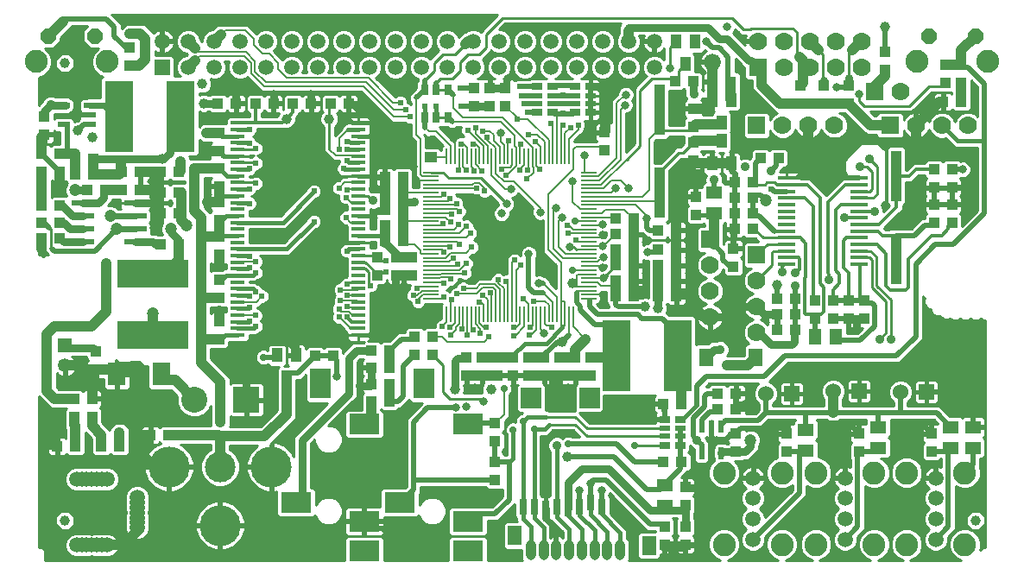
<source format=gbr>
G75*
G70*
%OFA0B0*%
%FSLAX24Y24*%
%IPPOS*%
%LPD*%
%AMOC8*
5,1,8,0,0,1.08239X$1,22.5*
%
%ADD10R,0.0079X0.0591*%
%ADD11R,0.0591X0.0079*%
%ADD12C,0.0591*%
%ADD13C,0.0660*%
%ADD14R,0.0400X0.0400*%
%ADD15R,0.0394X0.1969*%
%ADD16R,0.0394X0.0551*%
%ADD17R,0.0315X0.0591*%
%ADD18R,0.0787X0.0787*%
%ADD19R,0.0551X0.0748*%
%ADD20R,0.0600X0.0500*%
%ADD21R,0.0700X0.0700*%
%ADD22C,0.0700*%
%ADD23C,0.0394*%
%ADD24R,0.0531X0.0531*%
%ADD25C,0.0531*%
%ADD26R,0.0551X0.0157*%
%ADD27R,0.0300X0.0400*%
%ADD28C,0.1581*%
%ADD29C,0.1181*%
%ADD30R,0.0400X0.0300*%
%ADD31R,0.0400X0.0200*%
%ADD32R,0.0591X0.0591*%
%ADD33R,0.0866X0.0236*%
%ADD34R,0.0472X0.0217*%
%ADD35R,0.2756X0.1102*%
%ADD36R,0.1102X0.2756*%
%ADD37C,0.1000*%
%ADD38R,0.1000X0.1000*%
%ADD39R,0.0571X0.0709*%
%ADD40R,0.0320X0.0200*%
%ADD41R,0.1181X0.0787*%
%ADD42R,0.0787X0.1181*%
%ADD43OC8,0.0600*%
%ADD44C,0.0885*%
%ADD45O,0.0390X0.0780*%
%ADD46R,0.0500X0.0400*%
%ADD47R,0.0600X0.0600*%
%ADD48C,0.0600*%
%ADD49R,0.0217X0.0472*%
%ADD50R,0.0689X0.0138*%
%ADD51R,0.0500X0.0600*%
%ADD52C,0.0886*%
%ADD53R,0.0700X0.0900*%
%ADD54C,0.0315*%
%ADD55C,0.0080*%
%ADD56C,0.0277*%
%ADD57C,0.0200*%
%ADD58C,0.0400*%
%ADD59C,0.0300*%
%ADD60C,0.0160*%
%ADD61C,0.0472*%
%ADD62C,0.0354*%
%ADD63C,0.0140*%
%ADD64C,0.0100*%
%ADD65C,0.0238*%
%ADD66C,0.0356*%
%ADD67C,0.0240*%
%ADD68C,0.0085*%
%ADD69C,0.0120*%
%ADD70C,0.0060*%
%ADD71C,0.0079*%
%ADD72C,0.0317*%
D10*
X018847Y013849D03*
X019004Y013849D03*
X019162Y013849D03*
X019319Y013849D03*
X019477Y013849D03*
X019634Y013849D03*
X019791Y013849D03*
X019949Y013849D03*
X020106Y013849D03*
X020264Y013849D03*
X020421Y013849D03*
X020579Y013849D03*
X020736Y013849D03*
X020894Y013849D03*
X021051Y013849D03*
X021209Y013849D03*
X021366Y013849D03*
X021524Y013849D03*
X021681Y013849D03*
X021839Y013849D03*
X021996Y013849D03*
X022154Y013849D03*
X022311Y013849D03*
X022469Y013849D03*
X022626Y013849D03*
X022784Y013849D03*
X022941Y013849D03*
X023099Y013849D03*
X023256Y013849D03*
X023414Y013849D03*
X023571Y013849D03*
X023729Y013849D03*
X023729Y019952D03*
X023571Y019952D03*
X023414Y019952D03*
X023256Y019952D03*
X023099Y019952D03*
X022941Y019952D03*
X022784Y019952D03*
X022626Y019952D03*
X022469Y019952D03*
X022311Y019952D03*
X022154Y019952D03*
X021996Y019952D03*
X021839Y019952D03*
X021681Y019952D03*
X021524Y019952D03*
X021366Y019952D03*
X021209Y019952D03*
X021051Y019952D03*
X020894Y019952D03*
X020736Y019952D03*
X020579Y019952D03*
X020421Y019952D03*
X020264Y019952D03*
X020106Y019952D03*
X019949Y019952D03*
X019791Y019952D03*
X019634Y019952D03*
X019477Y019952D03*
X019319Y019952D03*
X019162Y019952D03*
X019004Y019952D03*
X018847Y019952D03*
D11*
X018236Y019341D03*
X018236Y019184D03*
X018236Y019026D03*
X018236Y018869D03*
X018236Y018711D03*
X018236Y018554D03*
X018236Y018397D03*
X018236Y018239D03*
X018236Y018082D03*
X018236Y017924D03*
X018236Y017767D03*
X018236Y017609D03*
X018236Y017452D03*
X018236Y017294D03*
X018236Y017137D03*
X018236Y016979D03*
X018236Y016822D03*
X018236Y016664D03*
X018236Y016507D03*
X018236Y016349D03*
X018236Y016192D03*
X018236Y016034D03*
X018236Y015877D03*
X018236Y015719D03*
X018236Y015562D03*
X018236Y015404D03*
X018236Y015247D03*
X018236Y015089D03*
X018236Y014932D03*
X018236Y014774D03*
X018236Y014617D03*
X018236Y014460D03*
X024339Y014460D03*
X024339Y014617D03*
X024339Y014774D03*
X024339Y014932D03*
X024339Y015089D03*
X024339Y015247D03*
X024339Y015404D03*
X024339Y015562D03*
X024339Y015719D03*
X024339Y015877D03*
X024339Y016034D03*
X024339Y016192D03*
X024339Y016349D03*
X024339Y016507D03*
X024339Y016664D03*
X024339Y016822D03*
X024339Y016979D03*
X024339Y017137D03*
X024339Y017294D03*
X024339Y017452D03*
X024339Y017609D03*
X024339Y017767D03*
X024339Y017924D03*
X024339Y018082D03*
X024339Y018239D03*
X024339Y018397D03*
X024339Y018554D03*
X024339Y018711D03*
X024339Y018869D03*
X024339Y019026D03*
X024339Y019184D03*
X024339Y019341D03*
D12*
X023862Y023402D03*
X024862Y023402D03*
X025862Y023402D03*
X026862Y023402D03*
X026862Y024402D03*
X025862Y024402D03*
X024862Y024402D03*
X023862Y024402D03*
X022862Y024402D03*
X021862Y024402D03*
X020862Y024402D03*
X020862Y023402D03*
X021862Y023402D03*
X022862Y023402D03*
X019862Y023402D03*
X018862Y023402D03*
X017862Y023402D03*
X016862Y023402D03*
X015862Y023402D03*
X014862Y023402D03*
X013862Y023402D03*
X012862Y023402D03*
X011862Y023402D03*
X010862Y023402D03*
X009862Y023402D03*
X008862Y023402D03*
X008862Y024402D03*
X007862Y024402D03*
X009862Y024402D03*
X010862Y024402D03*
X011862Y024402D03*
X012862Y024402D03*
X013862Y024402D03*
X014862Y024402D03*
X015862Y024402D03*
X016862Y024402D03*
X017862Y024402D03*
X018862Y024402D03*
X019862Y024402D03*
X030671Y007534D03*
X030671Y006747D03*
X030671Y005960D03*
X030671Y005172D03*
X034221Y005172D03*
X034221Y005960D03*
X034221Y006747D03*
X034221Y007534D03*
X037721Y007534D03*
X037721Y006747D03*
X037721Y005960D03*
X037721Y005172D03*
X006894Y005613D03*
X006894Y005810D03*
X006894Y006006D03*
X006894Y006203D03*
X006894Y006400D03*
X006894Y006597D03*
X006894Y006794D03*
X005733Y007502D03*
X005536Y007502D03*
X005339Y007502D03*
X005142Y007502D03*
X004945Y007502D03*
X004749Y007502D03*
X004552Y007502D03*
X004552Y004943D03*
X004749Y004943D03*
X004945Y004943D03*
X005142Y004943D03*
X005339Y004943D03*
X005536Y004943D03*
X005733Y004943D03*
D13*
X029112Y023602D03*
D14*
X029112Y022842D03*
X029812Y022842D03*
X028362Y022852D03*
X027662Y022852D03*
X028362Y021802D03*
X028362Y021102D03*
X028362Y020502D03*
X028362Y019802D03*
X028462Y018402D03*
X028462Y017702D03*
X027712Y017102D03*
X027012Y017102D03*
X027012Y016352D03*
X027012Y015752D03*
X027012Y015152D03*
X027012Y014552D03*
X027712Y014552D03*
X027712Y015152D03*
X027712Y015752D03*
X027712Y016352D03*
X026062Y016352D03*
X026062Y015752D03*
X026062Y015152D03*
X026062Y014552D03*
X025362Y014552D03*
X025362Y015152D03*
X025362Y015752D03*
X025362Y016352D03*
X025362Y016952D03*
X025362Y017552D03*
X026062Y017552D03*
X026062Y016952D03*
X029912Y016402D03*
X029912Y015702D03*
X029962Y017152D03*
X029962Y017752D03*
X029962Y018352D03*
X029962Y018952D03*
X030662Y018952D03*
X030662Y018352D03*
X030662Y017752D03*
X030662Y017152D03*
X030962Y019902D03*
X031662Y019902D03*
X032512Y022002D03*
X032512Y022702D03*
X033412Y022702D03*
X033412Y022002D03*
X034362Y022002D03*
X034362Y022702D03*
X035762Y023302D03*
X035762Y024002D03*
X038112Y023502D03*
X038712Y023502D03*
X038712Y022802D03*
X038112Y022802D03*
X038012Y022052D03*
X038712Y022052D03*
X038362Y019452D03*
X038362Y018752D03*
X038362Y018102D03*
X037662Y018102D03*
X037662Y018752D03*
X037662Y019452D03*
X037662Y017402D03*
X038362Y017402D03*
X034962Y014402D03*
X034362Y014402D03*
X033762Y014402D03*
X033762Y013702D03*
X034362Y013702D03*
X034962Y013702D03*
X033062Y013702D03*
X032312Y013852D03*
X032312Y013252D03*
X031612Y013252D03*
X031612Y013852D03*
X031612Y014452D03*
X032312Y014452D03*
X033062Y014402D03*
X030012Y010802D03*
X029312Y010802D03*
X029312Y010202D03*
X030012Y010202D03*
X030012Y009252D03*
X030012Y008552D03*
X028062Y007202D03*
X028062Y006502D03*
X028062Y005652D03*
X027262Y005652D03*
X027262Y004952D03*
X028062Y004952D03*
X027912Y008152D03*
X027212Y008152D03*
X027212Y010402D03*
X027912Y010402D03*
X024412Y011502D03*
X023812Y011502D03*
X023212Y011502D03*
X022612Y011502D03*
X022012Y011502D03*
X021412Y011502D03*
X020812Y011502D03*
X020212Y011502D03*
X019612Y011502D03*
X019612Y012202D03*
X020212Y012202D03*
X020812Y012202D03*
X021412Y012202D03*
X022012Y012202D03*
X022612Y012202D03*
X023212Y012202D03*
X023812Y012202D03*
X024412Y012202D03*
X020712Y009652D03*
X020712Y008952D03*
X020712Y008152D03*
X020712Y007452D03*
X016642Y010502D03*
X016642Y011152D03*
X016642Y011802D03*
X015942Y011802D03*
X015942Y011152D03*
X015942Y010502D03*
X014462Y012252D03*
X013762Y012252D03*
X015942Y012452D03*
X016642Y012452D03*
X017612Y012302D03*
X018312Y012302D03*
X018312Y013002D03*
X017612Y013002D03*
X017512Y015352D03*
X016912Y015352D03*
X016162Y015352D03*
X016162Y016052D03*
X016912Y016052D03*
X017512Y016052D03*
X017162Y016702D03*
X017162Y017302D03*
X017162Y017902D03*
X017162Y018502D03*
X017162Y019152D03*
X016462Y019152D03*
X016462Y018502D03*
X016462Y017902D03*
X016462Y017302D03*
X016462Y016702D03*
X010062Y016852D03*
X010062Y016152D03*
X010062Y015202D03*
X010062Y014502D03*
X010062Y013592D03*
X010062Y012892D03*
X005302Y012432D03*
X005302Y011732D03*
X005162Y010602D03*
X005162Y009902D03*
X004462Y009902D03*
X004462Y010602D03*
X004512Y008752D03*
X003812Y008752D03*
X005512Y008752D03*
X006212Y008752D03*
X007412Y009202D03*
X008112Y009202D03*
X007812Y016552D03*
X008512Y016552D03*
X010062Y017502D03*
X010062Y018202D03*
X010062Y018802D03*
X010062Y019502D03*
X010062Y020152D03*
X010062Y020852D03*
X010012Y022002D03*
X010712Y022002D03*
X011462Y022002D03*
X012162Y022002D03*
X012912Y022002D03*
X013612Y022002D03*
X014362Y022002D03*
X015062Y022002D03*
X019912Y021902D03*
X020512Y021902D03*
X021112Y021902D03*
X021112Y022602D03*
X020512Y022602D03*
X019912Y022602D03*
X024922Y020892D03*
X024922Y020192D03*
X031962Y009252D03*
X031962Y008552D03*
X034762Y008552D03*
X034762Y009252D03*
X037562Y009252D03*
X037562Y008552D03*
X008512Y017752D03*
X007812Y017752D03*
X007812Y018552D03*
X008512Y018552D03*
X008512Y019352D03*
X007812Y019352D03*
X007012Y019352D03*
X007012Y018652D03*
X006312Y018652D03*
X005662Y018652D03*
X004962Y018652D03*
X005212Y019252D03*
X005212Y019852D03*
X004512Y019852D03*
X003912Y020052D03*
X003912Y019352D03*
X004512Y019252D03*
X003212Y019352D03*
X003212Y020052D03*
X003312Y020802D03*
X003312Y021502D03*
X006312Y019352D03*
X003912Y018052D03*
X003212Y018052D03*
X003212Y017402D03*
X003212Y016802D03*
X003912Y016802D03*
X003912Y017402D03*
X006612Y023452D03*
X006612Y024152D03*
D15*
X027062Y021752D03*
X027062Y018552D03*
X036212Y019202D03*
X036212Y016002D03*
D16*
X029836Y019679D03*
X029088Y019679D03*
X029462Y020546D03*
X029462Y021269D03*
X029088Y022136D03*
X029836Y022136D03*
X028062Y023519D03*
X027688Y024386D03*
X028436Y024386D03*
X013036Y012286D03*
X012288Y012286D03*
X012662Y011419D03*
D17*
X021791Y006440D03*
X022224Y006440D03*
X022657Y006361D03*
X023090Y006440D03*
X023523Y006361D03*
X023956Y006440D03*
X024389Y006597D03*
X024822Y006440D03*
D18*
X024350Y010613D03*
X022106Y010613D03*
D19*
X021476Y005318D03*
X026653Y004924D03*
D20*
X027262Y006452D03*
X027262Y007252D03*
X032712Y008602D03*
X032712Y009402D03*
X035512Y009502D03*
X035512Y008702D03*
X038312Y008702D03*
X039162Y008702D03*
X039162Y009502D03*
X038312Y009502D03*
X029162Y017752D03*
X029162Y018552D03*
D21*
X029012Y016752D03*
X030812Y016152D03*
X030812Y021152D03*
X030862Y023402D03*
X035362Y022452D03*
X035962Y021152D03*
D22*
X036962Y021152D03*
X037962Y021152D03*
X038962Y021152D03*
X036362Y022452D03*
X034862Y023402D03*
X033862Y023402D03*
X032862Y023402D03*
X031862Y023402D03*
X031862Y024402D03*
X032862Y024402D03*
X033862Y024402D03*
X034862Y024402D03*
X030862Y024402D03*
X031812Y021152D03*
X032812Y021152D03*
X033812Y021152D03*
X029012Y015752D03*
X029012Y014752D03*
X029012Y013752D03*
X030812Y014152D03*
X030812Y013152D03*
X030812Y015152D03*
D23*
X031612Y015002D03*
X029662Y011902D03*
X027012Y014092D03*
X026512Y014152D03*
X026472Y014752D03*
X024892Y014282D03*
X023712Y015052D03*
X021062Y016702D03*
X023312Y012802D03*
X024212Y012902D03*
X023012Y010702D03*
X020552Y010952D03*
X019162Y010952D03*
X023512Y008352D03*
X026612Y009802D03*
X027612Y004552D03*
X036512Y011752D03*
X039262Y005902D03*
X027712Y018152D03*
X024962Y021882D03*
X014312Y021402D03*
X012662Y021402D03*
X010712Y022452D03*
X009462Y022002D03*
X009412Y022752D03*
X009562Y020852D03*
X009652Y020152D03*
X008562Y019772D03*
X009112Y019502D03*
X007862Y019852D03*
X005632Y019252D03*
X003912Y018902D03*
X004612Y020952D03*
X005162Y020702D03*
X004562Y021702D03*
X004112Y023552D03*
X006612Y024702D03*
X009612Y018202D03*
X010062Y015702D03*
X010062Y014002D03*
X009362Y012892D03*
X006732Y011812D03*
X010112Y009702D03*
X004112Y005902D03*
X016662Y005302D03*
X005702Y015832D03*
X003212Y016393D03*
X035762Y024952D03*
D24*
X004112Y012666D03*
D25*
X004112Y011879D03*
D26*
X010780Y013058D03*
X010780Y013314D03*
X010780Y013570D03*
X010780Y013826D03*
X010780Y014082D03*
X010780Y014337D03*
X010780Y014593D03*
X010780Y014849D03*
X010780Y015105D03*
X010780Y015361D03*
X010780Y015617D03*
X010780Y015873D03*
X010780Y016129D03*
X010780Y016385D03*
X010780Y016641D03*
X010780Y016897D03*
X010780Y017152D03*
X010780Y017408D03*
X010780Y017664D03*
X010780Y017920D03*
X010780Y018176D03*
X010780Y018432D03*
X010780Y018688D03*
X010780Y018944D03*
X010780Y019200D03*
X010780Y019456D03*
X010780Y019711D03*
X010780Y019967D03*
X010780Y020223D03*
X010780Y020479D03*
X010780Y020735D03*
X010780Y020991D03*
X010780Y021247D03*
X015445Y021247D03*
X015445Y020991D03*
X015445Y020735D03*
X015445Y020479D03*
X015445Y020223D03*
X015445Y019967D03*
X015445Y019711D03*
X015445Y019456D03*
X015445Y019200D03*
X015445Y018944D03*
X015445Y018688D03*
X015445Y018432D03*
X015445Y018176D03*
X015445Y017920D03*
X015445Y017664D03*
X015445Y017408D03*
X015445Y017152D03*
X015445Y016897D03*
X015445Y016641D03*
X015445Y016385D03*
X015445Y016129D03*
X015445Y015873D03*
X015445Y015617D03*
X015445Y015361D03*
X015445Y015105D03*
X015445Y014849D03*
X015445Y014593D03*
X015445Y014337D03*
X015445Y014082D03*
X015445Y013826D03*
X015445Y013570D03*
X015445Y013314D03*
X015445Y013058D03*
D27*
X017992Y021452D03*
X018442Y021452D03*
X018892Y021452D03*
X018892Y022542D03*
X018442Y022542D03*
X017992Y022542D03*
D28*
X012065Y007968D03*
X010096Y005704D03*
X008128Y007968D03*
D29*
X010096Y007968D03*
D30*
X027262Y008802D03*
X027862Y008802D03*
X027862Y009802D03*
X027262Y009802D03*
X024392Y021652D03*
X023792Y021652D03*
X022942Y021652D03*
X022342Y021652D03*
X022342Y022652D03*
X022942Y022652D03*
X023792Y022652D03*
X024392Y022652D03*
D31*
X024392Y022302D03*
X024392Y022002D03*
X023792Y022002D03*
X023792Y022302D03*
X022942Y022302D03*
X022942Y022002D03*
X022342Y022002D03*
X022342Y022302D03*
X027262Y009452D03*
X027262Y009152D03*
X027862Y009152D03*
X027862Y009452D03*
D32*
X007862Y023402D03*
D33*
X006836Y018152D03*
X006836Y017652D03*
X006836Y017152D03*
X006836Y016652D03*
X004789Y016652D03*
X004789Y017152D03*
X004789Y017652D03*
X004789Y018152D03*
D34*
X005074Y021178D03*
X005074Y021552D03*
X005074Y021926D03*
X004051Y021926D03*
X004051Y021178D03*
D35*
X007512Y015434D03*
X007512Y013071D03*
D36*
X008563Y021502D03*
X006201Y021502D03*
X025391Y012272D03*
X027753Y012272D03*
D37*
X009112Y010552D03*
D38*
X011112Y010552D03*
D39*
X028850Y012202D03*
X030775Y012202D03*
D40*
X014112Y012252D03*
D41*
X015659Y009611D03*
X017021Y006580D03*
X015659Y005871D03*
X015659Y004729D03*
X013021Y006580D03*
X019659Y005871D03*
X019659Y004729D03*
X019659Y009611D03*
D42*
X017966Y011186D03*
X013966Y011186D03*
D43*
X005252Y024592D03*
X003472Y024592D03*
X037472Y024592D03*
X039252Y024592D03*
D44*
X039742Y023612D03*
X036982Y023612D03*
X005742Y023612D03*
X002982Y023612D03*
D45*
X022090Y004752D03*
X022582Y004752D03*
X023074Y004752D03*
X023566Y004752D03*
X024058Y004752D03*
X024551Y004752D03*
X025043Y004752D03*
X025535Y004752D03*
D46*
X018222Y019922D03*
D47*
X032162Y010802D03*
X034762Y010902D03*
X037362Y010852D03*
D48*
X036362Y010852D03*
X033762Y010902D03*
X031162Y010802D03*
D49*
X029436Y009514D03*
X029062Y009514D03*
X028688Y009514D03*
X028688Y008491D03*
X029436Y008491D03*
D50*
X031975Y015789D03*
X031975Y016045D03*
X031975Y016301D03*
X031975Y016557D03*
X031975Y016813D03*
X031975Y017069D03*
X031975Y017324D03*
X031975Y017580D03*
X031975Y017836D03*
X031975Y018092D03*
X031975Y018348D03*
X031975Y018604D03*
X031975Y018860D03*
X031975Y019116D03*
X034750Y019116D03*
X034750Y018860D03*
X034750Y018604D03*
X034750Y018348D03*
X034750Y018092D03*
X034750Y017836D03*
X034750Y017580D03*
X034750Y017324D03*
X034750Y017069D03*
X034750Y016813D03*
X034750Y016557D03*
X034750Y016301D03*
X034750Y016045D03*
X034750Y015789D03*
D51*
X033862Y013002D03*
X033062Y013002D03*
D52*
X033099Y007731D03*
X031793Y007731D03*
X029549Y007731D03*
X029549Y004975D03*
X031793Y004975D03*
X033099Y004975D03*
X035343Y004975D03*
X036599Y004975D03*
X038843Y004975D03*
X038843Y007731D03*
X036599Y007731D03*
X035343Y007731D03*
D53*
X007819Y011552D03*
X006105Y011552D03*
D54*
X014612Y011452D03*
X019212Y010252D03*
X019612Y010302D03*
X020262Y010502D03*
X022612Y013142D03*
X022412Y015052D03*
X022012Y016192D03*
X023602Y016472D03*
X024872Y016502D03*
X024902Y016072D03*
X024862Y015662D03*
X024912Y015252D03*
X026592Y016252D03*
X024881Y016910D03*
X024862Y017312D03*
X023312Y017602D03*
X023062Y017952D03*
X022462Y017802D03*
X021152Y018112D03*
X020962Y017752D03*
X021332Y018702D03*
X023712Y019002D03*
X024162Y020002D03*
X025372Y018712D03*
X025872Y018712D03*
X026562Y017552D03*
X020932Y020852D03*
X019102Y020652D03*
X017562Y019552D03*
X015462Y021752D03*
X013612Y022372D03*
X012162Y022372D03*
X021212Y022972D03*
X025762Y022342D03*
X025732Y021942D03*
X028862Y024402D03*
X029662Y024952D03*
X033912Y022622D03*
X034762Y022352D03*
X024389Y007329D03*
X023962Y007052D03*
X024822Y007052D03*
D55*
X023962Y006446D02*
X023956Y006440D01*
X020712Y009652D02*
X021062Y010002D01*
X021062Y011002D01*
X020293Y012802D02*
X018862Y012802D01*
X018662Y013002D01*
X018312Y013002D01*
X018672Y013392D02*
X018847Y013567D01*
X018847Y013849D01*
X019004Y013849D02*
X019004Y014384D01*
X019032Y014412D01*
X018732Y014532D02*
X018659Y014460D01*
X018236Y014460D01*
X018236Y014617D02*
X017937Y014617D01*
X017894Y014774D02*
X018236Y014774D01*
X018236Y014932D02*
X017752Y014932D01*
X017682Y014862D01*
X018236Y015089D02*
X018715Y015089D01*
X018732Y015072D01*
X018236Y015562D02*
X019342Y015562D01*
X019199Y015719D02*
X019272Y015792D01*
X019199Y015719D02*
X018236Y015719D01*
X018236Y015877D02*
X018937Y015877D01*
X019092Y016032D01*
X018792Y016032D02*
X018238Y016032D01*
X018236Y016192D02*
X017873Y016192D01*
X017832Y016232D01*
X017832Y016332D01*
X017612Y016552D01*
X017312Y016552D01*
X017162Y016702D01*
X018236Y016822D02*
X019582Y016822D01*
X019752Y016992D01*
X019602Y017262D02*
X019319Y016979D01*
X018236Y016979D01*
X018236Y017294D02*
X018644Y017294D01*
X018702Y017352D01*
X018806Y017609D02*
X019002Y017412D01*
X018806Y017609D02*
X018236Y017609D01*
X018236Y017452D02*
X017162Y017452D01*
X018236Y017767D02*
X018978Y017767D01*
X019032Y017712D01*
X018925Y017924D02*
X018236Y017924D01*
X018236Y018082D02*
X019161Y018082D01*
X019222Y018142D01*
X018972Y018312D02*
X018899Y018239D01*
X018236Y018239D01*
X018236Y018397D02*
X018636Y018397D01*
X018732Y018492D01*
X018236Y018554D02*
X017162Y018554D01*
X017748Y019026D02*
X018236Y019026D01*
X018236Y018869D02*
X019819Y018869D01*
X019971Y018711D02*
X019992Y018732D01*
X019971Y018711D02*
X018236Y018711D01*
X017832Y019702D02*
X017832Y020632D01*
X017662Y020802D01*
X017662Y022212D01*
X017052Y022042D02*
X016772Y022042D01*
X015832Y022982D01*
X012672Y022982D01*
X012342Y023312D01*
X012342Y023552D01*
X011982Y023912D01*
X011722Y023912D01*
X011382Y024252D01*
X011382Y024502D01*
X011052Y024832D01*
X010292Y024832D01*
X010132Y024672D01*
X009282Y023982D02*
X011102Y023982D01*
X011442Y023642D01*
X011442Y023232D01*
X011852Y022822D01*
X015732Y022822D01*
X016802Y021752D01*
X017262Y021752D01*
X017432Y021482D02*
X016812Y021482D01*
X015632Y022662D01*
X011792Y022662D01*
X011282Y023172D01*
X011282Y023572D01*
X011032Y023822D01*
X009282Y023822D01*
X009122Y023662D01*
X009282Y023982D02*
X009122Y024142D01*
X014312Y020262D02*
X014312Y020242D01*
X014552Y020002D01*
X015232Y020002D01*
X015267Y019967D01*
X015445Y019967D01*
X014712Y020232D02*
X014712Y020652D01*
X015042Y020982D01*
X017992Y021072D02*
X018152Y020912D01*
X018442Y020912D01*
X019004Y020351D01*
X019004Y019952D01*
X018847Y019952D02*
X018847Y019922D01*
X018222Y019922D01*
X019162Y019952D02*
X019162Y020593D01*
X019402Y020442D02*
X019482Y020442D01*
X019634Y020291D01*
X019634Y019952D01*
X019791Y019952D02*
X019791Y019573D01*
X019902Y019462D01*
X019902Y019392D01*
X019949Y019646D02*
X019949Y019952D01*
X020106Y019952D02*
X020106Y020298D01*
X019962Y020442D01*
X019872Y020442D01*
X020242Y020942D02*
X020502Y020942D01*
X020662Y020783D01*
X020662Y020562D01*
X020894Y020330D01*
X020894Y019952D01*
X021051Y019952D02*
X021051Y020403D01*
X020932Y020522D01*
X020932Y020852D01*
X021222Y020572D02*
X021209Y020559D01*
X021209Y019952D01*
X021366Y019952D02*
X021366Y019626D01*
X021524Y019586D02*
X021524Y019952D01*
X021524Y020291D01*
X021462Y020352D01*
X021462Y020762D01*
X020932Y021292D01*
X019052Y021292D01*
X019462Y021452D02*
X019102Y021812D01*
X019102Y022332D01*
X019462Y021452D02*
X021002Y021452D01*
X022154Y020301D01*
X022154Y019952D01*
X022154Y019571D01*
X022311Y019586D02*
X022311Y019952D01*
X022469Y019952D02*
X022469Y020336D01*
X022272Y020532D01*
X022342Y020802D02*
X022002Y020802D01*
X022342Y020802D02*
X022626Y020519D01*
X022626Y019952D01*
X022784Y019952D02*
X022784Y020591D01*
X021972Y021402D01*
X021552Y021402D01*
X021552Y021462D01*
X021112Y021902D01*
X022872Y021212D02*
X022941Y021144D01*
X022941Y019952D01*
X023099Y019952D02*
X023099Y021602D01*
X023322Y021162D02*
X023256Y021096D01*
X023256Y019952D01*
X023414Y019952D02*
X023414Y020864D01*
X023622Y021072D01*
X023922Y020992D02*
X023922Y021172D01*
X023922Y020992D02*
X023571Y020641D01*
X023571Y019952D01*
X023729Y019952D02*
X023729Y020219D01*
X023832Y020322D01*
X024792Y020322D01*
X024922Y020192D01*
X025392Y019892D02*
X025392Y022012D01*
X025722Y022342D01*
X025762Y022342D01*
X025732Y021942D02*
X025552Y021762D01*
X025552Y019832D01*
X024746Y019026D01*
X024339Y019026D01*
X024339Y018869D02*
X024809Y018869D01*
X025782Y019842D01*
X025392Y019892D02*
X024684Y019184D01*
X024339Y019184D01*
X024339Y019341D02*
X024162Y019341D01*
X024162Y020002D01*
X023729Y019952D02*
X023729Y019469D01*
X022762Y018502D01*
X022762Y016352D01*
X023262Y015852D01*
X023262Y014352D01*
X023414Y014352D01*
X023414Y013849D01*
X023414Y013454D01*
X023392Y013432D01*
X023297Y013432D01*
X023297Y013392D01*
X023297Y013432D02*
X023262Y013432D01*
X023256Y013439D01*
X023256Y013849D01*
X023256Y014352D01*
X023262Y014352D01*
X023099Y014516D02*
X023099Y013849D01*
X022941Y013849D02*
X022941Y014314D01*
X022552Y014702D01*
X022632Y014362D02*
X022212Y014362D01*
X021996Y014269D02*
X021812Y014452D01*
X021996Y014269D02*
X021996Y013849D01*
X021839Y013849D02*
X021839Y013379D01*
X021492Y013032D01*
X021432Y013032D01*
X021432Y013352D02*
X021532Y013352D01*
X021681Y013501D01*
X021681Y013849D01*
X021524Y013849D02*
X021524Y015564D01*
X021712Y015752D01*
X021462Y015952D02*
X021366Y015856D01*
X021142Y015122D02*
X021209Y015056D01*
X021209Y013849D01*
X021051Y013849D02*
X021051Y014843D01*
X020832Y015062D01*
X020832Y015192D01*
X020532Y014682D02*
X020579Y014636D01*
X020579Y013849D01*
X020421Y013849D02*
X020421Y014413D01*
X020242Y014592D01*
X020162Y014332D02*
X020264Y014231D01*
X020264Y013849D01*
X019949Y013849D02*
X019949Y013499D01*
X019791Y013353D02*
X019872Y013272D01*
X019791Y013353D02*
X019791Y013849D01*
X019477Y013849D02*
X019477Y013357D01*
X019422Y013302D01*
X020293Y012802D02*
X020472Y012982D01*
X022042Y013052D02*
X022112Y013052D01*
X022311Y013251D01*
X022311Y013849D01*
X022154Y013849D02*
X022154Y013434D01*
X022072Y013352D01*
X022469Y013286D02*
X022469Y013849D01*
X022626Y013849D02*
X022626Y013499D01*
X022702Y013422D01*
X022832Y013422D01*
X022902Y013352D01*
X022612Y013142D02*
X022469Y013286D01*
X022784Y013849D02*
X022784Y014211D01*
X022632Y014362D01*
X023099Y014516D02*
X022562Y015052D01*
X023712Y015052D02*
X023862Y015052D01*
X023862Y015354D01*
X023912Y015404D01*
X024339Y015404D01*
X024339Y015247D02*
X024907Y015247D01*
X024675Y015089D02*
X024812Y014952D01*
X025162Y014952D01*
X025362Y015152D01*
X024675Y015089D02*
X024339Y015089D01*
X024339Y014932D02*
X023862Y014932D01*
X023862Y015052D01*
X023932Y014774D02*
X024339Y014774D01*
X024339Y014617D02*
X024788Y014617D01*
X024352Y014460D02*
X024352Y014392D01*
X024352Y014460D02*
X024339Y014460D01*
X023932Y014762D02*
X023932Y014774D01*
X023930Y014764D02*
X023932Y014762D01*
X023713Y015562D02*
X024339Y015562D01*
X024339Y015719D02*
X024805Y015719D01*
X024862Y015662D01*
X024667Y015877D02*
X024339Y015877D01*
X024339Y016034D02*
X023330Y016034D01*
X022962Y016402D01*
X022962Y017852D01*
X023062Y017952D01*
X023312Y017602D02*
X023162Y017452D01*
X023162Y016452D01*
X023423Y016192D01*
X024339Y016192D01*
X024339Y016349D02*
X023866Y016349D01*
X023852Y016362D01*
X023911Y016664D02*
X023842Y016732D01*
X023911Y016664D02*
X024339Y016664D01*
X024339Y016507D02*
X024868Y016507D01*
X024872Y016502D01*
X024912Y016502D01*
X025362Y016952D01*
X025362Y017007D01*
X024881Y016910D02*
X024793Y016822D01*
X024339Y016822D01*
X024339Y016979D02*
X023539Y016979D01*
X023728Y017137D02*
X023562Y017302D01*
X023512Y017302D01*
X023728Y017137D02*
X024339Y017137D01*
X024339Y017294D02*
X024844Y017294D01*
X024862Y017312D01*
X025306Y017609D02*
X024339Y017609D01*
X024339Y017452D02*
X023812Y017452D01*
X023991Y017924D02*
X023712Y018202D01*
X023712Y019002D01*
X024339Y018711D02*
X024891Y018711D01*
X025212Y019032D01*
X025552Y019032D01*
X025872Y018712D01*
X025372Y018712D02*
X025214Y018554D01*
X024339Y018554D01*
X024339Y018397D02*
X026406Y018397D01*
X026662Y018652D01*
X026662Y020612D01*
X027002Y020952D01*
X027062Y020952D01*
X027062Y018552D02*
X027062Y018239D01*
X024339Y018239D01*
X024339Y018082D02*
X026133Y018082D01*
X026562Y017652D01*
X026562Y017552D01*
X026062Y017552D02*
X025712Y017902D01*
X024962Y017902D01*
X024827Y017767D01*
X024339Y017767D01*
X024339Y017924D02*
X023991Y017924D01*
X025306Y017609D02*
X025362Y017552D01*
X024902Y016072D02*
X024862Y016072D01*
X024667Y015877D01*
X023729Y013849D02*
X023729Y013386D01*
X024212Y012902D01*
X023571Y013061D02*
X023571Y013849D01*
X020162Y014332D02*
X020092Y014332D01*
X019602Y016242D02*
X019812Y016452D01*
X018972Y016452D02*
X018918Y016507D01*
X018236Y016507D01*
X018236Y016349D02*
X018656Y016349D01*
X018732Y016272D01*
X021102Y018702D02*
X021332Y018702D01*
X021102Y018702D02*
X020579Y019226D01*
X020579Y019952D01*
X020736Y019952D02*
X020736Y020278D01*
X020412Y020602D01*
X020412Y020682D01*
X019477Y019952D02*
X019477Y019576D01*
X019602Y019450D01*
X019602Y019422D01*
X019319Y019439D02*
X019302Y019422D01*
X019319Y019439D02*
X019319Y019952D01*
X021132Y019212D02*
X021151Y019212D01*
X021524Y019586D01*
X021672Y019452D02*
X021839Y019619D01*
X021839Y019952D01*
X021996Y019952D02*
X021996Y019446D01*
X021972Y019422D01*
X021672Y019422D02*
X021672Y019452D01*
X021432Y018982D02*
X022462Y017952D01*
X022462Y017802D01*
X022422Y019452D02*
X022422Y019474D01*
X022311Y019586D01*
X021681Y019952D02*
X021681Y020431D01*
X021692Y020442D01*
X011712Y014562D02*
X011487Y014337D01*
D56*
X014292Y016262D03*
X017212Y014992D03*
X021062Y011002D03*
X021791Y009731D03*
X021412Y009402D03*
X022224Y009414D03*
X023537Y008852D03*
X026112Y008802D03*
X023713Y015562D03*
X023812Y017452D03*
X027262Y020102D03*
X011762Y012202D03*
D57*
X012205Y012202D01*
X012288Y012286D01*
X012845Y011602D02*
X013112Y011602D01*
X013762Y012252D01*
X014462Y012252D02*
X014612Y012102D01*
X014612Y011452D01*
X012845Y011602D02*
X012662Y011419D01*
X016642Y010502D02*
X016962Y010502D01*
X017162Y010702D01*
X017162Y011852D01*
X017612Y012302D01*
X017512Y012902D02*
X017092Y012902D01*
X016642Y012452D01*
X017512Y012902D02*
X017612Y013002D01*
X017212Y014992D02*
X017212Y015352D01*
X014671Y016641D02*
X014292Y016262D01*
X015924Y017664D02*
X016062Y017802D01*
X016351Y017802D01*
X016462Y017914D01*
X016462Y019152D02*
X016415Y019200D01*
X017612Y019162D02*
X017612Y019502D01*
X017562Y019552D01*
X017612Y019162D02*
X017748Y019026D01*
X015962Y020802D02*
X015962Y021182D01*
X015898Y021247D01*
X015962Y020802D02*
X015895Y020735D01*
X015062Y021382D02*
X015062Y022002D01*
X017662Y022212D02*
X017992Y022542D01*
X017992Y022882D01*
X018442Y022802D02*
X018442Y022542D01*
X018892Y022542D02*
X019102Y022332D01*
X019362Y022602D02*
X019912Y022602D01*
X019912Y021902D02*
X019392Y021902D01*
X018892Y021452D02*
X019052Y021292D01*
X017992Y021452D02*
X017992Y021072D01*
X021112Y022602D02*
X021212Y022702D01*
X021212Y022972D01*
X021662Y022652D02*
X022342Y022652D01*
X022342Y022302D02*
X021744Y022302D01*
X021844Y022002D02*
X022342Y022002D01*
X022342Y021652D02*
X021962Y021652D01*
X022942Y021652D02*
X022992Y021602D01*
X023099Y021602D01*
X023342Y021602D01*
X023742Y021602D01*
X023792Y021652D01*
X023792Y022002D02*
X023342Y022002D01*
X023342Y021982D01*
X023342Y022002D02*
X022942Y022002D01*
X022942Y022302D02*
X023342Y022302D01*
X023792Y022302D01*
X023792Y022652D02*
X023742Y022702D01*
X023342Y022702D01*
X023342Y022682D01*
X023342Y022702D02*
X022992Y022702D01*
X022942Y022652D01*
X023342Y022322D02*
X023342Y022302D01*
X023342Y021622D02*
X023342Y021602D01*
X024392Y021652D02*
X024392Y022002D01*
X024392Y022302D01*
X024392Y022652D01*
X028862Y024402D02*
X029112Y024152D01*
X029362Y024152D01*
X029712Y023802D01*
X029712Y022942D01*
X029812Y022842D01*
X032812Y020552D02*
X033712Y020552D01*
X033712Y019702D01*
X034299Y019116D01*
X034750Y019116D01*
X035812Y018152D02*
X035712Y018052D01*
X036912Y016902D02*
X037312Y017302D01*
X037562Y017302D01*
X037662Y017402D01*
X036912Y016902D02*
X036212Y016902D01*
X036212Y016002D01*
X036962Y015802D02*
X036962Y013002D01*
X036212Y012252D01*
X031912Y012252D01*
X031112Y011452D01*
X028862Y011452D01*
X028512Y011102D01*
X028512Y010402D01*
X028812Y010302D02*
X028812Y010702D01*
X028912Y010802D01*
X029312Y010802D01*
X030012Y010802D02*
X030012Y010402D01*
X030412Y010402D01*
X030012Y010402D02*
X030012Y010202D01*
X029312Y010202D02*
X029212Y010102D01*
X029012Y010102D01*
X028688Y009778D01*
X028688Y009514D01*
X029062Y009514D02*
X029062Y009552D01*
X029062Y009514D02*
X029062Y009122D01*
X029162Y009022D01*
X029632Y009022D01*
X029862Y009252D01*
X030012Y009252D01*
X030212Y009452D01*
X031962Y009452D01*
X032712Y009402D02*
X032712Y010052D01*
X033762Y010052D01*
X035512Y010052D01*
X036362Y010052D01*
X036362Y010852D01*
X036362Y010052D02*
X037762Y010052D01*
X038312Y009502D01*
X037562Y009252D02*
X037162Y009652D01*
X036912Y009652D01*
X035512Y009502D02*
X035512Y010052D01*
X034762Y009252D02*
X034362Y009652D01*
X033462Y009652D01*
X032712Y010052D02*
X031162Y010052D01*
X030862Y009752D01*
X029612Y009752D01*
X029436Y009576D01*
X029436Y009514D01*
X028812Y010302D02*
X028362Y009852D01*
X028362Y009152D01*
X028512Y009002D01*
X028688Y008826D01*
X028688Y008491D01*
X027912Y008152D02*
X027862Y008152D01*
X027862Y007902D01*
X027262Y007302D01*
X027262Y007252D01*
X027112Y007102D01*
X026562Y007102D01*
X025312Y008352D01*
X023512Y008352D01*
X023537Y008852D02*
X025412Y008852D01*
X026112Y008152D01*
X027212Y008152D01*
X027862Y008152D02*
X027862Y008802D01*
X027862Y009152D01*
X027862Y009452D01*
X027862Y009152D01*
X027862Y009452D01*
X027262Y009802D02*
X027262Y010402D01*
X027212Y010402D01*
X027262Y009802D02*
X026612Y009802D01*
X027753Y012272D02*
X027512Y012514D01*
X027512Y013352D01*
X027162Y013702D01*
X026372Y013702D01*
X026222Y013852D01*
X024652Y013852D01*
X024352Y014152D01*
X024352Y014392D01*
X024012Y014172D02*
X024012Y014012D01*
X024572Y013452D01*
X025062Y013452D01*
X025391Y013124D01*
X025391Y012272D01*
X023571Y013061D02*
X023312Y012802D01*
X023132Y012802D01*
X022612Y012282D01*
X022012Y011502D02*
X021412Y011502D01*
X020812Y011502D01*
X019212Y010252D02*
X018112Y010252D01*
X017562Y009702D01*
X017562Y007452D01*
X020712Y007452D01*
X020712Y008152D02*
X021262Y008152D01*
X021262Y006702D01*
X020712Y006152D01*
X019941Y006152D01*
X019659Y005871D01*
X017562Y007080D02*
X017335Y006852D01*
X017294Y006852D01*
X017021Y006580D01*
X017562Y007080D02*
X017562Y007452D01*
X015659Y005871D02*
X015594Y005871D01*
X015862Y005602D01*
X016362Y005602D01*
X016662Y005302D01*
X020712Y008152D02*
X020712Y008952D01*
X020712Y009652D02*
X020245Y009652D01*
X020204Y009611D01*
X019659Y009611D01*
X023962Y007052D02*
X023962Y006446D01*
X024389Y006597D02*
X024389Y007329D01*
X024512Y007452D01*
X025012Y007452D01*
X026712Y005752D01*
X027162Y005752D01*
X027262Y005652D01*
X028062Y004952D02*
X028462Y004952D01*
X028612Y005102D01*
X028612Y006952D01*
X028462Y007102D01*
X028162Y007102D01*
X028062Y007202D01*
X030671Y005172D02*
X032462Y006964D01*
X032462Y008552D01*
X031962Y008552D01*
X032462Y008552D02*
X032662Y008552D01*
X032712Y008602D01*
X034712Y008502D02*
X034712Y006252D01*
X034712Y005664D01*
X034221Y005172D01*
X037721Y005172D02*
X038212Y005664D01*
X038212Y008552D01*
X037562Y008552D01*
X038212Y008552D02*
X038212Y008602D01*
X038312Y008702D01*
X039162Y008702D02*
X039162Y008051D01*
X038843Y007731D01*
X039162Y009502D02*
X039162Y010152D01*
X038462Y010852D01*
X037362Y010852D01*
X035512Y008702D02*
X035362Y008552D01*
X034762Y008552D01*
X034712Y008502D01*
X031162Y010052D02*
X031162Y010802D01*
X033062Y013002D02*
X033062Y013702D01*
X032312Y013852D02*
X032312Y014452D01*
X032312Y014952D01*
X031612Y015002D02*
X031612Y014452D01*
X031612Y013852D02*
X031612Y013252D01*
X032312Y013252D02*
X032312Y013852D01*
X033762Y013702D02*
X034362Y013702D01*
X034362Y014402D02*
X033762Y014402D01*
X034362Y014402D02*
X034812Y014402D01*
X034962Y014402D01*
X035062Y014302D01*
X035262Y014302D01*
X035362Y014202D01*
X035362Y013402D01*
X034812Y012852D01*
X034012Y012852D01*
X033862Y013002D01*
X036962Y015802D02*
X037712Y016552D01*
X038412Y016552D01*
X039612Y017752D01*
X039612Y020552D01*
X039612Y022752D01*
X038962Y023402D01*
X038812Y023402D01*
X038712Y023502D01*
X035762Y024002D02*
X035762Y024952D01*
X034362Y022702D02*
X034282Y022622D01*
X033912Y022622D01*
X032512Y020252D02*
X032512Y019302D01*
X031562Y019602D02*
X031562Y019802D01*
X031662Y019902D01*
X031562Y019602D02*
X031362Y019402D01*
X030962Y019902D02*
X030762Y019702D01*
X030762Y019052D01*
X030662Y018952D01*
X031362Y018704D02*
X031411Y018704D01*
X031511Y018604D01*
X031975Y018604D01*
X031162Y018252D02*
X030962Y018452D01*
X030762Y018452D01*
X030662Y018352D01*
X030662Y017752D01*
X030762Y017652D01*
X030912Y017652D01*
X031496Y017069D01*
X029962Y017152D02*
X029912Y017102D01*
X029912Y016402D01*
X029512Y016202D02*
X029162Y016552D01*
X029512Y016202D02*
X029512Y015972D01*
X029782Y015702D01*
X029912Y015702D01*
X029962Y017152D02*
X029962Y017752D01*
X029962Y018352D01*
X029962Y018952D01*
X029162Y019052D02*
X029162Y018552D01*
X028462Y018402D02*
X027712Y018402D01*
X026562Y017552D02*
X026562Y017202D01*
X026662Y017102D01*
X027012Y017102D01*
X027012Y016352D02*
X026912Y016252D01*
X026592Y016252D01*
X024982Y015322D02*
X024912Y015252D01*
X024907Y015247D01*
X024808Y014617D02*
X024892Y014532D01*
X024892Y014282D01*
X024808Y014617D02*
X024788Y014617D01*
X025362Y014552D02*
X025362Y014242D01*
X025452Y014152D01*
X026512Y014152D01*
X024012Y014172D02*
X023862Y014322D01*
X023862Y014697D01*
X022552Y014702D02*
X022212Y014702D01*
X022012Y014902D01*
X022012Y016192D01*
X022412Y015052D02*
X022562Y015052D01*
X024822Y007052D02*
X024822Y006440D01*
X023074Y005591D02*
X022657Y006008D01*
X023074Y005591D02*
X023074Y004752D01*
X006112Y017152D02*
X005262Y016302D01*
X003712Y016302D01*
X003612Y016402D01*
X003512Y017202D02*
X003312Y017402D01*
X003212Y017402D01*
X003912Y019352D02*
X003212Y020052D01*
X004182Y020052D02*
X004182Y021178D01*
X004051Y021178D01*
X004612Y020952D02*
X004838Y021178D01*
X005074Y021178D01*
X005074Y021552D02*
X004712Y021552D01*
X004562Y021702D01*
X006462Y024152D02*
X006612Y024152D01*
X006462Y024152D02*
X006012Y024602D01*
X006012Y024952D01*
X005712Y025252D01*
X004132Y025252D01*
X004032Y025152D01*
X010062Y020152D02*
X010247Y019967D01*
X036962Y020552D02*
X037312Y020202D01*
X038812Y020202D01*
X039162Y019852D01*
X039162Y019052D01*
X038862Y018752D01*
X038362Y018752D01*
X038362Y018102D01*
X037662Y018102D01*
X037662Y018752D01*
X038362Y019452D02*
X038762Y019452D01*
D58*
X036962Y020552D02*
X036962Y021152D01*
X037862Y022052D01*
X038012Y022052D01*
X038712Y022052D02*
X038712Y022802D01*
X038712Y023502D02*
X038112Y023502D01*
X038712Y023502D02*
X038712Y024052D01*
X039252Y024592D01*
X035762Y023302D02*
X035762Y023052D01*
X035362Y022652D01*
X035362Y022452D01*
X034362Y022002D02*
X035212Y021152D01*
X035962Y021152D01*
X034362Y022002D02*
X033412Y022002D01*
X032512Y022002D01*
X031712Y022002D01*
X031012Y022702D01*
X031012Y023252D01*
X030862Y023402D01*
X029812Y022842D02*
X029812Y022160D01*
X029836Y022136D01*
X029112Y022160D02*
X029088Y022136D01*
X028755Y021802D01*
X028362Y021802D01*
X028462Y021202D02*
X028362Y021102D01*
X028462Y021202D02*
X029395Y021202D01*
X029462Y021269D01*
X029462Y020546D02*
X028405Y020546D01*
X028362Y020502D01*
X028362Y019802D02*
X027712Y019152D01*
X027712Y018402D01*
X027712Y018152D01*
X027712Y017102D01*
X027712Y016352D01*
X027712Y015752D01*
X027712Y015152D01*
X027712Y014672D01*
X027712Y014552D01*
X027712Y014672D02*
X028292Y014672D01*
X028292Y014222D01*
X028762Y013752D01*
X029012Y013752D01*
X027753Y012272D02*
X027912Y012114D01*
X027912Y010402D01*
X029662Y011902D02*
X030475Y011902D01*
X030775Y012202D01*
X033762Y010902D02*
X033762Y010052D01*
X027012Y014552D02*
X027012Y015152D01*
X027012Y015752D01*
X026062Y015752D02*
X026062Y015152D01*
X026062Y014752D01*
X026062Y014552D01*
X026062Y014752D02*
X026472Y014752D01*
X025362Y014552D02*
X025362Y015152D01*
X025362Y015752D02*
X025362Y016352D01*
X026062Y016352D02*
X026062Y015752D01*
X026062Y016352D02*
X026062Y016952D01*
X026062Y017552D01*
X029012Y016752D02*
X029162Y016752D01*
X029162Y017702D01*
X029162Y017752D01*
X029162Y016752D02*
X029162Y016552D01*
X029088Y019679D02*
X028362Y019679D01*
X028362Y019802D01*
X029088Y019679D02*
X029836Y019679D01*
X032812Y020552D02*
X032812Y021152D01*
X032512Y022702D02*
X032612Y022802D01*
X032612Y023402D01*
X032862Y023402D01*
X032612Y023402D02*
X032612Y023652D01*
X032462Y023802D01*
X032862Y024402D02*
X033212Y024052D01*
X034512Y024052D02*
X034862Y024402D01*
X029112Y023602D02*
X029112Y022842D01*
X029112Y022160D01*
X025862Y024402D02*
X025862Y024792D01*
X024844Y022592D02*
X024962Y022474D01*
X024962Y021882D01*
X024962Y020932D01*
X024922Y020892D01*
X019862Y024402D02*
X019662Y024402D01*
X019552Y024292D01*
X017162Y019152D02*
X017162Y018554D01*
X017162Y018502D01*
X017162Y018202D01*
X017162Y017902D01*
X017162Y017452D01*
X017162Y017302D01*
X017162Y016702D01*
X017042Y016052D02*
X016912Y016052D01*
X017042Y016052D02*
X017512Y016052D01*
X017512Y015352D02*
X017212Y015352D01*
X016912Y015352D01*
X016462Y016632D02*
X016462Y016702D01*
X016462Y016897D01*
X016462Y017302D01*
X016462Y017902D02*
X016462Y017914D01*
X016462Y018502D01*
X016462Y018702D01*
X016462Y019152D01*
X010062Y018802D02*
X010062Y018432D01*
X010062Y018202D01*
X009612Y018202D01*
X009112Y017852D02*
X009112Y019502D01*
X010062Y019502D01*
X010062Y020152D02*
X009652Y020152D01*
X009562Y020852D02*
X010062Y020852D01*
X008562Y019772D02*
X008562Y019402D01*
X008512Y019352D01*
X007812Y019352D02*
X007612Y019352D01*
X007612Y018652D01*
X007012Y018652D01*
X007612Y018652D02*
X007612Y018552D01*
X007812Y018552D01*
X007612Y018552D02*
X007612Y018152D01*
X007612Y017752D01*
X007812Y017752D01*
X007612Y017752D02*
X007612Y017192D01*
X008612Y017492D02*
X008812Y017292D01*
X008612Y017492D02*
X008612Y017752D01*
X008512Y017752D01*
X008612Y017752D02*
X008612Y018552D01*
X008512Y018552D01*
X009112Y017852D02*
X009362Y017602D01*
X009362Y016852D01*
X009362Y014502D01*
X009362Y012892D01*
X009362Y012002D01*
X010112Y011252D01*
X010112Y009702D01*
X010046Y009202D02*
X008112Y009202D01*
X007412Y009202D02*
X007128Y009202D01*
X007005Y009202D01*
X007128Y009202D02*
X007128Y008386D01*
X007547Y007968D01*
X008128Y007968D01*
X010096Y007968D02*
X010096Y009152D01*
X011812Y009152D01*
X012662Y010002D01*
X012662Y011419D01*
X010062Y012892D02*
X009362Y012892D01*
X010062Y013592D02*
X010062Y014002D01*
X010062Y014502D02*
X009362Y014502D01*
X010062Y015702D02*
X010062Y016152D01*
X010062Y016852D02*
X009362Y016852D01*
X010062Y016852D02*
X010062Y016897D01*
X010062Y017502D01*
X008512Y016552D02*
X008512Y015952D01*
X007993Y015434D01*
X007512Y015434D01*
X005702Y015832D02*
X005702Y013972D01*
X005132Y013402D01*
X003712Y013402D01*
X003412Y013102D01*
X003412Y010902D01*
X003712Y010602D01*
X004462Y010602D01*
X004462Y009902D02*
X004462Y009602D01*
X004512Y009552D01*
X004512Y008752D01*
X003812Y008752D02*
X003562Y009002D01*
X003562Y009952D01*
X005162Y009902D02*
X005162Y009552D01*
X005512Y009202D01*
X005512Y008752D01*
X006212Y008752D02*
X006212Y009302D01*
X005162Y010602D02*
X005162Y011732D01*
X004682Y011732D01*
X004536Y011879D01*
X004112Y011879D01*
X004099Y011879D01*
X005162Y011732D02*
X005302Y011732D01*
X006105Y011732D01*
X006105Y011552D01*
X006105Y011732D02*
X006185Y011812D01*
X006732Y011812D01*
X007819Y011552D02*
X008059Y011312D01*
X008352Y011312D01*
X009112Y010552D01*
X010046Y009202D02*
X010096Y009152D01*
X006894Y006203D02*
X006894Y005504D01*
X006333Y004943D01*
X005142Y004943D01*
X015659Y009611D02*
X015942Y009894D01*
X015942Y010502D01*
X016642Y010502D02*
X016642Y011152D01*
X016642Y011802D02*
X016642Y012452D01*
X019612Y011502D02*
X020212Y011502D01*
X020812Y011502D01*
X022012Y011502D02*
X022612Y011502D01*
X023012Y011502D01*
X023012Y010702D01*
X023012Y011502D02*
X023212Y011502D01*
X023812Y011502D01*
X024412Y011502D01*
X024412Y012202D02*
X025321Y012202D01*
X025391Y012272D01*
X024212Y012902D02*
X023812Y012502D01*
X023812Y012252D01*
X023762Y012202D01*
X023812Y012202D01*
X023762Y012202D02*
X023212Y012202D01*
X022612Y012202D02*
X022012Y012202D01*
X021412Y012202D02*
X020812Y012202D01*
X020212Y012202D01*
X027262Y004952D02*
X027262Y004902D01*
X027612Y004902D01*
X028012Y004902D01*
X028062Y004952D01*
X027612Y004902D02*
X027612Y004552D01*
X007512Y013071D02*
X007512Y013902D01*
X003212Y016393D02*
X003212Y016802D01*
X003212Y018052D02*
X003212Y019352D01*
X003912Y019352D02*
X003912Y018902D01*
X004512Y019252D02*
X004512Y020052D01*
X004512Y019852D01*
X004512Y020052D02*
X004182Y020052D01*
X003912Y020052D01*
X003212Y020052D02*
X003212Y020702D01*
X003312Y020802D01*
X005212Y019852D02*
X005212Y019252D01*
X005632Y019252D01*
X005642Y019252D02*
X006212Y019252D01*
X006312Y019352D01*
X006262Y019402D01*
X006262Y019782D01*
X007012Y019352D02*
X007612Y019352D01*
X006312Y018652D02*
X005662Y018652D01*
X006612Y023452D02*
X006962Y023452D01*
X007212Y023702D01*
X007212Y024502D01*
X007012Y024702D01*
X006612Y024702D01*
X008862Y024402D02*
X009122Y024142D01*
X009122Y023662D02*
X008862Y023402D01*
X009862Y024402D02*
X010132Y024672D01*
X004032Y025152D02*
X003472Y024592D01*
D59*
X003562Y021952D02*
X003312Y021702D01*
X003312Y021502D01*
X003562Y021926D02*
X003562Y021952D01*
X003562Y021926D02*
X004051Y021926D01*
X004136Y021926D01*
X005212Y019852D02*
X006262Y019852D01*
X006262Y019782D01*
X006262Y019852D02*
X007862Y019852D01*
X007912Y019852D01*
X008162Y020102D01*
X008162Y020452D01*
X008563Y020854D01*
X008563Y021502D01*
X009462Y022002D02*
X010012Y022002D01*
X010712Y022002D02*
X010712Y022452D01*
X012162Y022372D02*
X012162Y022002D01*
X013612Y022002D02*
X013612Y022372D01*
X015062Y022002D02*
X015212Y022002D01*
X015462Y021752D01*
X016012Y018702D02*
X016462Y018702D01*
X017162Y018202D02*
X017612Y018202D01*
X016462Y016632D02*
X017042Y016052D01*
X016912Y015352D02*
X016862Y015302D01*
X016862Y013982D01*
X015938Y013058D01*
X015942Y012452D02*
X015362Y012452D01*
X015062Y012152D01*
X015062Y010802D01*
X013262Y009002D01*
X013262Y006821D01*
X013021Y006580D01*
X011112Y010552D02*
X011112Y012202D01*
X011712Y012802D01*
X012762Y012802D01*
X013002Y012562D01*
X013002Y012320D01*
X013036Y012286D01*
X015512Y011102D02*
X015892Y011102D01*
X015942Y011152D01*
X015942Y011802D01*
X019162Y012052D02*
X019162Y010952D01*
X019162Y012052D02*
X019262Y012152D01*
X019562Y012152D01*
X019612Y012202D01*
X022612Y012202D02*
X022612Y012282D01*
X027012Y014092D02*
X027012Y014552D01*
X029012Y013752D02*
X029712Y013752D01*
X030112Y014152D01*
X030812Y014152D01*
X031112Y013852D01*
X031612Y013852D01*
X032262Y013202D02*
X032262Y012802D01*
X032162Y012702D01*
X031362Y012702D01*
X030912Y013152D01*
X030812Y013152D01*
X029412Y012502D02*
X029150Y012502D01*
X028850Y012202D01*
X032262Y013202D02*
X032312Y013252D01*
X034362Y013702D02*
X034662Y013702D01*
X034662Y013302D01*
X034662Y013702D02*
X034962Y013702D01*
X031962Y009652D02*
X031962Y009452D01*
X031962Y009252D01*
X030562Y009002D02*
X030562Y008752D01*
X030362Y008552D01*
X030012Y008552D01*
X029462Y008552D01*
X029436Y008526D01*
X029436Y008491D01*
X028062Y006502D02*
X028062Y006302D01*
X028062Y005652D01*
X028062Y006302D02*
X027262Y006302D01*
X027262Y006452D01*
X027262Y006302D02*
X026712Y006302D01*
X025112Y007902D01*
X024062Y007902D01*
X023523Y007363D01*
X023523Y006361D01*
X022657Y006361D02*
X022657Y006008D01*
X008512Y016552D02*
X008512Y016732D01*
X008212Y017032D01*
X008212Y017152D01*
X007612Y016552D02*
X007512Y016652D01*
X006836Y016652D01*
X007612Y016552D02*
X007812Y016552D01*
X007612Y018152D02*
X006836Y018152D01*
X005612Y018352D02*
X005612Y018602D01*
X005662Y018652D01*
X005612Y018352D02*
X005412Y018152D01*
X004789Y018152D01*
X004789Y017652D02*
X004412Y017652D01*
X004012Y018052D01*
X003912Y018052D01*
X004512Y018652D02*
X004962Y018652D01*
X004789Y017152D02*
X004312Y017152D01*
X004062Y017402D01*
X003912Y017402D01*
X003912Y016802D02*
X004062Y016652D01*
X004789Y016652D01*
X004112Y012666D02*
X004226Y012552D01*
X005182Y012552D01*
X005302Y012432D01*
X019912Y021902D02*
X020512Y021902D01*
X020512Y022602D02*
X021112Y022602D01*
X024392Y022652D02*
X024844Y022652D01*
X024844Y022592D01*
X025862Y024792D02*
X025862Y024942D01*
X028922Y024942D01*
X029362Y024502D01*
X029662Y024502D01*
X030512Y023652D01*
X030612Y023652D01*
X030862Y023402D01*
X028362Y022852D02*
X028362Y022402D01*
X028412Y022352D01*
X032512Y020252D02*
X032812Y020552D01*
X033712Y020552D02*
X035812Y020552D01*
X036962Y020552D01*
X034362Y022702D02*
X034362Y023002D01*
X033412Y022902D02*
X033412Y022702D01*
D60*
X037962Y021152D02*
X038562Y020552D01*
X039612Y020552D01*
X029162Y017702D02*
X028462Y017702D01*
X023297Y013392D02*
X023297Y013347D01*
X022692Y012742D01*
X021852Y012742D01*
X021412Y012302D01*
X021412Y012202D01*
X021962Y009902D02*
X022662Y009902D01*
X022812Y009602D02*
X022624Y009414D01*
X022224Y009414D01*
X022224Y006440D01*
X022224Y005991D01*
X022582Y005633D01*
X022582Y004752D01*
X022090Y004752D02*
X022090Y005675D01*
X021791Y005974D01*
X021791Y006440D01*
X021791Y009731D01*
X021962Y009902D01*
X021412Y009402D02*
X021412Y008302D01*
X021262Y008152D01*
X023090Y008802D02*
X023090Y006440D01*
X023090Y006025D01*
X023566Y005549D01*
X023566Y004752D01*
X024058Y004752D02*
X024058Y005556D01*
X023523Y006092D01*
X023523Y006361D01*
X023956Y006440D02*
X023956Y006109D01*
X024551Y005514D01*
X024551Y004752D01*
X025043Y004752D02*
X025043Y005472D01*
X024389Y006126D01*
X024389Y006597D01*
X024822Y006440D02*
X024822Y006143D01*
X025535Y005430D01*
X025535Y004752D01*
X027862Y009802D02*
X027942Y009802D01*
X028512Y010372D01*
X028512Y010402D01*
X016462Y016897D02*
X015445Y016897D01*
X015445Y016641D02*
X014671Y016641D01*
X014982Y016302D02*
X015065Y016385D01*
X015445Y016385D01*
X015445Y017664D02*
X015924Y017664D01*
X015445Y019200D02*
X016415Y019200D01*
X015445Y019456D02*
X014889Y019456D01*
X014862Y019482D01*
X015053Y019711D02*
X014982Y019782D01*
X015053Y019711D02*
X015445Y019711D01*
X015445Y020223D02*
X015021Y020223D01*
X015012Y020232D01*
X015116Y020479D02*
X015445Y020479D01*
X015445Y020735D02*
X015895Y020735D01*
X015898Y021247D02*
X015445Y021247D01*
X015198Y021247D01*
X015062Y021382D01*
X015042Y020982D02*
X015436Y020982D01*
X015062Y020532D02*
X015116Y020479D01*
X015062Y020532D02*
X015012Y020532D01*
X013722Y018612D02*
X012518Y017408D01*
X010780Y017408D01*
X010780Y017664D02*
X010324Y017664D01*
X010162Y017502D01*
X010062Y017502D01*
X010062Y016897D02*
X010780Y016897D01*
X010780Y016385D02*
X012665Y016385D01*
X013722Y017442D01*
X011232Y018132D02*
X011189Y018176D01*
X010780Y018176D01*
X010780Y018432D02*
X010062Y018432D01*
X010780Y018688D02*
X011218Y018688D01*
X011232Y018702D01*
X010780Y019200D02*
X010365Y019200D01*
X010062Y019502D01*
X010247Y019967D02*
X010780Y019967D01*
X010780Y019456D02*
X011206Y019456D01*
X011232Y019482D01*
X011232Y020472D02*
X011226Y020479D01*
X010780Y020479D01*
X010780Y020735D02*
X010180Y020735D01*
X010062Y020852D01*
X010780Y020991D02*
X011224Y020991D01*
X011232Y020982D01*
X011196Y016129D02*
X010780Y016129D01*
X011196Y016129D02*
X011232Y016092D01*
X011232Y015672D02*
X011177Y015617D01*
X010780Y015617D01*
X010780Y015361D02*
X010321Y015361D01*
X010162Y015202D01*
X010062Y015202D01*
X010780Y015361D02*
X011371Y015361D01*
X011472Y015462D01*
X011366Y014849D02*
X010780Y014849D01*
X010780Y014593D02*
X011201Y014593D01*
X011232Y014562D01*
X011472Y014742D02*
X011366Y014849D01*
X011232Y014122D02*
X011191Y014082D01*
X010780Y014082D01*
X010780Y013570D02*
X011200Y013570D01*
X011232Y013602D01*
X011472Y013392D02*
X011394Y013314D01*
X010780Y013314D01*
X010780Y013058D02*
X010307Y013058D01*
X010141Y012892D01*
X010062Y012892D01*
X015445Y013058D02*
X015938Y013058D01*
X017992Y021452D02*
X017992Y021882D01*
X018442Y021882D02*
X018442Y021452D01*
D61*
X008812Y017292D03*
X008212Y017152D03*
X007612Y017192D03*
X006112Y017152D03*
X005862Y017652D03*
X004512Y018652D03*
X007512Y013902D03*
X030562Y009002D03*
X031162Y018252D03*
D62*
X017612Y018202D03*
X016003Y018252D03*
X016012Y018702D03*
D63*
X019102Y020652D02*
X019162Y020593D01*
X031605Y018860D02*
X031975Y018860D01*
X032755Y018860D01*
X033262Y018352D01*
X033262Y015052D01*
X033412Y014902D01*
X033412Y013952D01*
X033312Y013852D01*
X033062Y013852D01*
X032712Y013852D01*
X032662Y013902D01*
X032662Y015252D01*
X032712Y015302D01*
X032712Y016602D01*
X032502Y016813D01*
X031975Y016813D01*
X031975Y017069D02*
X031496Y017069D01*
X031975Y016045D02*
X032420Y016045D01*
X032462Y016002D01*
X032462Y015602D01*
X032312Y015452D01*
X031975Y015789D02*
X031912Y015789D01*
X031812Y015689D01*
X031812Y015502D01*
X033002Y014462D02*
X033002Y018012D01*
X032667Y018348D01*
X031975Y018348D01*
X031975Y019116D02*
X032326Y019116D01*
X032512Y019302D01*
X033562Y018202D02*
X034220Y018860D01*
X034750Y018860D01*
X034750Y018092D02*
X034052Y018092D01*
X033862Y017902D01*
X033862Y015552D01*
X034012Y015402D01*
X034012Y015052D01*
X033762Y014802D01*
X033762Y014402D01*
X034362Y014402D02*
X034362Y015452D01*
X034162Y015652D01*
X034162Y016702D01*
X034273Y016813D01*
X034750Y016813D01*
X034750Y017069D02*
X035496Y017069D01*
X035662Y016902D01*
X036212Y016902D01*
X035534Y017324D02*
X036212Y018002D01*
X036212Y019202D01*
X036712Y019202D01*
X036962Y019452D01*
X037662Y019452D01*
X035362Y017836D02*
X034750Y017836D01*
X034750Y017580D02*
X034212Y017580D01*
X034750Y017324D02*
X035534Y017324D01*
X035458Y016557D02*
X034750Y016557D01*
X035458Y016557D02*
X035812Y016202D01*
X035812Y014952D01*
X035962Y014802D01*
X036562Y014802D01*
X036662Y014902D01*
X036662Y016002D01*
X037562Y016902D01*
X037962Y016902D01*
X038212Y017152D01*
X038212Y017252D01*
X038362Y017402D01*
X034812Y015752D02*
X034776Y015789D01*
X034750Y015789D01*
X034812Y015752D02*
X034812Y014402D01*
X033612Y015202D02*
X033612Y015402D01*
X033562Y015452D01*
X033562Y018202D01*
X033002Y014462D02*
X033062Y014402D01*
D64*
X003332Y004744D02*
X003332Y004372D01*
X014899Y004372D01*
X014899Y005193D01*
X014998Y005293D01*
X016320Y005293D01*
X016420Y005193D01*
X016420Y004372D01*
X018899Y004372D01*
X018899Y005193D01*
X018998Y005293D01*
X020320Y005293D01*
X020420Y005193D01*
X020420Y004372D01*
X021759Y004372D01*
X021725Y004406D01*
X021725Y004774D01*
X021130Y004774D01*
X021030Y004873D01*
X021030Y005762D01*
X021130Y005862D01*
X021550Y005862D01*
X021541Y005871D01*
X021541Y005997D01*
X021463Y006074D01*
X021463Y006522D01*
X021374Y006432D01*
X020824Y005882D01*
X020601Y005882D01*
X020420Y005882D01*
X020420Y005407D01*
X020320Y005307D01*
X018998Y005307D01*
X018899Y005407D01*
X018899Y006335D01*
X018998Y006435D01*
X020320Y006435D01*
X020332Y006422D01*
X020601Y006422D01*
X020992Y006814D01*
X020992Y007092D01*
X020983Y007082D01*
X020442Y007082D01*
X020342Y007182D01*
X020342Y007182D01*
X017832Y007182D01*
X017832Y006968D01*
X017782Y006917D01*
X017782Y006481D01*
X017820Y006573D01*
X017973Y006726D01*
X018173Y006809D01*
X018389Y006809D01*
X018589Y006726D01*
X018742Y006573D01*
X018825Y006373D01*
X018825Y006156D01*
X018742Y005956D01*
X018589Y005803D01*
X018389Y005721D01*
X018173Y005721D01*
X017973Y005803D01*
X017820Y005956D01*
X017762Y006096D01*
X017682Y006016D01*
X016420Y006016D01*
X016420Y005921D01*
X015709Y005921D01*
X015609Y005921D01*
X015609Y005821D01*
X014899Y005821D01*
X014899Y005407D01*
X014998Y005307D01*
X015609Y005307D01*
X015609Y005821D01*
X015709Y005821D01*
X015709Y005307D01*
X016320Y005307D01*
X016420Y005407D01*
X016420Y005821D01*
X015709Y005821D01*
X015709Y005921D01*
X015709Y006435D01*
X016261Y006435D01*
X016261Y007044D01*
X016360Y007143D01*
X017244Y007143D01*
X017292Y007191D01*
X017292Y007341D01*
X017292Y007564D01*
X017292Y009591D01*
X017292Y009814D01*
X017842Y010364D01*
X017904Y010425D01*
X017502Y010425D01*
X017403Y010525D01*
X017403Y010561D01*
X017274Y010432D01*
X017074Y010232D01*
X017012Y010232D01*
X017012Y010232D01*
X016913Y010132D01*
X016372Y010132D01*
X016312Y010192D01*
X016312Y010175D01*
X016320Y010175D01*
X016420Y010075D01*
X016420Y009147D01*
X016320Y009047D01*
X014998Y009047D01*
X014899Y009147D01*
X014899Y010075D01*
X014998Y010175D01*
X015572Y010175D01*
X015572Y010232D01*
X015572Y010773D01*
X015627Y010827D01*
X015572Y010882D01*
X015572Y011102D01*
X015892Y011102D01*
X015892Y011202D01*
X015572Y011202D01*
X015572Y011423D01*
X015627Y011477D01*
X015572Y011532D01*
X015572Y011752D01*
X015892Y011752D01*
X015892Y011522D01*
X015892Y011203D01*
X015992Y011203D01*
X015992Y011522D01*
X015992Y011752D01*
X015892Y011752D01*
X015892Y011852D01*
X015572Y011852D01*
X015572Y012073D01*
X015627Y012127D01*
X015622Y012132D01*
X015495Y012132D01*
X015382Y012020D01*
X015382Y010670D01*
X015195Y010482D01*
X014277Y009565D01*
X014389Y009565D01*
X014589Y009482D01*
X014742Y009329D01*
X014825Y009129D01*
X014825Y008912D01*
X014742Y008712D01*
X014589Y008559D01*
X014389Y008477D01*
X014173Y008477D01*
X013973Y008559D01*
X013820Y008712D01*
X013737Y008912D01*
X013737Y009025D01*
X013582Y008870D01*
X013582Y007143D01*
X013682Y007143D01*
X013782Y007044D01*
X013782Y006481D01*
X013820Y006573D01*
X013973Y006726D01*
X014173Y006809D01*
X014389Y006809D01*
X014589Y006726D01*
X014742Y006573D01*
X014825Y006373D01*
X014825Y006156D01*
X014742Y005956D01*
X014589Y005803D01*
X014389Y005721D01*
X014173Y005721D01*
X013973Y005803D01*
X013820Y005956D01*
X013762Y006096D01*
X013682Y006016D01*
X012360Y006016D01*
X012261Y006115D01*
X012261Y007010D01*
X012256Y007008D01*
X012115Y007008D01*
X012115Y007918D01*
X012015Y007918D01*
X012015Y007008D01*
X011874Y007008D01*
X011521Y007154D01*
X011250Y007424D01*
X011104Y007777D01*
X011104Y007918D01*
X012015Y007918D01*
X012015Y008018D01*
X012015Y008832D01*
X012182Y008999D01*
X012816Y009632D01*
X013032Y009849D01*
X013032Y011332D01*
X013224Y011332D01*
X013403Y011511D01*
X013403Y010525D01*
X013502Y010425D01*
X014233Y010425D01*
X012942Y009135D01*
X012942Y008870D01*
X012942Y008359D01*
X012879Y008512D01*
X012609Y008782D01*
X012256Y008929D01*
X012115Y008929D01*
X012115Y008018D01*
X012015Y008018D01*
X011104Y008018D01*
X011104Y008159D01*
X011250Y008512D01*
X011521Y008782D01*
X010466Y008782D01*
X010466Y008638D01*
X010527Y008613D01*
X010741Y008399D01*
X010857Y008119D01*
X010857Y007817D01*
X010741Y007537D01*
X010527Y007323D01*
X010247Y007208D01*
X009945Y007208D01*
X009665Y007323D01*
X009451Y007537D01*
X009336Y007817D01*
X009336Y008119D01*
X009451Y008399D01*
X009665Y008613D01*
X009726Y008638D01*
X009726Y008832D01*
X008551Y008832D01*
X008672Y008782D01*
X008942Y008512D01*
X009088Y008159D01*
X009088Y008018D01*
X008178Y008018D01*
X008178Y007918D01*
X009088Y007918D01*
X009088Y007777D01*
X008942Y007424D01*
X008672Y007154D01*
X008319Y007008D01*
X008178Y007008D01*
X008178Y007918D01*
X008078Y007918D01*
X008078Y007008D01*
X007937Y007008D01*
X007584Y007154D01*
X007313Y007424D01*
X007167Y007777D01*
X007167Y007918D01*
X008078Y007918D01*
X008078Y008018D01*
X007167Y008018D01*
X007167Y008159D01*
X007313Y008512D01*
X007584Y008782D01*
X007802Y008873D01*
X007762Y008912D01*
X007683Y008832D01*
X007462Y008832D01*
X007462Y009152D01*
X007362Y009152D01*
X007362Y008832D01*
X007142Y008832D01*
X007042Y008932D01*
X007042Y009152D01*
X007362Y009152D01*
X007362Y009252D01*
X007042Y009252D01*
X007042Y009473D01*
X007142Y009572D01*
X006466Y009572D01*
X006564Y009474D02*
X007043Y009474D01*
X007042Y009375D02*
X006582Y009375D01*
X006582Y009456D02*
X006366Y009672D01*
X006059Y009672D01*
X005842Y009456D01*
X005842Y009396D01*
X005532Y009706D01*
X005532Y010173D01*
X005453Y010252D01*
X005532Y010332D01*
X005532Y010552D01*
X005212Y010552D01*
X005212Y010652D01*
X005532Y010652D01*
X005532Y010873D01*
X005433Y010972D01*
X005212Y010972D01*
X005212Y010653D01*
X005112Y010653D01*
X005112Y010972D01*
X004892Y010972D01*
X004812Y010893D01*
X004733Y010972D01*
X004616Y010972D01*
X003866Y010972D01*
X003782Y011056D01*
X003782Y011593D01*
X003866Y011509D01*
X004026Y011443D01*
X004074Y011443D01*
X004074Y011840D01*
X004151Y011840D01*
X004151Y011443D01*
X004199Y011443D01*
X004359Y011509D01*
X004482Y011632D01*
X004548Y011792D01*
X004548Y011840D01*
X004151Y011840D01*
X004151Y011917D01*
X004548Y011917D01*
X004548Y011965D01*
X004482Y012126D01*
X004377Y012230D01*
X004449Y012230D01*
X004451Y012232D01*
X004932Y012232D01*
X004932Y012162D01*
X005012Y012082D01*
X004932Y012003D01*
X004932Y011782D01*
X005252Y011782D01*
X005252Y011682D01*
X005352Y011682D01*
X005352Y011362D01*
X005573Y011362D01*
X005585Y011375D01*
X005585Y011032D01*
X005685Y010932D01*
X006055Y010932D01*
X006055Y011502D01*
X006155Y011502D01*
X006155Y010932D01*
X006526Y010932D01*
X006625Y011032D01*
X006625Y011502D01*
X006155Y011502D01*
X006155Y011602D01*
X006625Y011602D01*
X006625Y012032D01*
X006971Y012032D01*
X007002Y012001D01*
X007131Y011872D01*
X007299Y011872D01*
X007299Y011032D01*
X007399Y010932D01*
X008209Y010932D01*
X008446Y010695D01*
X008442Y010686D01*
X008442Y010419D01*
X008544Y010173D01*
X008733Y009984D01*
X008979Y009882D01*
X009246Y009882D01*
X009492Y009984D01*
X009680Y010173D01*
X009742Y010323D01*
X009742Y009572D01*
X007959Y009572D01*
X007842Y009572D01*
X007683Y009572D01*
X007462Y009572D01*
X007362Y009572D01*
X007142Y009572D01*
X007362Y009572D02*
X007362Y009253D01*
X007462Y009253D01*
X007462Y009572D01*
X007462Y009474D02*
X007362Y009474D01*
X007362Y009375D02*
X007462Y009375D01*
X007462Y009277D02*
X007362Y009277D01*
X007362Y009178D02*
X006582Y009178D01*
X006582Y009080D02*
X007042Y009080D01*
X007042Y008981D02*
X006582Y008981D01*
X006582Y009023D02*
X006582Y009456D01*
X006582Y009277D02*
X007042Y009277D01*
X007362Y009080D02*
X007462Y009080D01*
X007462Y008981D02*
X007362Y008981D01*
X007362Y008883D02*
X007462Y008883D01*
X007587Y008784D02*
X006582Y008784D01*
X006582Y008883D02*
X007092Y008883D01*
X007388Y008587D02*
X006582Y008587D01*
X006582Y008685D02*
X007487Y008685D01*
X007304Y008488D02*
X006582Y008488D01*
X006582Y008482D02*
X006582Y009023D01*
X006582Y008482D02*
X006483Y008382D01*
X005942Y008382D01*
X005862Y008462D01*
X005783Y008382D01*
X005242Y008382D01*
X005142Y008482D01*
X005142Y009023D01*
X005142Y009049D01*
X005009Y009182D01*
X004882Y009309D01*
X004882Y009023D01*
X004882Y008482D01*
X004783Y008382D01*
X004242Y008382D01*
X004162Y008462D01*
X004083Y008382D01*
X003862Y008382D01*
X003862Y008702D01*
X003762Y008702D01*
X003762Y008382D01*
X003542Y008382D01*
X003442Y008482D01*
X003442Y008702D01*
X003762Y008702D01*
X003762Y008802D01*
X003442Y008802D01*
X003442Y009023D01*
X003542Y009122D01*
X003762Y009122D01*
X003762Y008803D01*
X003862Y008803D01*
X003862Y009122D01*
X004083Y009122D01*
X004142Y009063D01*
X004142Y009399D01*
X004092Y009449D01*
X004092Y009632D01*
X004092Y010173D01*
X004152Y010232D01*
X003866Y010232D01*
X003559Y010232D01*
X003259Y010532D01*
X003082Y010709D01*
X003082Y004872D01*
X003203Y004872D01*
X003332Y004744D01*
X004131Y004744D01*
X004157Y004680D02*
X004086Y004851D01*
X004086Y005036D01*
X004157Y005207D01*
X004288Y005338D01*
X004459Y005409D01*
X004644Y005409D01*
X004650Y005406D01*
X004656Y005409D01*
X004841Y005409D01*
X004847Y005406D01*
X004853Y005409D01*
X005038Y005409D01*
X005044Y005406D01*
X005050Y005409D01*
X005094Y005409D01*
X005094Y005386D01*
X005142Y005365D01*
X005191Y005385D01*
X005191Y005409D01*
X005235Y005409D01*
X005241Y005406D01*
X005247Y005409D01*
X005432Y005409D01*
X005438Y005406D01*
X005443Y005409D01*
X005629Y005409D01*
X005634Y005406D01*
X005640Y005409D01*
X005825Y005409D01*
X005996Y005338D01*
X006127Y005207D01*
X006198Y005036D01*
X006198Y004851D01*
X006127Y004680D01*
X005996Y004549D01*
X005825Y004478D01*
X005640Y004478D01*
X005634Y004481D01*
X005629Y004478D01*
X005443Y004478D01*
X005438Y004481D01*
X005432Y004478D01*
X005247Y004478D01*
X005241Y004481D01*
X005235Y004478D01*
X005191Y004478D01*
X005191Y004501D01*
X005142Y004521D01*
X005094Y004501D01*
X005094Y004478D01*
X005050Y004478D01*
X005044Y004481D01*
X005038Y004478D01*
X004853Y004478D01*
X004847Y004481D01*
X004841Y004478D01*
X004656Y004478D01*
X004650Y004481D01*
X004644Y004478D01*
X004459Y004478D01*
X004288Y004549D01*
X004157Y004680D01*
X004192Y004645D02*
X003332Y004645D01*
X003332Y004547D02*
X004294Y004547D01*
X004090Y004842D02*
X003234Y004842D01*
X003082Y004941D02*
X004086Y004941D01*
X004088Y005039D02*
X003082Y005039D01*
X003082Y005138D02*
X004129Y005138D01*
X004187Y005236D02*
X003082Y005236D01*
X003082Y005335D02*
X004285Y005335D01*
X004264Y005536D02*
X004479Y005750D01*
X004479Y006054D01*
X004264Y006269D01*
X003960Y006269D01*
X003746Y006054D01*
X003746Y005750D01*
X003960Y005536D01*
X004264Y005536D01*
X004359Y005631D02*
X006429Y005631D01*
X006429Y005705D02*
X006429Y005520D01*
X006500Y005349D01*
X006631Y005218D01*
X006802Y005147D01*
X006987Y005147D01*
X007158Y005218D01*
X007289Y005349D01*
X007359Y005520D01*
X007359Y005705D01*
X007357Y005711D01*
X007359Y005717D01*
X007359Y005902D01*
X007357Y005908D01*
X007359Y005914D01*
X007359Y006099D01*
X007357Y006105D01*
X007359Y006111D01*
X007359Y006155D01*
X007336Y006155D01*
X007316Y006203D01*
X007336Y006252D01*
X007359Y006252D01*
X007359Y006296D01*
X007357Y006302D01*
X007359Y006307D01*
X007359Y006493D01*
X007357Y006498D01*
X007359Y006504D01*
X007359Y006689D01*
X007357Y006695D01*
X007359Y006701D01*
X007359Y006886D01*
X007289Y007057D01*
X007158Y007188D01*
X006987Y007259D01*
X006802Y007259D01*
X006631Y007188D01*
X006500Y007057D01*
X006429Y006886D01*
X006429Y006701D01*
X006431Y006695D01*
X006429Y006689D01*
X006429Y006504D01*
X006431Y006498D01*
X006429Y006493D01*
X006429Y006307D01*
X006431Y006302D01*
X006429Y006296D01*
X006429Y006252D01*
X006452Y006252D01*
X006472Y006203D01*
X006452Y006155D01*
X006429Y006155D01*
X006429Y006111D01*
X006431Y006105D01*
X006429Y006099D01*
X006429Y005914D01*
X006431Y005908D01*
X006429Y005902D01*
X006429Y005717D01*
X006431Y005711D01*
X006429Y005705D01*
X006429Y005729D02*
X004458Y005729D01*
X004479Y005828D02*
X006429Y005828D01*
X006429Y005926D02*
X004479Y005926D01*
X004479Y006025D02*
X006429Y006025D01*
X006429Y006123D02*
X004410Y006123D01*
X004312Y006222D02*
X006464Y006222D01*
X006429Y006320D02*
X003082Y006320D01*
X003082Y006222D02*
X003913Y006222D01*
X003814Y006123D02*
X003082Y006123D01*
X003082Y006025D02*
X003746Y006025D01*
X003746Y005926D02*
X003082Y005926D01*
X003082Y005828D02*
X003746Y005828D01*
X003767Y005729D02*
X003082Y005729D01*
X003082Y005631D02*
X003865Y005631D01*
X003082Y005532D02*
X006429Y005532D01*
X006465Y005434D02*
X003082Y005434D01*
X003082Y006419D02*
X006429Y006419D01*
X006429Y006517D02*
X003082Y006517D01*
X003082Y006616D02*
X006429Y006616D01*
X006429Y006715D02*
X003082Y006715D01*
X003082Y006813D02*
X006429Y006813D01*
X006439Y006912D02*
X003082Y006912D01*
X003082Y007010D02*
X006480Y007010D01*
X006551Y007109D02*
X005997Y007109D01*
X005996Y007108D02*
X006127Y007239D01*
X006198Y007410D01*
X006198Y007595D01*
X006127Y007766D01*
X005996Y007897D01*
X007167Y007897D01*
X007167Y007799D02*
X006095Y007799D01*
X006155Y007700D02*
X007199Y007700D01*
X007240Y007601D02*
X006195Y007601D01*
X006198Y007503D02*
X007281Y007503D01*
X007333Y007404D02*
X006196Y007404D01*
X006155Y007306D02*
X007432Y007306D01*
X007530Y007207D02*
X007112Y007207D01*
X007237Y007109D02*
X007692Y007109D01*
X007930Y007010D02*
X007308Y007010D01*
X007349Y006912D02*
X012261Y006912D01*
X012261Y006813D02*
X007359Y006813D01*
X007359Y006715D02*
X012261Y006715D01*
X012261Y006616D02*
X010405Y006616D01*
X010287Y006665D02*
X010146Y006665D01*
X010146Y005755D01*
X010046Y005755D01*
X010046Y006665D01*
X009905Y006665D01*
X009552Y006519D01*
X009282Y006249D01*
X009136Y005895D01*
X009136Y005754D01*
X010046Y005754D01*
X010046Y005654D01*
X010146Y005654D01*
X010146Y004744D01*
X010287Y004744D01*
X010640Y004890D01*
X010911Y005160D01*
X011057Y005513D01*
X011057Y005654D01*
X010146Y005654D01*
X010146Y005754D01*
X011057Y005754D01*
X011057Y005895D01*
X010911Y006249D01*
X010640Y006519D01*
X010287Y006665D01*
X010146Y006616D02*
X010046Y006616D01*
X010046Y006517D02*
X010146Y006517D01*
X010146Y006419D02*
X010046Y006419D01*
X010046Y006320D02*
X010146Y006320D01*
X010146Y006222D02*
X010046Y006222D01*
X010046Y006123D02*
X010146Y006123D01*
X010146Y006025D02*
X010046Y006025D01*
X010046Y005926D02*
X010146Y005926D01*
X010146Y005828D02*
X010046Y005828D01*
X010046Y005729D02*
X007359Y005729D01*
X007359Y005631D02*
X009136Y005631D01*
X009136Y005654D02*
X009136Y005513D01*
X009282Y005160D01*
X009552Y004890D01*
X009905Y004744D01*
X010046Y004744D01*
X010046Y005654D01*
X009136Y005654D01*
X009136Y005532D02*
X007359Y005532D01*
X007324Y005434D02*
X009169Y005434D01*
X009210Y005335D02*
X007275Y005335D01*
X007176Y005236D02*
X009250Y005236D01*
X009304Y005138D02*
X006156Y005138D01*
X006197Y005039D02*
X009403Y005039D01*
X009501Y004941D02*
X006198Y004941D01*
X006195Y004842D02*
X009668Y004842D01*
X010046Y004842D02*
X010146Y004842D01*
X010146Y004941D02*
X010046Y004941D01*
X010046Y005039D02*
X010146Y005039D01*
X010146Y005138D02*
X010046Y005138D01*
X010046Y005236D02*
X010146Y005236D01*
X010146Y005335D02*
X010046Y005335D01*
X010046Y005434D02*
X010146Y005434D01*
X010146Y005532D02*
X010046Y005532D01*
X010046Y005631D02*
X010146Y005631D01*
X010146Y005729D02*
X014152Y005729D01*
X013949Y005828D02*
X011057Y005828D01*
X011044Y005926D02*
X013850Y005926D01*
X013792Y006025D02*
X013691Y006025D01*
X014410Y005729D02*
X014899Y005729D01*
X014899Y005631D02*
X011057Y005631D01*
X011057Y005532D02*
X014899Y005532D01*
X014899Y005434D02*
X011024Y005434D01*
X010983Y005335D02*
X014971Y005335D01*
X014942Y005236D02*
X010942Y005236D01*
X010888Y005138D02*
X014899Y005138D01*
X014899Y005039D02*
X010790Y005039D01*
X010691Y004941D02*
X014899Y004941D01*
X014899Y004842D02*
X010525Y004842D01*
X009136Y005828D02*
X007359Y005828D01*
X007359Y005926D02*
X009148Y005926D01*
X009189Y006025D02*
X007359Y006025D01*
X007359Y006123D02*
X009230Y006123D01*
X009271Y006222D02*
X007324Y006222D01*
X007359Y006320D02*
X009354Y006320D01*
X009452Y006419D02*
X007359Y006419D01*
X007359Y006517D02*
X009551Y006517D01*
X009787Y006616D02*
X007359Y006616D01*
X008078Y007010D02*
X008178Y007010D01*
X008178Y007109D02*
X008078Y007109D01*
X008078Y007207D02*
X008178Y007207D01*
X008178Y007306D02*
X008078Y007306D01*
X008078Y007404D02*
X008178Y007404D01*
X008178Y007503D02*
X008078Y007503D01*
X008078Y007601D02*
X008178Y007601D01*
X008178Y007700D02*
X008078Y007700D01*
X008078Y007799D02*
X008178Y007799D01*
X008178Y007897D02*
X008078Y007897D01*
X008078Y007996D02*
X003082Y007996D01*
X003082Y008094D02*
X007167Y008094D01*
X007181Y008193D02*
X003082Y008193D01*
X003082Y008291D02*
X007222Y008291D01*
X007263Y008390D02*
X006490Y008390D01*
X005935Y008390D02*
X005790Y008390D01*
X005235Y008390D02*
X004790Y008390D01*
X004882Y008488D02*
X005142Y008488D01*
X005142Y008587D02*
X004882Y008587D01*
X004882Y008685D02*
X005142Y008685D01*
X005142Y008784D02*
X004882Y008784D01*
X004882Y008883D02*
X005142Y008883D01*
X005142Y008981D02*
X004882Y008981D01*
X004882Y009080D02*
X005112Y009080D01*
X005013Y009178D02*
X004882Y009178D01*
X004882Y009277D02*
X004915Y009277D01*
X005567Y009671D02*
X006058Y009671D01*
X005959Y009572D02*
X005666Y009572D01*
X005764Y009474D02*
X005860Y009474D01*
X005532Y009769D02*
X009742Y009769D01*
X009742Y009671D02*
X006367Y009671D01*
X005532Y009868D02*
X009742Y009868D01*
X009742Y009966D02*
X009449Y009966D01*
X009572Y010065D02*
X009742Y010065D01*
X009742Y010164D02*
X009671Y010164D01*
X009717Y010262D02*
X009742Y010262D01*
X010482Y009942D02*
X010482Y009549D01*
X010456Y009522D01*
X011659Y009522D01*
X012292Y010156D01*
X012292Y011573D01*
X012296Y011576D01*
X012296Y011765D01*
X012370Y011840D01*
X012021Y011840D01*
X011929Y011932D01*
X011917Y011932D01*
X011824Y011894D01*
X011701Y011894D01*
X011587Y011941D01*
X011501Y012028D01*
X011454Y012141D01*
X011454Y012264D01*
X011501Y012377D01*
X011587Y012464D01*
X011701Y012511D01*
X011824Y012511D01*
X011917Y012472D01*
X011921Y012472D01*
X011921Y012631D01*
X012021Y012731D01*
X012556Y012731D01*
X012655Y012631D01*
X012655Y011939D01*
X012581Y011865D01*
X012726Y011865D01*
X012734Y011872D01*
X012737Y011872D01*
X012670Y011939D01*
X012670Y012237D01*
X012988Y012237D01*
X012988Y012334D01*
X012988Y012731D01*
X012769Y012731D01*
X012670Y012631D01*
X012670Y012334D01*
X012988Y012334D01*
X013085Y012334D01*
X013085Y012731D01*
X013304Y012731D01*
X013403Y012631D01*
X013403Y012534D01*
X013492Y012622D01*
X014033Y012622D01*
X014112Y012543D01*
X014192Y012622D01*
X014733Y012622D01*
X014832Y012523D01*
X014832Y012375D01*
X015042Y012585D01*
X015230Y012772D01*
X015622Y012772D01*
X015659Y012809D01*
X015445Y012809D01*
X015445Y013058D01*
X015445Y013058D01*
X014999Y013058D01*
X014999Y013110D01*
X014891Y013219D01*
X014891Y013261D01*
X014689Y013463D01*
X014625Y013463D01*
X014519Y013507D01*
X014437Y013589D01*
X014393Y013695D01*
X014393Y013810D01*
X014432Y013902D01*
X014393Y013995D01*
X014393Y014110D01*
X014437Y014216D01*
X014481Y014259D01*
X014453Y014325D01*
X014453Y014440D01*
X014497Y014546D01*
X014544Y014592D01*
X014497Y014639D01*
X014453Y014745D01*
X014453Y014860D01*
X014497Y014966D01*
X014579Y015047D01*
X014685Y015091D01*
X014702Y015091D01*
X014737Y015176D01*
X014819Y015257D01*
X014925Y015301D01*
X014960Y015301D01*
X014984Y015325D01*
X014999Y015325D01*
X014999Y015468D01*
X014999Y015724D01*
X014999Y015980D01*
X014999Y016013D01*
X014925Y016013D01*
X014819Y016057D01*
X014737Y016139D01*
X014693Y016245D01*
X014693Y016360D01*
X014737Y016466D01*
X014819Y016547D01*
X014913Y016586D01*
X014961Y016635D01*
X014999Y016635D01*
X014999Y016640D01*
X015445Y016640D01*
X015445Y016641D01*
X014999Y016641D01*
X014999Y016747D01*
X014999Y017003D01*
X014999Y017259D01*
X014999Y017273D01*
X014969Y017303D01*
X014905Y017303D01*
X014799Y017347D01*
X014717Y017429D01*
X014673Y017535D01*
X014673Y017650D01*
X014717Y017756D01*
X014799Y017837D01*
X014905Y017881D01*
X014999Y017881D01*
X014999Y018027D01*
X014999Y018043D01*
X014959Y018083D01*
X014895Y018083D01*
X014789Y018127D01*
X014707Y018209D01*
X014663Y018315D01*
X014663Y018430D01*
X014669Y018443D01*
X014625Y018443D01*
X014519Y018487D01*
X014437Y018569D01*
X014393Y018675D01*
X014393Y018790D01*
X014437Y018896D01*
X014519Y018977D01*
X014625Y019021D01*
X014689Y019021D01*
X014811Y019144D01*
X014976Y019144D01*
X014999Y019144D01*
X014999Y019199D01*
X015445Y019199D01*
X015445Y019200D01*
X014999Y019200D01*
X014999Y019206D01*
X014949Y019206D01*
X014920Y019193D01*
X014805Y019193D01*
X014699Y019237D01*
X014617Y019319D01*
X014573Y019425D01*
X014573Y019540D01*
X014617Y019646D01*
X014694Y019723D01*
X014693Y019725D01*
X014693Y019792D01*
X014465Y019792D01*
X014342Y019915D01*
X014102Y020155D01*
X014102Y020161D01*
X014092Y020171D01*
X014092Y021104D01*
X014001Y021195D01*
X013946Y021329D01*
X013946Y021475D01*
X014001Y021610D01*
X014058Y021667D01*
X013992Y021732D01*
X013992Y022273D01*
X014092Y022372D01*
X014633Y022372D01*
X014712Y022293D01*
X014792Y022372D01*
X015012Y022372D01*
X015012Y022053D01*
X015112Y022053D01*
X015112Y022372D01*
X015333Y022372D01*
X015432Y022273D01*
X015432Y022052D01*
X015112Y022052D01*
X015112Y021952D01*
X015112Y021632D01*
X015333Y021632D01*
X015432Y021732D01*
X015432Y021952D01*
X015112Y021952D01*
X015012Y021952D01*
X015012Y021632D01*
X014792Y021632D01*
X014712Y021712D01*
X014633Y021632D01*
X014601Y021632D01*
X014623Y021610D01*
X014679Y021475D01*
X014679Y021329D01*
X014623Y021195D01*
X014532Y021104D01*
X014532Y020769D01*
X014625Y020862D01*
X014792Y021029D01*
X014792Y021086D01*
X014939Y021232D01*
X014999Y021232D01*
X014999Y021247D01*
X015445Y021247D01*
X015445Y021496D01*
X015099Y021496D01*
X014999Y021396D01*
X014999Y021247D01*
X015445Y021247D01*
X015445Y021247D01*
X015445Y021496D01*
X015791Y021496D01*
X015891Y021396D01*
X015891Y021247D01*
X015445Y021247D01*
X015445Y021247D01*
X015445Y021247D01*
X015891Y021247D01*
X015891Y021098D01*
X015891Y020842D01*
X015891Y020735D01*
X015542Y020735D01*
X015543Y020735D01*
X015891Y020735D01*
X015891Y020586D01*
X015891Y020330D01*
X015891Y020074D01*
X015891Y019818D01*
X015891Y019562D01*
X015891Y019349D01*
X015891Y019200D01*
X015445Y019200D01*
X015445Y019199D01*
X015891Y019199D01*
X015891Y019093D01*
X015891Y018795D01*
X015891Y018635D01*
X015928Y018597D01*
X015933Y018600D01*
X016072Y018600D01*
X016092Y018591D01*
X016092Y018773D01*
X016147Y018827D01*
X016092Y018882D01*
X016092Y019102D01*
X016412Y019102D01*
X016512Y019102D01*
X016512Y018872D01*
X016512Y018553D01*
X016412Y018553D01*
X016412Y018872D01*
X016412Y019102D01*
X016412Y019202D01*
X016092Y019202D01*
X016092Y019423D01*
X016192Y019522D01*
X016412Y019522D01*
X016412Y019203D01*
X016512Y019203D01*
X016512Y019522D01*
X016733Y019522D01*
X016812Y019443D01*
X016892Y019522D01*
X017433Y019522D01*
X017532Y019423D01*
X017532Y018882D01*
X017532Y018773D01*
X017532Y018764D01*
X017771Y018764D01*
X017771Y018821D01*
X017771Y018979D01*
X017771Y019026D01*
X017776Y019026D01*
X017775Y019027D01*
X017771Y019027D01*
X017771Y019031D01*
X017750Y019052D01*
X017632Y019170D01*
X017632Y019605D01*
X017622Y019615D01*
X017622Y020545D01*
X017575Y020592D01*
X017452Y020715D01*
X017452Y021193D01*
X017375Y021193D01*
X017269Y021237D01*
X017234Y021272D01*
X016899Y021272D01*
X016725Y021272D01*
X015545Y022452D01*
X011705Y022452D01*
X011582Y022575D01*
X011138Y023020D01*
X011126Y023008D01*
X010955Y022937D01*
X010770Y022937D01*
X010599Y023008D01*
X010468Y023139D01*
X010397Y023310D01*
X010397Y023495D01*
X010446Y023612D01*
X010279Y023612D01*
X010328Y023495D01*
X010328Y023310D01*
X010257Y023139D01*
X010126Y023008D01*
X009955Y022937D01*
X009770Y022937D01*
X009725Y022956D01*
X009779Y022825D01*
X009779Y022679D01*
X009723Y022545D01*
X009620Y022441D01*
X009485Y022386D01*
X009339Y022386D01*
X009285Y022408D01*
X009285Y022326D01*
X009389Y022369D01*
X009535Y022369D01*
X009648Y022322D01*
X009692Y022322D01*
X009742Y022372D01*
X010283Y022372D01*
X010362Y022293D01*
X010442Y022372D01*
X010662Y022372D01*
X010662Y022053D01*
X010762Y022053D01*
X010762Y022372D01*
X010983Y022372D01*
X011082Y022273D01*
X011082Y022052D01*
X010762Y022052D01*
X010762Y021952D01*
X010762Y021632D01*
X010983Y021632D01*
X011082Y021732D01*
X011082Y021952D01*
X010762Y021952D01*
X010662Y021952D01*
X010662Y021632D01*
X010442Y021632D01*
X010362Y021712D01*
X010283Y021632D01*
X009742Y021632D01*
X009692Y021682D01*
X009648Y021682D01*
X009535Y021636D01*
X009389Y021636D01*
X009285Y021679D01*
X009285Y021098D01*
X009409Y021222D01*
X010216Y021222D01*
X010333Y021222D01*
X010334Y021221D01*
X010334Y021396D01*
X010434Y021496D01*
X011126Y021496D01*
X011144Y021477D01*
X011232Y021477D01*
X011232Y021632D01*
X011192Y021632D01*
X011092Y021732D01*
X011092Y022273D01*
X011192Y022372D01*
X011733Y022372D01*
X011812Y022293D01*
X011892Y022372D01*
X012112Y022372D01*
X012112Y022053D01*
X012212Y022053D01*
X012212Y022372D01*
X012433Y022372D01*
X012532Y022273D01*
X012532Y022052D01*
X012212Y022052D01*
X012212Y021952D01*
X012212Y021632D01*
X012374Y021632D01*
X012351Y021610D01*
X012296Y021477D01*
X011692Y021477D01*
X011692Y021632D01*
X011733Y021632D01*
X011812Y021712D01*
X011892Y021632D01*
X012112Y021632D01*
X012112Y021952D01*
X012212Y021952D01*
X012532Y021952D01*
X012532Y021746D01*
X012542Y021750D01*
X012542Y022273D01*
X012642Y022372D01*
X013183Y022372D01*
X013262Y022293D01*
X013342Y022372D01*
X013562Y022372D01*
X013562Y022053D01*
X013662Y022053D01*
X013662Y022372D01*
X013883Y022372D01*
X013982Y022273D01*
X013982Y022052D01*
X013662Y022052D01*
X013662Y021952D01*
X013662Y021632D01*
X013883Y021632D01*
X013982Y021732D01*
X013982Y021952D01*
X013662Y021952D01*
X013562Y021952D01*
X013562Y021632D01*
X013342Y021632D01*
X013262Y021712D01*
X013183Y021632D01*
X013142Y021632D01*
X013142Y021557D01*
X013029Y021444D01*
X013029Y021329D01*
X012973Y021195D01*
X012870Y021091D01*
X012735Y021036D01*
X012621Y021036D01*
X012602Y021017D01*
X012412Y021017D01*
X011521Y021017D01*
X011521Y020925D01*
X011477Y020819D01*
X011396Y020737D01*
X011372Y020727D01*
X011396Y020717D01*
X011477Y020636D01*
X011512Y020551D01*
X011530Y020551D01*
X011636Y020507D01*
X011717Y020426D01*
X011761Y020320D01*
X011761Y020205D01*
X011717Y020099D01*
X011636Y020017D01*
X011540Y019977D01*
X011636Y019937D01*
X011717Y019856D01*
X011761Y019750D01*
X011761Y019635D01*
X011717Y019529D01*
X011636Y019447D01*
X011530Y019403D01*
X011512Y019403D01*
X011477Y019319D01*
X011396Y019237D01*
X011290Y019193D01*
X011225Y019193D01*
X011225Y019164D01*
X011324Y019164D01*
X011415Y019201D01*
X011530Y019201D01*
X011636Y019157D01*
X011717Y019076D01*
X011761Y018970D01*
X011761Y018855D01*
X011717Y018749D01*
X011636Y018667D01*
X011530Y018623D01*
X011512Y018623D01*
X011477Y018539D01*
X011396Y018457D01*
X011300Y018418D01*
X011302Y018416D01*
X011396Y018377D01*
X011477Y018296D01*
X011521Y018190D01*
X011521Y018075D01*
X011477Y017969D01*
X011396Y017887D01*
X011290Y017843D01*
X011225Y017843D01*
X011225Y017813D01*
X011225Y017658D01*
X012415Y017658D01*
X013438Y018682D01*
X013477Y018776D01*
X013559Y018857D01*
X013665Y018901D01*
X013780Y018901D01*
X013886Y018857D01*
X013967Y018776D01*
X014011Y018670D01*
X014011Y018555D01*
X013967Y018449D01*
X013886Y018367D01*
X013792Y018328D01*
X012622Y017158D01*
X012415Y017158D01*
X011225Y017158D01*
X011225Y017046D01*
X011225Y016790D01*
X011225Y016635D01*
X012561Y016635D01*
X013438Y017512D01*
X013477Y017606D01*
X013559Y017687D01*
X013665Y017731D01*
X013780Y017731D01*
X013886Y017687D01*
X013967Y017606D01*
X014011Y017500D01*
X014011Y017385D01*
X013967Y017279D01*
X013886Y017197D01*
X013792Y017158D01*
X012768Y016135D01*
X012561Y016135D01*
X011618Y016135D01*
X011636Y016127D01*
X011717Y016046D01*
X011761Y015940D01*
X011761Y015825D01*
X011717Y015719D01*
X011671Y015672D01*
X011717Y015626D01*
X011761Y015520D01*
X011761Y015405D01*
X011717Y015299D01*
X011636Y015217D01*
X011542Y015178D01*
X011475Y015111D01*
X011267Y015111D01*
X011225Y015111D01*
X011225Y015099D01*
X011262Y015099D01*
X011469Y015099D01*
X011542Y015026D01*
X011636Y014987D01*
X011717Y014906D01*
X011740Y014851D01*
X011770Y014851D01*
X011876Y014807D01*
X011957Y014726D01*
X012001Y014620D01*
X012001Y014505D01*
X011957Y014399D01*
X011876Y014317D01*
X011770Y014273D01*
X011720Y014273D01*
X011574Y014127D01*
X011521Y014127D01*
X011521Y014101D01*
X011530Y014101D01*
X011636Y014057D01*
X011717Y013976D01*
X011761Y013870D01*
X011761Y013755D01*
X011717Y013649D01*
X011671Y013602D01*
X011717Y013556D01*
X011761Y013450D01*
X011761Y013335D01*
X011717Y013229D01*
X011636Y013147D01*
X011542Y013108D01*
X011497Y013064D01*
X011290Y013064D01*
X011225Y013064D01*
X011225Y012909D01*
X011126Y012809D01*
X010884Y012809D01*
X010883Y012808D01*
X010432Y012808D01*
X010432Y012622D01*
X010333Y012522D01*
X009792Y012522D01*
X009732Y012522D01*
X009732Y012156D01*
X010482Y011406D01*
X010482Y011163D01*
X010542Y011222D01*
X011062Y011222D01*
X011062Y010603D01*
X011162Y010603D01*
X011162Y011222D01*
X011683Y011222D01*
X011782Y011123D01*
X011782Y010602D01*
X011163Y010602D01*
X011163Y010502D01*
X011782Y010502D01*
X011782Y009982D01*
X011683Y009882D01*
X011162Y009882D01*
X011162Y010502D01*
X011062Y010502D01*
X011062Y009882D01*
X010542Y009882D01*
X010482Y009942D01*
X010482Y009868D02*
X012005Y009868D01*
X012103Y009966D02*
X011767Y009966D01*
X011782Y010065D02*
X012202Y010065D01*
X012292Y010164D02*
X011782Y010164D01*
X011782Y010262D02*
X012292Y010262D01*
X012292Y010361D02*
X011782Y010361D01*
X011782Y010459D02*
X012292Y010459D01*
X012292Y010558D02*
X011163Y010558D01*
X011162Y010656D02*
X011062Y010656D01*
X011062Y010755D02*
X011162Y010755D01*
X011162Y010853D02*
X011062Y010853D01*
X011062Y010952D02*
X011162Y010952D01*
X011162Y011050D02*
X011062Y011050D01*
X011062Y011149D02*
X011162Y011149D01*
X011756Y011149D02*
X012292Y011149D01*
X012292Y011050D02*
X011782Y011050D01*
X011782Y010952D02*
X012292Y010952D01*
X012292Y010853D02*
X011782Y010853D01*
X011782Y010755D02*
X012292Y010755D01*
X012292Y010656D02*
X011782Y010656D01*
X011162Y010459D02*
X011062Y010459D01*
X011062Y010361D02*
X011162Y010361D01*
X011162Y010262D02*
X011062Y010262D01*
X011062Y010164D02*
X011162Y010164D01*
X011162Y010065D02*
X011062Y010065D01*
X011062Y009966D02*
X011162Y009966D01*
X011709Y009572D02*
X010482Y009572D01*
X010482Y009671D02*
X011808Y009671D01*
X011906Y009769D02*
X010482Y009769D01*
X010466Y008685D02*
X011424Y008685D01*
X011325Y008587D02*
X010553Y008587D01*
X010652Y008488D02*
X011241Y008488D01*
X011200Y008390D02*
X010745Y008390D01*
X010786Y008291D02*
X011159Y008291D01*
X011118Y008193D02*
X010826Y008193D01*
X010857Y008094D02*
X011104Y008094D01*
X011104Y007897D02*
X010857Y007897D01*
X010857Y007996D02*
X012015Y007996D01*
X012015Y008094D02*
X012115Y008094D01*
X012115Y008193D02*
X012015Y008193D01*
X012015Y008291D02*
X012115Y008291D01*
X012115Y008390D02*
X012015Y008390D01*
X012015Y008488D02*
X012115Y008488D01*
X012115Y008587D02*
X012015Y008587D01*
X012015Y008685D02*
X012115Y008685D01*
X012115Y008784D02*
X012015Y008784D01*
X012066Y008883D02*
X012115Y008883D01*
X012164Y008981D02*
X012942Y008981D01*
X012942Y008883D02*
X012367Y008883D01*
X012263Y009080D02*
X012942Y009080D01*
X012986Y009178D02*
X012361Y009178D01*
X012460Y009277D02*
X013084Y009277D01*
X013183Y009375D02*
X012558Y009375D01*
X012657Y009474D02*
X013281Y009474D01*
X013380Y009572D02*
X012755Y009572D01*
X012854Y009671D02*
X013478Y009671D01*
X013577Y009769D02*
X012953Y009769D01*
X013032Y009868D02*
X013675Y009868D01*
X013774Y009966D02*
X013032Y009966D01*
X013032Y010065D02*
X013872Y010065D01*
X013971Y010164D02*
X013032Y010164D01*
X013032Y010262D02*
X014070Y010262D01*
X014168Y010361D02*
X013032Y010361D01*
X013032Y010459D02*
X013468Y010459D01*
X013403Y010558D02*
X013032Y010558D01*
X013032Y010656D02*
X013403Y010656D01*
X013403Y010755D02*
X013032Y010755D01*
X013032Y010853D02*
X013403Y010853D01*
X013403Y010952D02*
X013032Y010952D01*
X013032Y011050D02*
X013403Y011050D01*
X013403Y011149D02*
X013032Y011149D01*
X013032Y011248D02*
X013403Y011248D01*
X013403Y011346D02*
X013238Y011346D01*
X013336Y011445D02*
X013403Y011445D01*
X012672Y011937D02*
X012653Y011937D01*
X012655Y012036D02*
X012670Y012036D01*
X012670Y012134D02*
X012655Y012134D01*
X012655Y012233D02*
X012670Y012233D01*
X012655Y012332D02*
X012988Y012332D01*
X012988Y012430D02*
X013085Y012430D01*
X013085Y012529D02*
X012988Y012529D01*
X012988Y012627D02*
X013085Y012627D01*
X013085Y012726D02*
X012988Y012726D01*
X012764Y012726D02*
X012561Y012726D01*
X012655Y012627D02*
X012670Y012627D01*
X012670Y012529D02*
X012655Y012529D01*
X012655Y012430D02*
X012670Y012430D01*
X012016Y012726D02*
X010432Y012726D01*
X010432Y012627D02*
X011921Y012627D01*
X011921Y012529D02*
X010339Y012529D01*
X009732Y012430D02*
X011553Y012430D01*
X011482Y012332D02*
X009732Y012332D01*
X009732Y012233D02*
X011454Y012233D01*
X011456Y012134D02*
X009754Y012134D01*
X009852Y012036D02*
X011497Y012036D01*
X011596Y011937D02*
X009951Y011937D01*
X010049Y011839D02*
X012369Y011839D01*
X012296Y011740D02*
X010148Y011740D01*
X010246Y011642D02*
X012296Y011642D01*
X012292Y011543D02*
X010345Y011543D01*
X010443Y011445D02*
X012292Y011445D01*
X012292Y011346D02*
X010482Y011346D01*
X010482Y011248D02*
X012292Y011248D01*
X013403Y012627D02*
X015085Y012627D01*
X015183Y012726D02*
X013309Y012726D01*
X014427Y013613D02*
X011681Y013613D01*
X011735Y013514D02*
X014512Y013514D01*
X014393Y013711D02*
X011743Y013711D01*
X011761Y013810D02*
X014393Y013810D01*
X014429Y013908D02*
X011746Y013908D01*
X011687Y014007D02*
X014393Y014007D01*
X014393Y014105D02*
X011521Y014105D01*
X011651Y014204D02*
X014432Y014204D01*
X014463Y014302D02*
X011840Y014302D01*
X011958Y014401D02*
X014453Y014401D01*
X014478Y014499D02*
X011999Y014499D01*
X012001Y014598D02*
X014538Y014598D01*
X014473Y014697D02*
X011970Y014697D01*
X011888Y014795D02*
X014453Y014795D01*
X014467Y014894D02*
X011723Y014894D01*
X011625Y014992D02*
X014523Y014992D01*
X014683Y015091D02*
X011478Y015091D01*
X011568Y015189D02*
X014750Y015189D01*
X014892Y015288D02*
X011706Y015288D01*
X011754Y015386D02*
X014999Y015386D01*
X014999Y015485D02*
X011761Y015485D01*
X011735Y015583D02*
X014999Y015583D01*
X014999Y015682D02*
X011681Y015682D01*
X011743Y015781D02*
X014999Y015781D01*
X014999Y015879D02*
X011761Y015879D01*
X011746Y015978D02*
X014999Y015978D01*
X014800Y016076D02*
X011687Y016076D01*
X011225Y016667D02*
X012594Y016667D01*
X012692Y016766D02*
X011225Y016766D01*
X011225Y016865D02*
X012791Y016865D01*
X012890Y016963D02*
X011225Y016963D01*
X011225Y017062D02*
X012988Y017062D01*
X013087Y017160D02*
X012624Y017160D01*
X012722Y017259D02*
X013185Y017259D01*
X013284Y017357D02*
X012821Y017357D01*
X012919Y017456D02*
X013382Y017456D01*
X013456Y017554D02*
X013018Y017554D01*
X013116Y017653D02*
X013524Y017653D01*
X013313Y017850D02*
X014829Y017850D01*
X014715Y017751D02*
X013215Y017751D01*
X013412Y017949D02*
X014999Y017949D01*
X014995Y018047D02*
X013510Y018047D01*
X013609Y018146D02*
X014770Y018146D01*
X014693Y018244D02*
X013708Y018244D01*
X013826Y018343D02*
X014663Y018343D01*
X014668Y018441D02*
X013960Y018441D01*
X014005Y018540D02*
X014466Y018540D01*
X014408Y018638D02*
X014011Y018638D01*
X013984Y018737D02*
X014393Y018737D01*
X014412Y018835D02*
X013908Y018835D01*
X013537Y018835D02*
X011753Y018835D01*
X011761Y018934D02*
X014475Y018934D01*
X014700Y019032D02*
X011735Y019032D01*
X011662Y019131D02*
X014798Y019131D01*
X014718Y019230D02*
X011377Y019230D01*
X011481Y019328D02*
X014613Y019328D01*
X014573Y019427D02*
X011586Y019427D01*
X011714Y019525D02*
X014573Y019525D01*
X014608Y019624D02*
X011757Y019624D01*
X011761Y019722D02*
X014693Y019722D01*
X014437Y019821D02*
X011732Y019821D01*
X011654Y019919D02*
X014338Y019919D01*
X014240Y020018D02*
X011637Y020018D01*
X011725Y020116D02*
X014141Y020116D01*
X014092Y020215D02*
X011761Y020215D01*
X011761Y020314D02*
X014092Y020314D01*
X014092Y020412D02*
X011723Y020412D01*
X011628Y020511D02*
X014092Y020511D01*
X014092Y020609D02*
X011489Y020609D01*
X011406Y020708D02*
X014092Y020708D01*
X014092Y020806D02*
X011465Y020806D01*
X011513Y020905D02*
X014092Y020905D01*
X014092Y021003D02*
X011521Y021003D01*
X011692Y021496D02*
X012304Y021496D01*
X012345Y021595D02*
X011692Y021595D01*
X011793Y021693D02*
X011831Y021693D01*
X012112Y021693D02*
X012212Y021693D01*
X012212Y021792D02*
X012112Y021792D01*
X012112Y021890D02*
X012212Y021890D01*
X012212Y021989D02*
X012542Y021989D01*
X012532Y022087D02*
X012542Y022087D01*
X012532Y022186D02*
X012542Y022186D01*
X012554Y022284D02*
X012521Y022284D01*
X012212Y022284D02*
X012112Y022284D01*
X012112Y022186D02*
X012212Y022186D01*
X012212Y022087D02*
X012112Y022087D01*
X012532Y021890D02*
X012542Y021890D01*
X012532Y021792D02*
X012542Y021792D01*
X013081Y021496D02*
X013954Y021496D01*
X013946Y021398D02*
X013029Y021398D01*
X013017Y021299D02*
X013958Y021299D01*
X013999Y021200D02*
X012976Y021200D01*
X012881Y021102D02*
X014092Y021102D01*
X014312Y021402D02*
X014312Y021952D01*
X014362Y022002D01*
X013992Y021989D02*
X013662Y021989D01*
X013662Y022087D02*
X013562Y022087D01*
X013562Y022186D02*
X013662Y022186D01*
X013662Y022284D02*
X013562Y022284D01*
X013562Y021890D02*
X013662Y021890D01*
X013662Y021792D02*
X013562Y021792D01*
X013562Y021693D02*
X013662Y021693D01*
X013943Y021693D02*
X014031Y021693D01*
X013995Y021595D02*
X013142Y021595D01*
X013243Y021693D02*
X013281Y021693D01*
X013982Y021792D02*
X013992Y021792D01*
X013982Y021890D02*
X013992Y021890D01*
X013982Y022087D02*
X013992Y022087D01*
X013982Y022186D02*
X013992Y022186D01*
X014004Y022284D02*
X013971Y022284D01*
X014693Y021693D02*
X014731Y021693D01*
X014630Y021595D02*
X016403Y021595D01*
X016305Y021693D02*
X015393Y021693D01*
X015432Y021792D02*
X016206Y021792D01*
X016108Y021890D02*
X015432Y021890D01*
X015432Y022087D02*
X015910Y022087D01*
X015812Y022186D02*
X015432Y022186D01*
X015421Y022284D02*
X015713Y022284D01*
X015615Y022383D02*
X009285Y022383D01*
X009660Y022481D02*
X011676Y022481D01*
X011578Y022580D02*
X009738Y022580D01*
X009779Y022679D02*
X011479Y022679D01*
X011381Y022777D02*
X009779Y022777D01*
X009758Y022876D02*
X011282Y022876D01*
X011184Y022974D02*
X011044Y022974D01*
X010680Y022974D02*
X010044Y022974D01*
X010191Y023073D02*
X010534Y023073D01*
X010454Y023171D02*
X010270Y023171D01*
X010311Y023270D02*
X010414Y023270D01*
X010397Y023368D02*
X010328Y023368D01*
X010328Y023467D02*
X010397Y023467D01*
X010426Y023565D02*
X010298Y023565D01*
X009397Y024391D02*
X009328Y024460D01*
X009328Y024495D01*
X009257Y024666D01*
X009126Y024797D01*
X008955Y024868D01*
X008770Y024868D01*
X008599Y024797D01*
X008468Y024666D01*
X008397Y024495D01*
X008397Y024310D01*
X008468Y024139D01*
X008599Y024008D01*
X008770Y023937D01*
X008804Y023937D01*
X008839Y023902D01*
X008804Y023868D01*
X008770Y023868D01*
X008599Y023797D01*
X008468Y023666D01*
X008397Y023495D01*
X008397Y023310D01*
X008468Y023139D01*
X008556Y023050D01*
X008328Y023050D01*
X008328Y023768D01*
X008228Y023868D01*
X007582Y023868D01*
X007582Y024024D01*
X007599Y024008D01*
X007770Y023937D01*
X007814Y023937D01*
X007814Y024354D01*
X007911Y024354D01*
X007911Y024451D01*
X008328Y024451D01*
X008328Y024495D01*
X008257Y024666D01*
X008126Y024797D01*
X007955Y024868D01*
X007911Y024868D01*
X007911Y024451D01*
X007814Y024451D01*
X007814Y024868D01*
X007770Y024868D01*
X007599Y024797D01*
X007520Y024718D01*
X007382Y024856D01*
X007166Y025072D01*
X006459Y025072D01*
X006282Y024896D01*
X006282Y025064D01*
X006124Y025222D01*
X005914Y025432D01*
X020811Y025432D01*
X020772Y025394D01*
X020151Y024772D01*
X020126Y024797D01*
X019955Y024868D01*
X019770Y024868D01*
X019599Y024797D01*
X019574Y024772D01*
X019509Y024772D01*
X019299Y024563D01*
X019257Y024666D01*
X019126Y024797D01*
X018955Y024868D01*
X018770Y024868D01*
X018599Y024797D01*
X018468Y024666D01*
X018397Y024495D01*
X018397Y024310D01*
X018468Y024139D01*
X018543Y024064D01*
X018462Y023984D01*
X018201Y023722D01*
X018126Y023797D01*
X017955Y023868D01*
X017770Y023868D01*
X017599Y023797D01*
X017468Y023666D01*
X017397Y023495D01*
X017397Y023310D01*
X017468Y023139D01*
X017599Y023008D01*
X017722Y022957D01*
X017722Y022863D01*
X017672Y022813D01*
X017672Y022604D01*
X017392Y022324D01*
X017392Y022101D01*
X017452Y022041D01*
X017452Y021971D01*
X017426Y021997D01*
X017341Y022033D01*
X017341Y022100D01*
X017297Y022206D01*
X017216Y022287D01*
X017110Y022331D01*
X016995Y022331D01*
X016889Y022287D01*
X016856Y022255D01*
X016110Y023001D01*
X016126Y023008D01*
X016257Y023139D01*
X016328Y023310D01*
X016328Y023495D01*
X016257Y023666D01*
X016126Y023797D01*
X015955Y023868D01*
X015770Y023868D01*
X015599Y023797D01*
X015468Y023666D01*
X015397Y023495D01*
X015397Y023310D01*
X015446Y023192D01*
X015279Y023192D01*
X015328Y023310D01*
X015328Y023495D01*
X015257Y023666D01*
X015126Y023797D01*
X014955Y023868D01*
X014770Y023868D01*
X014599Y023797D01*
X014468Y023666D01*
X014397Y023495D01*
X014397Y023310D01*
X014446Y023192D01*
X014279Y023192D01*
X014328Y023310D01*
X014328Y023495D01*
X014257Y023666D01*
X014126Y023797D01*
X013955Y023868D01*
X013770Y023868D01*
X013599Y023797D01*
X013468Y023666D01*
X013397Y023495D01*
X013397Y023310D01*
X013446Y023192D01*
X013279Y023192D01*
X013328Y023310D01*
X013328Y023495D01*
X013257Y023666D01*
X013126Y023797D01*
X012955Y023868D01*
X012770Y023868D01*
X012599Y023797D01*
X012497Y023695D01*
X012429Y023762D01*
X012155Y024037D01*
X012257Y024139D01*
X012328Y024310D01*
X012328Y024495D01*
X012257Y024666D01*
X012126Y024797D01*
X011955Y024868D01*
X011770Y024868D01*
X011599Y024797D01*
X011492Y024690D01*
X011262Y024919D01*
X011139Y025042D01*
X010286Y025042D01*
X009979Y025042D01*
X009804Y024868D01*
X009770Y024868D01*
X009599Y024797D01*
X009468Y024666D01*
X009397Y024495D01*
X009397Y024391D01*
X009397Y024452D02*
X009336Y024452D01*
X009304Y024551D02*
X009420Y024551D01*
X009461Y024649D02*
X009264Y024649D01*
X009175Y024748D02*
X009550Y024748D01*
X009719Y024847D02*
X009006Y024847D01*
X008719Y024847D02*
X008006Y024847D01*
X007911Y024847D02*
X007814Y024847D01*
X007719Y024847D02*
X007391Y024847D01*
X007293Y024945D02*
X009882Y024945D01*
X008550Y024748D02*
X008175Y024748D01*
X008264Y024649D02*
X008461Y024649D01*
X008420Y024551D02*
X008304Y024551D01*
X008328Y024452D02*
X008397Y024452D01*
X008397Y024354D02*
X008328Y024354D01*
X007911Y024354D01*
X007911Y023937D01*
X007955Y023937D01*
X008126Y024008D01*
X008257Y024139D01*
X008328Y024310D01*
X008328Y024354D01*
X008305Y024255D02*
X008420Y024255D01*
X008460Y024157D02*
X008264Y024157D01*
X008176Y024058D02*
X008549Y024058D01*
X008715Y023960D02*
X008009Y023960D01*
X007911Y023960D02*
X007814Y023960D01*
X007814Y024058D02*
X007911Y024058D01*
X007911Y024157D02*
X007814Y024157D01*
X007814Y024255D02*
X007911Y024255D01*
X007911Y024452D02*
X007814Y024452D01*
X007814Y024551D02*
X007911Y024551D01*
X007911Y024649D02*
X007814Y024649D01*
X007814Y024748D02*
X007911Y024748D01*
X007550Y024748D02*
X007490Y024748D01*
X007194Y025044D02*
X020422Y025044D01*
X020324Y024945D02*
X011237Y024945D01*
X011262Y024919D02*
X011262Y024919D01*
X011335Y024847D02*
X011719Y024847D01*
X011550Y024748D02*
X011434Y024748D01*
X012006Y024847D02*
X012719Y024847D01*
X012770Y024868D02*
X012599Y024797D01*
X012468Y024666D01*
X012397Y024495D01*
X012397Y024310D01*
X012468Y024139D01*
X012599Y024008D01*
X012770Y023937D01*
X012955Y023937D01*
X013126Y024008D01*
X013257Y024139D01*
X013328Y024310D01*
X013328Y024495D01*
X013257Y024666D01*
X013126Y024797D01*
X012955Y024868D01*
X012770Y024868D01*
X013006Y024847D02*
X013719Y024847D01*
X013770Y024868D02*
X013599Y024797D01*
X013468Y024666D01*
X013397Y024495D01*
X013397Y024310D01*
X013468Y024139D01*
X013599Y024008D01*
X013770Y023937D01*
X013955Y023937D01*
X014126Y024008D01*
X014257Y024139D01*
X014328Y024310D01*
X014328Y024495D01*
X014257Y024666D01*
X014126Y024797D01*
X013955Y024868D01*
X013770Y024868D01*
X014006Y024847D02*
X014719Y024847D01*
X014770Y024868D02*
X014599Y024797D01*
X014468Y024666D01*
X014397Y024495D01*
X014397Y024310D01*
X014468Y024139D01*
X014599Y024008D01*
X014770Y023937D01*
X014955Y023937D01*
X015126Y024008D01*
X015257Y024139D01*
X015328Y024310D01*
X015328Y024495D01*
X015257Y024666D01*
X015126Y024797D01*
X014955Y024868D01*
X014770Y024868D01*
X015006Y024847D02*
X015719Y024847D01*
X015770Y024868D02*
X015599Y024797D01*
X015468Y024666D01*
X015397Y024495D01*
X015397Y024310D01*
X015468Y024139D01*
X015599Y024008D01*
X015770Y023937D01*
X015955Y023937D01*
X016126Y024008D01*
X016257Y024139D01*
X016328Y024310D01*
X016328Y024495D01*
X016257Y024666D01*
X016126Y024797D01*
X015955Y024868D01*
X015770Y024868D01*
X016006Y024847D02*
X016719Y024847D01*
X016770Y024868D02*
X016599Y024797D01*
X016468Y024666D01*
X016397Y024495D01*
X016397Y024310D01*
X016468Y024139D01*
X016599Y024008D01*
X016770Y023937D01*
X016955Y023937D01*
X017126Y024008D01*
X017257Y024139D01*
X017328Y024310D01*
X017328Y024495D01*
X017257Y024666D01*
X017126Y024797D01*
X016955Y024868D01*
X016770Y024868D01*
X017006Y024847D02*
X017719Y024847D01*
X017770Y024868D02*
X017599Y024797D01*
X017468Y024666D01*
X017397Y024495D01*
X017397Y024310D01*
X017468Y024139D01*
X017599Y024008D01*
X017770Y023937D01*
X017955Y023937D01*
X018126Y024008D01*
X018257Y024139D01*
X018328Y024310D01*
X018328Y024495D01*
X018257Y024666D01*
X018126Y024797D01*
X017955Y024868D01*
X017770Y024868D01*
X018006Y024847D02*
X018719Y024847D01*
X018550Y024748D02*
X018175Y024748D01*
X018264Y024649D02*
X018461Y024649D01*
X018420Y024551D02*
X018304Y024551D01*
X018328Y024452D02*
X018397Y024452D01*
X018397Y024354D02*
X018328Y024354D01*
X018305Y024255D02*
X018420Y024255D01*
X018460Y024157D02*
X018264Y024157D01*
X018176Y024058D02*
X018537Y024058D01*
X018462Y023984D02*
X018462Y023984D01*
X018439Y023960D02*
X018009Y023960D01*
X017971Y023861D02*
X018340Y023861D01*
X018241Y023763D02*
X018160Y023763D01*
X018362Y023572D02*
X018682Y023892D01*
X019152Y023892D01*
X019552Y024292D01*
X019386Y024649D02*
X019264Y024649D01*
X019175Y024748D02*
X019485Y024748D01*
X019719Y024847D02*
X019006Y024847D01*
X020006Y024847D02*
X020225Y024847D01*
X020362Y024672D02*
X020992Y025302D01*
X029852Y025302D01*
X030302Y024852D01*
X030562Y024852D01*
X030612Y024902D01*
X032212Y024902D01*
X032362Y024752D01*
X032362Y023902D01*
X032462Y023802D01*
X033212Y024052D02*
X033362Y023902D01*
X033362Y022952D01*
X033412Y022902D01*
X034362Y023002D02*
X034362Y023902D01*
X034512Y024052D01*
X034762Y022352D02*
X034762Y022102D01*
X034962Y021902D01*
X036712Y021902D01*
X037462Y022652D01*
X037962Y022652D01*
X038112Y022802D01*
X038062Y022422D02*
X038062Y022103D01*
X037962Y022103D01*
X037962Y022422D01*
X037742Y022422D01*
X037642Y022323D01*
X037642Y022102D01*
X037962Y022102D01*
X037962Y022002D01*
X038062Y022002D01*
X038062Y021682D01*
X038283Y021682D01*
X038362Y021762D01*
X038442Y021682D01*
X038983Y021682D01*
X039082Y021782D01*
X039082Y022323D01*
X039082Y022901D01*
X039342Y022641D01*
X039342Y021508D01*
X039257Y021593D01*
X039066Y021672D01*
X038859Y021672D01*
X038668Y021593D01*
X038522Y021447D01*
X038462Y021304D01*
X038403Y021447D01*
X038257Y021593D01*
X038066Y021672D01*
X037859Y021672D01*
X037668Y021593D01*
X037522Y021447D01*
X037462Y021304D01*
X037403Y021447D01*
X037257Y021593D01*
X037066Y021672D01*
X037012Y021672D01*
X037012Y021203D01*
X036912Y021203D01*
X036912Y021672D01*
X036859Y021672D01*
X036668Y021593D01*
X036522Y021447D01*
X036482Y021352D01*
X036482Y021573D01*
X036383Y021672D01*
X035542Y021672D01*
X035442Y021573D01*
X035442Y021522D01*
X035366Y021522D01*
X035206Y021682D01*
X036621Y021682D01*
X036803Y021682D01*
X037553Y022432D01*
X037842Y022432D01*
X038342Y022432D01*
X038342Y022363D01*
X038283Y022422D01*
X038062Y022422D01*
X038062Y022383D02*
X037962Y022383D01*
X037962Y022284D02*
X038062Y022284D01*
X038062Y022186D02*
X037962Y022186D01*
X037962Y022087D02*
X037208Y022087D01*
X037110Y021989D02*
X037642Y021989D01*
X037642Y022002D02*
X037642Y021782D01*
X037742Y021682D01*
X037962Y021682D01*
X037962Y022002D01*
X037642Y022002D01*
X037642Y021890D02*
X037011Y021890D01*
X036913Y021792D02*
X037642Y021792D01*
X037731Y021693D02*
X036814Y021693D01*
X036912Y021595D02*
X037012Y021595D01*
X037012Y021496D02*
X036912Y021496D01*
X036912Y021398D02*
X037012Y021398D01*
X037012Y021299D02*
X036912Y021299D01*
X036912Y021102D02*
X037012Y021102D01*
X036912Y021102D01*
X036912Y020632D01*
X036859Y020632D01*
X036668Y020712D01*
X036522Y020858D01*
X036482Y020953D01*
X036482Y020732D01*
X036383Y020632D01*
X035542Y020632D01*
X035442Y020732D01*
X035442Y020782D01*
X035366Y020782D01*
X035059Y020782D01*
X034209Y021632D01*
X034092Y021632D01*
X034012Y021632D01*
X034107Y021593D01*
X034253Y021447D01*
X034332Y021256D01*
X034332Y021049D01*
X034253Y020858D01*
X034107Y020712D01*
X033916Y020632D01*
X033709Y020632D01*
X033518Y020712D01*
X033372Y020858D01*
X033312Y021001D01*
X033253Y020858D01*
X033107Y020712D01*
X032916Y020632D01*
X032862Y020632D01*
X032862Y021102D01*
X032762Y021102D01*
X032862Y021102D01*
X032862Y021003D02*
X032762Y021003D01*
X032762Y020905D02*
X032862Y020905D01*
X032862Y020806D02*
X032762Y020806D01*
X032762Y020708D02*
X032862Y020708D01*
X032762Y020632D02*
X032762Y021102D01*
X032423Y020806D02*
X032202Y020806D01*
X032253Y020858D02*
X032312Y021001D01*
X032372Y020858D01*
X032518Y020712D01*
X032709Y020632D01*
X032762Y020632D01*
X032527Y020708D02*
X032097Y020708D01*
X032107Y020712D02*
X032253Y020858D01*
X032273Y020905D02*
X032352Y020905D01*
X032107Y020712D02*
X031916Y020632D01*
X031709Y020632D01*
X031518Y020712D01*
X031372Y020858D01*
X031332Y020953D01*
X031332Y020732D01*
X031233Y020632D01*
X030392Y020632D01*
X030292Y020732D01*
X030292Y021573D01*
X030392Y021672D01*
X031233Y021672D01*
X031332Y021573D01*
X031332Y021352D01*
X031372Y021447D01*
X031518Y021593D01*
X031613Y021632D01*
X031559Y021632D01*
X030859Y022332D01*
X030859Y022332D01*
X030642Y022549D01*
X030642Y022882D01*
X030442Y022882D01*
X030342Y022982D01*
X030342Y023370D01*
X030192Y023520D01*
X029982Y023730D01*
X029982Y023212D01*
X030083Y023212D01*
X030182Y023113D01*
X030182Y022572D01*
X030182Y022502D01*
X030203Y022481D01*
X030710Y022481D01*
X030642Y022580D02*
X030182Y022580D01*
X030182Y022679D02*
X030642Y022679D01*
X030642Y022777D02*
X030182Y022777D01*
X030182Y022876D02*
X030642Y022876D01*
X030350Y022974D02*
X030182Y022974D01*
X030182Y023073D02*
X030342Y023073D01*
X030342Y023171D02*
X030124Y023171D01*
X029982Y023270D02*
X030342Y023270D01*
X030342Y023368D02*
X029982Y023368D01*
X029982Y023467D02*
X030245Y023467D01*
X030147Y023565D02*
X029982Y023565D01*
X029982Y023664D02*
X030048Y023664D01*
X030359Y024258D02*
X029895Y024722D01*
X029940Y024767D01*
X029980Y024864D01*
X030082Y024761D01*
X030211Y024632D01*
X030395Y024632D01*
X030342Y024506D01*
X030342Y024451D01*
X030814Y024451D01*
X030814Y024354D01*
X030342Y024354D01*
X030342Y024299D01*
X030359Y024258D01*
X030342Y024354D02*
X030263Y024354D01*
X030342Y024452D02*
X030165Y024452D01*
X030066Y024551D02*
X030361Y024551D01*
X030194Y024649D02*
X029968Y024649D01*
X029921Y024748D02*
X030096Y024748D01*
X029997Y024847D02*
X029973Y024847D01*
X028849Y024034D02*
X028829Y024026D01*
X028688Y023886D01*
X028612Y023702D01*
X028612Y023652D01*
X029062Y023652D01*
X029062Y023552D01*
X029062Y023212D01*
X029062Y023212D01*
X029062Y022893D01*
X029162Y022893D01*
X029162Y023212D01*
X029162Y023212D01*
X029162Y023552D01*
X029062Y023552D01*
X028612Y023552D01*
X028612Y023503D01*
X028688Y023319D01*
X028819Y023189D01*
X028742Y023113D01*
X028742Y022892D01*
X029062Y022892D01*
X029062Y022792D01*
X029162Y022792D01*
X029162Y022581D01*
X029137Y022581D01*
X029137Y022184D01*
X029040Y022184D01*
X029040Y022472D01*
X029062Y022472D01*
X029062Y022792D01*
X028742Y022792D01*
X028742Y022572D01*
X028777Y022537D01*
X028731Y022491D01*
X028707Y022550D01*
X028704Y022553D01*
X028732Y022582D01*
X028732Y023123D01*
X028633Y023222D01*
X028429Y023222D01*
X028429Y023865D01*
X028355Y023940D01*
X028704Y023940D01*
X028803Y024039D01*
X028803Y024075D01*
X028808Y024075D01*
X028842Y024041D01*
X028849Y024034D01*
X028825Y024058D02*
X028803Y024058D01*
X028762Y023960D02*
X028723Y023960D01*
X028678Y023861D02*
X028429Y023861D01*
X028429Y023763D02*
X028638Y023763D01*
X028612Y023664D02*
X028429Y023664D01*
X028429Y023565D02*
X029062Y023565D01*
X029062Y023467D02*
X029162Y023467D01*
X029162Y023368D02*
X029062Y023368D01*
X029062Y023270D02*
X029162Y023270D01*
X029162Y023171D02*
X029062Y023171D01*
X029062Y023073D02*
X029162Y023073D01*
X029162Y022974D02*
X029062Y022974D01*
X029062Y022876D02*
X028732Y022876D01*
X028732Y022974D02*
X028742Y022974D01*
X028732Y023073D02*
X028742Y023073D01*
X028684Y023171D02*
X028801Y023171D01*
X028738Y023270D02*
X028429Y023270D01*
X028429Y023368D02*
X028668Y023368D01*
X028627Y023467D02*
X028429Y023467D01*
X028062Y023519D02*
X027812Y023269D01*
X027812Y023052D01*
X027712Y022952D01*
X027662Y022952D01*
X026762Y022952D01*
X026312Y022502D01*
X026312Y020372D01*
X025782Y019842D01*
X025762Y020133D02*
X025762Y021615D01*
X025797Y021615D01*
X025918Y021665D01*
X026010Y021757D01*
X026060Y021877D01*
X026060Y022008D01*
X026010Y022127D01*
X026040Y022157D01*
X026090Y022277D01*
X026090Y022408D01*
X026040Y022528D01*
X025948Y022620D01*
X025827Y022670D01*
X025697Y022670D01*
X025577Y022620D01*
X025485Y022528D01*
X025435Y022408D01*
X025435Y022352D01*
X025182Y022099D01*
X025182Y021925D01*
X025182Y021262D01*
X024972Y021262D01*
X024972Y020943D01*
X024872Y020943D01*
X024872Y021262D01*
X024652Y021262D01*
X024552Y021163D01*
X024552Y020942D01*
X024872Y020942D01*
X024872Y020842D01*
X024552Y020842D01*
X024552Y020622D01*
X024632Y020542D01*
X024622Y020532D01*
X023781Y020532D01*
X023781Y020554D01*
X024009Y020782D01*
X024132Y020905D01*
X024872Y020905D01*
X024872Y021003D02*
X024972Y021003D01*
X024972Y021102D02*
X024872Y021102D01*
X024872Y021200D02*
X024972Y021200D01*
X025182Y021299D02*
X024183Y021299D01*
X024169Y021332D02*
X024367Y021332D01*
X024367Y021627D01*
X024417Y021627D01*
X024417Y021332D01*
X024663Y021332D01*
X024762Y021432D01*
X024762Y021627D01*
X024418Y021627D01*
X024418Y021677D01*
X024762Y021677D01*
X024762Y021832D01*
X024762Y022002D01*
X024393Y022002D01*
X024393Y022003D01*
X024762Y022003D01*
X024762Y022132D01*
X024762Y022302D01*
X024393Y022302D01*
X024393Y022303D01*
X024762Y022303D01*
X024762Y022473D01*
X024762Y022627D01*
X024418Y022627D01*
X024418Y022677D01*
X024762Y022677D01*
X024762Y022873D01*
X024663Y022972D01*
X024417Y022972D01*
X024417Y022678D01*
X024367Y022678D01*
X024367Y022972D01*
X024122Y022972D01*
X024092Y022943D01*
X024063Y022972D01*
X024040Y022972D01*
X024126Y023008D01*
X024257Y023139D01*
X024328Y023310D01*
X024328Y023495D01*
X024257Y023666D01*
X024126Y023797D01*
X023955Y023868D01*
X023770Y023868D01*
X023599Y023797D01*
X023468Y023666D01*
X023397Y023495D01*
X023397Y023310D01*
X023468Y023139D01*
X023599Y023008D01*
X023685Y022972D01*
X023631Y022972D01*
X023231Y022972D01*
X023213Y022972D01*
X023040Y022972D01*
X023126Y023008D01*
X023257Y023139D01*
X023328Y023310D01*
X023328Y023495D01*
X023257Y023666D01*
X023126Y023797D01*
X022955Y023868D01*
X022770Y023868D01*
X022599Y023797D01*
X022468Y023666D01*
X022397Y023495D01*
X022397Y023310D01*
X022468Y023139D01*
X022599Y023008D01*
X022685Y022972D01*
X022672Y022972D01*
X022642Y022943D01*
X022613Y022972D01*
X022072Y022972D01*
X022022Y022922D01*
X021766Y022922D01*
X021720Y022941D01*
X021605Y022941D01*
X021559Y022922D01*
X021551Y022922D01*
X021545Y022916D01*
X021499Y022897D01*
X021478Y022877D01*
X021383Y022972D01*
X021162Y022972D01*
X021162Y022653D01*
X021062Y022653D01*
X021062Y022972D01*
X021040Y022972D01*
X021126Y023008D01*
X021257Y023139D01*
X021328Y023310D01*
X021328Y023495D01*
X021257Y023666D01*
X021126Y023797D01*
X020955Y023868D01*
X020770Y023868D01*
X020599Y023797D01*
X020468Y023666D01*
X020397Y023495D01*
X020397Y023310D01*
X020468Y023139D01*
X020599Y023008D01*
X020685Y022972D01*
X020562Y022972D01*
X020562Y022653D01*
X020462Y022653D01*
X020462Y022972D01*
X020242Y022972D01*
X020212Y022943D01*
X020183Y022972D01*
X020040Y022972D01*
X020126Y023008D01*
X020257Y023139D01*
X020328Y023310D01*
X020328Y023495D01*
X020257Y023666D01*
X020222Y023701D01*
X020453Y023932D01*
X020564Y024043D01*
X020599Y024008D01*
X020770Y023937D01*
X020955Y023937D01*
X021126Y024008D01*
X021257Y024139D01*
X021328Y024310D01*
X021328Y024495D01*
X021257Y024666D01*
X021126Y024797D01*
X020955Y024868D01*
X020869Y024868D01*
X021083Y025082D01*
X025550Y025082D01*
X025542Y025075D01*
X025542Y024996D01*
X025492Y024946D01*
X025492Y024690D01*
X025468Y024666D01*
X025397Y024495D01*
X025397Y024310D01*
X025468Y024139D01*
X025599Y024008D01*
X025770Y023937D01*
X025955Y023937D01*
X026126Y024008D01*
X026257Y024139D01*
X026328Y024310D01*
X026328Y024495D01*
X026275Y024622D01*
X026450Y024622D01*
X026397Y024495D01*
X026397Y024451D01*
X026814Y024451D01*
X026814Y024354D01*
X026911Y024354D01*
X026911Y023937D01*
X026955Y023937D01*
X027126Y024008D01*
X027242Y024124D01*
X027242Y023680D01*
X027126Y023797D01*
X026955Y023868D01*
X026770Y023868D01*
X026599Y023797D01*
X026468Y023666D01*
X026397Y023495D01*
X026397Y023310D01*
X026468Y023139D01*
X026553Y023054D01*
X026542Y023044D01*
X026092Y022594D01*
X026092Y022411D01*
X026092Y020464D01*
X025762Y020133D01*
X025762Y020215D02*
X025844Y020215D01*
X025762Y020314D02*
X025942Y020314D01*
X026041Y020412D02*
X025762Y020412D01*
X025762Y020511D02*
X026092Y020511D01*
X026092Y020609D02*
X025762Y020609D01*
X025762Y020708D02*
X026092Y020708D01*
X026092Y020806D02*
X025762Y020806D01*
X025762Y020905D02*
X026092Y020905D01*
X026092Y021003D02*
X025762Y021003D01*
X025762Y021102D02*
X026092Y021102D01*
X026092Y021200D02*
X025762Y021200D01*
X025762Y021299D02*
X026092Y021299D01*
X026092Y021398D02*
X025762Y021398D01*
X025762Y021496D02*
X026092Y021496D01*
X026092Y021595D02*
X025762Y021595D01*
X025946Y021693D02*
X026092Y021693D01*
X026092Y021792D02*
X026024Y021792D01*
X026060Y021890D02*
X026092Y021890D01*
X026092Y021989D02*
X026060Y021989D01*
X026027Y022087D02*
X026092Y022087D01*
X026092Y022186D02*
X026052Y022186D01*
X026090Y022284D02*
X026092Y022284D01*
X026090Y022383D02*
X026092Y022383D01*
X026092Y022481D02*
X026059Y022481D01*
X026092Y022580D02*
X025988Y022580D01*
X026177Y022679D02*
X024762Y022679D01*
X024762Y022777D02*
X026276Y022777D01*
X026374Y022876D02*
X024759Y022876D01*
X024770Y022937D02*
X024955Y022937D01*
X025126Y023008D01*
X025257Y023139D01*
X025328Y023310D01*
X025328Y023495D01*
X025257Y023666D01*
X025126Y023797D01*
X024955Y023868D01*
X024770Y023868D01*
X024599Y023797D01*
X024468Y023666D01*
X024397Y023495D01*
X024397Y023310D01*
X024468Y023139D01*
X024599Y023008D01*
X024770Y022937D01*
X024680Y022974D02*
X024044Y022974D01*
X024191Y023073D02*
X024534Y023073D01*
X024454Y023171D02*
X024270Y023171D01*
X024311Y023270D02*
X024414Y023270D01*
X024397Y023368D02*
X024328Y023368D01*
X024328Y023467D02*
X024397Y023467D01*
X024426Y023565D02*
X024298Y023565D01*
X024258Y023664D02*
X024467Y023664D01*
X024564Y023763D02*
X024160Y023763D01*
X023971Y023861D02*
X024754Y023861D01*
X024770Y023937D02*
X024955Y023937D01*
X025126Y024008D01*
X025257Y024139D01*
X025328Y024310D01*
X025328Y024495D01*
X025257Y024666D01*
X025126Y024797D01*
X024955Y024868D01*
X024770Y024868D01*
X024599Y024797D01*
X024468Y024666D01*
X024397Y024495D01*
X024397Y024310D01*
X024468Y024139D01*
X024599Y024008D01*
X024770Y023937D01*
X024715Y023960D02*
X024009Y023960D01*
X023955Y023937D02*
X024126Y024008D01*
X024257Y024139D01*
X024328Y024310D01*
X024328Y024495D01*
X024257Y024666D01*
X024126Y024797D01*
X023955Y024868D01*
X023770Y024868D01*
X023599Y024797D01*
X023468Y024666D01*
X023397Y024495D01*
X023397Y024310D01*
X023468Y024139D01*
X023599Y024008D01*
X023770Y023937D01*
X023955Y023937D01*
X023754Y023861D02*
X022971Y023861D01*
X022955Y023937D02*
X023126Y024008D01*
X023257Y024139D01*
X023328Y024310D01*
X023328Y024495D01*
X023257Y024666D01*
X023126Y024797D01*
X022955Y024868D01*
X022770Y024868D01*
X022599Y024797D01*
X022468Y024666D01*
X022397Y024495D01*
X022397Y024310D01*
X022468Y024139D01*
X022599Y024008D01*
X022770Y023937D01*
X022955Y023937D01*
X023009Y023960D02*
X023715Y023960D01*
X023549Y024058D02*
X023176Y024058D01*
X023264Y024157D02*
X023460Y024157D01*
X023420Y024255D02*
X023305Y024255D01*
X023328Y024354D02*
X023397Y024354D01*
X023397Y024452D02*
X023328Y024452D01*
X023304Y024551D02*
X023420Y024551D01*
X023461Y024649D02*
X023264Y024649D01*
X023175Y024748D02*
X023550Y024748D01*
X023719Y024847D02*
X023006Y024847D01*
X022719Y024847D02*
X022006Y024847D01*
X021955Y024868D02*
X021770Y024868D01*
X021599Y024797D01*
X021468Y024666D01*
X021397Y024495D01*
X021397Y024310D01*
X021468Y024139D01*
X021599Y024008D01*
X021770Y023937D01*
X021955Y023937D01*
X022126Y024008D01*
X022257Y024139D01*
X022328Y024310D01*
X022328Y024495D01*
X022257Y024666D01*
X022126Y024797D01*
X021955Y024868D01*
X021719Y024847D02*
X021006Y024847D01*
X020946Y024945D02*
X025492Y024945D01*
X025492Y024847D02*
X025006Y024847D01*
X025175Y024748D02*
X025492Y024748D01*
X025461Y024649D02*
X025264Y024649D01*
X025304Y024551D02*
X025420Y024551D01*
X025397Y024452D02*
X025328Y024452D01*
X025328Y024354D02*
X025397Y024354D01*
X025420Y024255D02*
X025305Y024255D01*
X025264Y024157D02*
X025460Y024157D01*
X025549Y024058D02*
X025176Y024058D01*
X025009Y023960D02*
X025715Y023960D01*
X025754Y023861D02*
X024971Y023861D01*
X025160Y023763D02*
X025564Y023763D01*
X025599Y023797D02*
X025468Y023666D01*
X025397Y023495D01*
X025397Y023310D01*
X025468Y023139D01*
X025599Y023008D01*
X025770Y022937D01*
X025955Y022937D01*
X026126Y023008D01*
X026257Y023139D01*
X026328Y023310D01*
X026328Y023495D01*
X026257Y023666D01*
X026126Y023797D01*
X025955Y023868D01*
X025770Y023868D01*
X025599Y023797D01*
X025467Y023664D02*
X025258Y023664D01*
X025298Y023565D02*
X025426Y023565D01*
X025397Y023467D02*
X025328Y023467D01*
X025328Y023368D02*
X025397Y023368D01*
X025414Y023270D02*
X025311Y023270D01*
X025270Y023171D02*
X025454Y023171D01*
X025534Y023073D02*
X025191Y023073D01*
X025044Y022974D02*
X025680Y022974D01*
X026044Y022974D02*
X026473Y022974D01*
X026534Y023073D02*
X026191Y023073D01*
X026270Y023171D02*
X026454Y023171D01*
X026414Y023270D02*
X026311Y023270D01*
X026328Y023368D02*
X026397Y023368D01*
X026397Y023467D02*
X026328Y023467D01*
X026298Y023565D02*
X026426Y023565D01*
X026467Y023664D02*
X026258Y023664D01*
X026160Y023763D02*
X026564Y023763D01*
X026754Y023861D02*
X025971Y023861D01*
X026009Y023960D02*
X026715Y023960D01*
X026770Y023937D02*
X026599Y024008D01*
X026468Y024139D01*
X026397Y024310D01*
X026397Y024354D01*
X026814Y024354D01*
X026814Y023937D01*
X026770Y023937D01*
X026814Y023960D02*
X026911Y023960D01*
X026911Y024058D02*
X026814Y024058D01*
X026814Y024157D02*
X026911Y024157D01*
X026911Y024255D02*
X026814Y024255D01*
X026549Y024058D02*
X026176Y024058D01*
X026264Y024157D02*
X026460Y024157D01*
X026420Y024255D02*
X026305Y024255D01*
X026328Y024354D02*
X026397Y024354D01*
X026397Y024452D02*
X026328Y024452D01*
X026304Y024551D02*
X026420Y024551D01*
X027009Y023960D02*
X027242Y023960D01*
X027242Y024058D02*
X027176Y024058D01*
X027242Y023861D02*
X026971Y023861D01*
X027160Y023763D02*
X027242Y023763D01*
X027462Y024160D02*
X027462Y023352D01*
X027662Y022952D02*
X027662Y022852D01*
X027429Y022482D02*
X027429Y021172D01*
X027992Y021172D01*
X027992Y021256D01*
X027992Y021373D01*
X028072Y021452D01*
X027992Y021532D01*
X027992Y021752D01*
X028312Y021752D01*
X028312Y021852D01*
X027992Y021852D01*
X027992Y022073D01*
X028092Y022172D01*
X028110Y022172D01*
X028089Y022223D01*
X028042Y022270D01*
X028042Y022532D01*
X028012Y022562D01*
X027933Y022482D01*
X027429Y022482D01*
X027429Y022481D02*
X028042Y022481D01*
X028042Y022383D02*
X027429Y022383D01*
X027429Y022284D02*
X028042Y022284D01*
X028105Y022186D02*
X027429Y022186D01*
X027429Y022087D02*
X028007Y022087D01*
X027992Y021989D02*
X027429Y021989D01*
X027429Y021890D02*
X027992Y021890D01*
X027992Y021693D02*
X027429Y021693D01*
X027429Y021595D02*
X027992Y021595D01*
X028028Y021496D02*
X027429Y021496D01*
X027429Y021398D02*
X028017Y021398D01*
X027992Y021299D02*
X027429Y021299D01*
X027429Y021200D02*
X027992Y021200D01*
X028212Y020952D02*
X028362Y021102D01*
X028212Y020952D02*
X027062Y020952D01*
X027062Y021752D01*
X027429Y021792D02*
X028312Y021792D01*
X028412Y021792D02*
X028721Y021792D01*
X028721Y021789D02*
X028821Y021690D01*
X029040Y021690D01*
X029040Y022087D01*
X029137Y022087D01*
X029137Y021690D01*
X029170Y021690D01*
X029096Y021615D01*
X029096Y021572D01*
X028732Y021572D01*
X028732Y021752D01*
X028412Y021752D01*
X028412Y021852D01*
X028721Y021852D01*
X028721Y021789D01*
X028732Y021693D02*
X028818Y021693D01*
X028732Y021595D02*
X029096Y021595D01*
X029137Y021693D02*
X029040Y021693D01*
X029040Y021792D02*
X029137Y021792D01*
X029137Y021890D02*
X029040Y021890D01*
X029040Y021989D02*
X029137Y021989D01*
X029040Y022087D02*
X028721Y022087D01*
X028721Y022084D01*
X028679Y022126D01*
X028707Y022155D01*
X028721Y022189D01*
X028721Y022184D01*
X029040Y022184D01*
X029040Y022087D01*
X028718Y022087D01*
X028720Y022186D02*
X028721Y022186D01*
X029040Y022186D02*
X029137Y022186D01*
X029137Y022284D02*
X029040Y022284D01*
X029040Y022383D02*
X029137Y022383D01*
X029137Y022481D02*
X029062Y022481D01*
X029062Y022580D02*
X029137Y022580D01*
X029162Y022679D02*
X029062Y022679D01*
X029062Y022777D02*
X029162Y022777D01*
X028742Y022777D02*
X028732Y022777D01*
X028732Y022679D02*
X028742Y022679D01*
X028730Y022580D02*
X028742Y022580D01*
X029755Y021690D02*
X030104Y021690D01*
X030203Y021789D01*
X030203Y021979D01*
X030206Y021982D01*
X030206Y022289D01*
X030203Y022292D01*
X030203Y022481D01*
X030203Y022383D02*
X030809Y022383D01*
X030907Y022284D02*
X030206Y022284D01*
X030206Y022186D02*
X031006Y022186D01*
X031104Y022087D02*
X030206Y022087D01*
X030206Y021989D02*
X031203Y021989D01*
X031301Y021890D02*
X030203Y021890D01*
X030203Y021792D02*
X031400Y021792D01*
X031498Y021693D02*
X030107Y021693D01*
X030314Y021595D02*
X029829Y021595D01*
X029829Y021615D02*
X029755Y021690D01*
X029829Y021615D02*
X029829Y021426D01*
X029832Y021423D01*
X029832Y021116D01*
X029829Y021113D01*
X029829Y020923D01*
X029813Y020907D01*
X029829Y020891D01*
X029829Y020702D01*
X029832Y020699D01*
X029832Y020392D01*
X029829Y020389D01*
X029829Y020199D01*
X029755Y020125D01*
X029788Y020125D01*
X029788Y019728D01*
X029885Y019728D01*
X029885Y020125D01*
X030104Y020125D01*
X030203Y020025D01*
X030203Y019863D01*
X030293Y019901D01*
X030432Y019901D01*
X030536Y019857D01*
X030592Y019914D01*
X030592Y020173D01*
X030692Y020272D01*
X031233Y020272D01*
X031312Y020193D01*
X031392Y020272D01*
X031933Y020272D01*
X032032Y020173D01*
X032032Y019632D01*
X031933Y019532D01*
X031832Y019532D01*
X031832Y019491D01*
X031710Y019369D01*
X031710Y019355D01*
X031974Y019355D01*
X031974Y019116D01*
X031975Y019116D01*
X032489Y019116D01*
X032489Y019255D01*
X032389Y019355D01*
X031975Y019355D01*
X031975Y019116D01*
X031975Y019116D01*
X032489Y019116D01*
X032489Y019100D01*
X032655Y019100D01*
X032854Y019100D01*
X033487Y018467D01*
X034120Y019100D01*
X034236Y019100D01*
X034236Y019116D01*
X034750Y019116D01*
X034750Y019116D01*
X034236Y019116D01*
X034236Y019255D01*
X034267Y019287D01*
X034192Y019361D01*
X034192Y019611D01*
X034192Y019794D01*
X034742Y020344D01*
X034871Y020472D01*
X035321Y020472D01*
X035503Y020472D01*
X035703Y020272D01*
X035832Y020144D01*
X035832Y018161D01*
X035703Y018032D01*
X035658Y018032D01*
X035710Y017906D01*
X035710Y017840D01*
X035932Y018061D01*
X035846Y018148D01*
X035846Y020257D01*
X035945Y020357D01*
X036480Y020357D01*
X036579Y020257D01*
X036579Y019442D01*
X036613Y019442D01*
X036722Y019552D01*
X036863Y019692D01*
X037292Y019692D01*
X037292Y019723D01*
X037392Y019822D01*
X037933Y019822D01*
X038012Y019743D01*
X038092Y019822D01*
X038633Y019822D01*
X038681Y019774D01*
X038697Y019781D01*
X038828Y019781D01*
X038948Y019731D01*
X039041Y019638D01*
X039091Y019518D01*
X039091Y019387D01*
X039041Y019266D01*
X038948Y019174D01*
X038828Y019124D01*
X038697Y019124D01*
X038681Y019131D01*
X038653Y019102D01*
X038732Y019023D01*
X038732Y018802D01*
X038412Y018802D01*
X038412Y018702D01*
X038412Y018472D01*
X038412Y018153D01*
X038312Y018153D01*
X038312Y018472D01*
X038312Y018702D01*
X038412Y018702D01*
X038732Y018702D01*
X038732Y018482D01*
X038678Y018427D01*
X038732Y018373D01*
X038732Y018152D01*
X038412Y018152D01*
X038412Y018052D01*
X038732Y018052D01*
X038732Y017832D01*
X038653Y017752D01*
X038732Y017673D01*
X038732Y017254D01*
X039342Y017864D01*
X039342Y020302D01*
X038459Y020302D01*
X038312Y020449D01*
X038110Y020651D01*
X038066Y020632D01*
X037859Y020632D01*
X037668Y020712D01*
X037522Y020858D01*
X037462Y021001D01*
X037403Y020858D01*
X037257Y020712D01*
X037066Y020632D01*
X037012Y020632D01*
X037012Y021102D01*
X037012Y021003D02*
X036912Y021003D01*
X036912Y020905D02*
X037012Y020905D01*
X037012Y020806D02*
X036912Y020806D01*
X036912Y020708D02*
X037012Y020708D01*
X037247Y020708D02*
X037677Y020708D01*
X037573Y020806D02*
X037352Y020806D01*
X037423Y020905D02*
X037502Y020905D01*
X038152Y020609D02*
X029832Y020609D01*
X029832Y020511D02*
X038251Y020511D01*
X038349Y020412D02*
X035564Y020412D01*
X035662Y020314D02*
X035902Y020314D01*
X035846Y020215D02*
X035761Y020215D01*
X035832Y020116D02*
X035846Y020116D01*
X035832Y020018D02*
X035846Y020018D01*
X035832Y019919D02*
X035846Y019919D01*
X035832Y019821D02*
X035846Y019821D01*
X035832Y019722D02*
X035846Y019722D01*
X035832Y019624D02*
X035846Y019624D01*
X035832Y019525D02*
X035846Y019525D01*
X035832Y019427D02*
X035846Y019427D01*
X035832Y019328D02*
X035846Y019328D01*
X035832Y019230D02*
X035846Y019230D01*
X035832Y019131D02*
X035846Y019131D01*
X035832Y019032D02*
X035846Y019032D01*
X035832Y018934D02*
X035846Y018934D01*
X035832Y018835D02*
X035846Y018835D01*
X035832Y018737D02*
X035846Y018737D01*
X035832Y018638D02*
X035846Y018638D01*
X035832Y018540D02*
X035846Y018540D01*
X035832Y018441D02*
X035846Y018441D01*
X035832Y018343D02*
X035846Y018343D01*
X035832Y018244D02*
X035846Y018244D01*
X035812Y018152D02*
X035812Y020552D01*
X035467Y020708D02*
X034097Y020708D01*
X034202Y020806D02*
X035035Y020806D01*
X034937Y020905D02*
X034273Y020905D01*
X034313Y021003D02*
X034838Y021003D01*
X034740Y021102D02*
X034332Y021102D01*
X034332Y021200D02*
X034641Y021200D01*
X034543Y021299D02*
X034314Y021299D01*
X034274Y021398D02*
X034444Y021398D01*
X034345Y021496D02*
X034204Y021496D01*
X034247Y021595D02*
X034104Y021595D01*
X033352Y020905D02*
X033273Y020905D01*
X033202Y020806D02*
X033423Y020806D01*
X033527Y020708D02*
X033097Y020708D01*
X031990Y020215D02*
X034614Y020215D01*
X034712Y020314D02*
X029829Y020314D01*
X029832Y020412D02*
X034811Y020412D01*
X034515Y020116D02*
X032032Y020116D01*
X032032Y020018D02*
X034417Y020018D01*
X034318Y019919D02*
X032032Y019919D01*
X032032Y019821D02*
X034220Y019821D01*
X034192Y019722D02*
X032032Y019722D01*
X032024Y019624D02*
X034192Y019624D01*
X034192Y019525D02*
X031832Y019525D01*
X031768Y019427D02*
X034192Y019427D01*
X034226Y019328D02*
X032416Y019328D01*
X032489Y019230D02*
X034236Y019230D01*
X034236Y019131D02*
X032489Y019131D01*
X032922Y019032D02*
X034053Y019032D01*
X033955Y018934D02*
X033020Y018934D01*
X033119Y018835D02*
X033856Y018835D01*
X033757Y018737D02*
X033217Y018737D01*
X033316Y018638D02*
X033659Y018638D01*
X033560Y018540D02*
X033414Y018540D01*
X031975Y019131D02*
X031974Y019131D01*
X031974Y019230D02*
X031975Y019230D01*
X031974Y019328D02*
X031975Y019328D01*
X031512Y018952D02*
X031212Y018952D01*
X031120Y018860D01*
X030755Y018860D01*
X030662Y018952D01*
X030012Y018902D02*
X030012Y018722D01*
X030012Y018403D01*
X029912Y018403D01*
X029912Y018722D01*
X029912Y018902D01*
X030012Y018902D01*
X030012Y018835D02*
X029912Y018835D01*
X029912Y018902D02*
X029603Y018902D01*
X029533Y018972D01*
X029506Y018972D01*
X029510Y018983D01*
X029510Y019122D01*
X029457Y019250D01*
X029414Y019293D01*
X029455Y019333D01*
X029455Y019631D01*
X029137Y019631D01*
X029137Y019728D01*
X029455Y019728D01*
X029455Y020025D01*
X029381Y020100D01*
X029544Y020100D01*
X029470Y020025D01*
X029470Y019728D01*
X029788Y019728D01*
X029788Y019631D01*
X029788Y019322D01*
X029885Y019322D01*
X029885Y019631D01*
X029788Y019631D01*
X029470Y019631D01*
X029470Y019333D01*
X029569Y019234D01*
X029603Y019234D01*
X029592Y019223D01*
X029592Y019002D01*
X029912Y019002D01*
X029912Y018902D01*
X029912Y018934D02*
X029571Y018934D01*
X029592Y019032D02*
X029510Y019032D01*
X029507Y019131D02*
X029592Y019131D01*
X029599Y019230D02*
X029466Y019230D01*
X029475Y019328D02*
X029450Y019328D01*
X029455Y019427D02*
X029470Y019427D01*
X029470Y019525D02*
X029455Y019525D01*
X029455Y019624D02*
X029470Y019624D01*
X029455Y019821D02*
X029470Y019821D01*
X029470Y019919D02*
X029455Y019919D01*
X029455Y020018D02*
X029470Y020018D01*
X029788Y020018D02*
X029885Y020018D01*
X029885Y020116D02*
X029788Y020116D01*
X029829Y020215D02*
X030635Y020215D01*
X030592Y020116D02*
X030112Y020116D01*
X030203Y020018D02*
X030592Y020018D01*
X030592Y019919D02*
X030203Y019919D01*
X029885Y019919D02*
X029788Y019919D01*
X029788Y019821D02*
X029885Y019821D01*
X029788Y019722D02*
X029137Y019722D01*
X029137Y019728D02*
X029040Y019728D01*
X029040Y020125D01*
X028821Y020125D01*
X028732Y020036D01*
X028732Y020073D01*
X028653Y020152D01*
X028676Y020176D01*
X029119Y020176D01*
X029170Y020125D01*
X029137Y020125D01*
X029137Y019728D01*
X029137Y019821D02*
X029040Y019821D01*
X029040Y019919D02*
X029137Y019919D01*
X029137Y020018D02*
X029040Y020018D01*
X029040Y020116D02*
X029137Y020116D01*
X028813Y020116D02*
X028689Y020116D01*
X028312Y019852D02*
X028312Y019752D01*
X028412Y019752D01*
X028412Y019432D01*
X028633Y019432D01*
X028721Y019521D01*
X028721Y019333D01*
X028821Y019234D01*
X028861Y019234D01*
X028814Y019122D01*
X028814Y018983D01*
X028819Y018972D01*
X028792Y018972D01*
X028692Y018873D01*
X028692Y018772D01*
X028512Y018772D01*
X028512Y018453D01*
X028412Y018453D01*
X028412Y018772D01*
X028192Y018772D01*
X028092Y018673D01*
X028092Y018452D01*
X028412Y018452D01*
X028412Y018352D01*
X028092Y018352D01*
X028092Y018132D01*
X028172Y018052D01*
X028092Y017973D01*
X028092Y017432D01*
X028192Y017332D01*
X028733Y017332D01*
X028762Y017362D01*
X028792Y017332D01*
X028792Y017332D01*
X028792Y017272D01*
X028592Y017272D01*
X028492Y017173D01*
X028492Y016332D01*
X028592Y016232D01*
X028812Y016232D01*
X028718Y016193D01*
X028572Y016047D01*
X028492Y015856D01*
X028492Y015649D01*
X028572Y015458D01*
X028718Y015312D01*
X028861Y015252D01*
X028718Y015193D01*
X028572Y015047D01*
X028492Y014856D01*
X028492Y014649D01*
X028572Y014458D01*
X028718Y014312D01*
X028861Y014252D01*
X028718Y014193D01*
X028572Y014047D01*
X028492Y013856D01*
X028492Y013802D01*
X028962Y013802D01*
X028962Y013702D01*
X029062Y013702D01*
X029062Y013232D01*
X029116Y013232D01*
X029307Y013312D01*
X029453Y013458D01*
X029532Y013649D01*
X029532Y013702D01*
X029063Y013702D01*
X029063Y013802D01*
X029532Y013802D01*
X029532Y013856D01*
X029453Y014047D01*
X029307Y014193D01*
X029164Y014252D01*
X029307Y014312D01*
X029453Y014458D01*
X029532Y014649D01*
X029532Y014856D01*
X029453Y015047D01*
X029307Y015193D01*
X029164Y015252D01*
X029307Y015312D01*
X029453Y015458D01*
X029509Y015594D01*
X029542Y015561D01*
X029542Y015432D01*
X029642Y015332D01*
X030183Y015332D01*
X030282Y015432D01*
X030282Y015973D01*
X030203Y016052D01*
X030282Y016132D01*
X030282Y016352D01*
X029962Y016352D01*
X029962Y016452D01*
X030282Y016452D01*
X030282Y016673D01*
X030183Y016772D01*
X029962Y016772D01*
X029962Y016453D01*
X029862Y016453D01*
X029862Y016772D01*
X029642Y016772D01*
X029542Y016673D01*
X029542Y016554D01*
X029532Y016564D01*
X029532Y017173D01*
X029532Y017332D01*
X029533Y017332D01*
X029592Y017392D01*
X029592Y017202D01*
X029912Y017202D01*
X029912Y017102D01*
X030012Y017102D01*
X030012Y016782D01*
X030233Y016782D01*
X030312Y016862D01*
X030392Y016782D01*
X030771Y016782D01*
X030881Y016672D01*
X030392Y016672D01*
X030292Y016573D01*
X030292Y015732D01*
X030392Y015632D01*
X030613Y015632D01*
X030518Y015593D01*
X030372Y015447D01*
X030292Y015256D01*
X030292Y015049D01*
X030372Y014858D01*
X030518Y014712D01*
X030661Y014652D01*
X030518Y014593D01*
X030372Y014447D01*
X030292Y014256D01*
X030292Y014202D01*
X030762Y014202D01*
X030762Y014102D01*
X030292Y014102D01*
X030292Y014049D01*
X030372Y013858D01*
X030518Y013712D01*
X030661Y013652D01*
X030518Y013593D01*
X030372Y013447D01*
X030292Y013256D01*
X030292Y013049D01*
X030372Y012858D01*
X030503Y012727D01*
X030419Y012727D01*
X030320Y012627D01*
X029737Y012627D01*
X029760Y012572D02*
X029707Y012700D01*
X029610Y012798D01*
X029482Y012851D01*
X029343Y012851D01*
X029275Y012822D01*
X029017Y012822D01*
X028922Y012727D01*
X028494Y012727D01*
X028475Y012707D01*
X028475Y013721D01*
X028375Y013820D01*
X027426Y013820D01*
X027335Y013912D01*
X027379Y014019D01*
X027379Y014165D01*
X027346Y014246D01*
X027362Y014262D01*
X027442Y014182D01*
X027662Y014182D01*
X027662Y014502D01*
X027762Y014502D01*
X027762Y014182D01*
X027983Y014182D01*
X028082Y014282D01*
X028082Y014502D01*
X027762Y014502D01*
X027762Y014602D01*
X028082Y014602D01*
X028082Y014823D01*
X028053Y014852D01*
X028082Y014882D01*
X028082Y015102D01*
X027762Y015102D01*
X027762Y014922D01*
X027762Y014603D01*
X027662Y014603D01*
X027662Y014922D01*
X027662Y015102D01*
X027762Y015102D01*
X027762Y015202D01*
X028082Y015202D01*
X028082Y015423D01*
X028053Y015452D01*
X028082Y015482D01*
X028082Y015702D01*
X027762Y015702D01*
X027762Y015522D01*
X027762Y015203D01*
X027662Y015203D01*
X027662Y015522D01*
X027662Y015702D01*
X027762Y015702D01*
X027762Y015802D01*
X028082Y015802D01*
X028082Y016023D01*
X028053Y016052D01*
X028082Y016082D01*
X028082Y016302D01*
X027762Y016302D01*
X027762Y015982D01*
X027762Y015803D01*
X027662Y015803D01*
X027662Y015982D01*
X027662Y016302D01*
X027762Y016302D01*
X027762Y016402D01*
X028082Y016402D01*
X028082Y016623D01*
X027983Y016722D01*
X027762Y016722D01*
X027762Y016403D01*
X027662Y016403D01*
X027662Y016722D01*
X027442Y016722D01*
X027362Y016643D01*
X027283Y016722D01*
X026742Y016722D01*
X026642Y016623D01*
X026642Y016580D01*
X026527Y016580D01*
X026432Y016541D01*
X026432Y016623D01*
X026403Y016652D01*
X026432Y016682D01*
X026432Y016902D01*
X026112Y016902D01*
X026112Y016582D01*
X026112Y016403D01*
X026012Y016403D01*
X026012Y016582D01*
X026012Y016902D01*
X026112Y016902D01*
X026112Y017002D01*
X026381Y017002D01*
X026392Y016991D01*
X026551Y016832D01*
X026642Y016832D01*
X026742Y016732D01*
X027283Y016732D01*
X027362Y016812D01*
X027442Y016732D01*
X027662Y016732D01*
X027662Y017052D01*
X027762Y017052D01*
X027762Y016732D01*
X027983Y016732D01*
X028082Y016832D01*
X028082Y017052D01*
X027762Y017052D01*
X027762Y017152D01*
X028082Y017152D01*
X028082Y017373D01*
X027983Y017472D01*
X027762Y017472D01*
X027762Y017153D01*
X027662Y017153D01*
X027662Y017472D01*
X027442Y017472D01*
X027362Y017393D01*
X027343Y017412D01*
X027429Y017498D01*
X027429Y019408D01*
X027893Y019872D01*
X027992Y019872D01*
X027992Y019852D01*
X028312Y019852D01*
X028312Y019821D02*
X027842Y019821D01*
X027743Y019722D02*
X027992Y019722D01*
X027992Y019752D02*
X027992Y019532D01*
X028092Y019432D01*
X028312Y019432D01*
X028312Y019752D01*
X027992Y019752D01*
X027992Y019624D02*
X027645Y019624D01*
X027546Y019525D02*
X027999Y019525D01*
X028312Y019525D02*
X028412Y019525D01*
X028412Y019624D02*
X028312Y019624D01*
X028312Y019722D02*
X028412Y019722D01*
X028721Y019427D02*
X027448Y019427D01*
X027429Y019328D02*
X028727Y019328D01*
X028859Y019230D02*
X027429Y019230D01*
X027429Y019131D02*
X028818Y019131D01*
X028814Y019032D02*
X027429Y019032D01*
X027429Y018934D02*
X028753Y018934D01*
X028692Y018835D02*
X027429Y018835D01*
X027429Y018737D02*
X028156Y018737D01*
X028092Y018638D02*
X027429Y018638D01*
X027429Y018540D02*
X028092Y018540D01*
X028092Y018343D02*
X027429Y018343D01*
X027429Y018441D02*
X028412Y018441D01*
X028412Y018540D02*
X028512Y018540D01*
X028512Y018638D02*
X028412Y018638D01*
X028412Y018737D02*
X028512Y018737D01*
X028092Y018244D02*
X027429Y018244D01*
X027429Y018146D02*
X028092Y018146D01*
X028167Y018047D02*
X027429Y018047D01*
X027429Y017949D02*
X028092Y017949D01*
X028092Y017850D02*
X027429Y017850D01*
X027429Y017751D02*
X028092Y017751D01*
X028092Y017653D02*
X027429Y017653D01*
X027429Y017554D02*
X028092Y017554D01*
X028092Y017456D02*
X027999Y017456D01*
X028082Y017357D02*
X028167Y017357D01*
X028082Y017259D02*
X028578Y017259D01*
X028492Y017160D02*
X028082Y017160D01*
X028082Y016963D02*
X028492Y016963D01*
X028492Y016865D02*
X028082Y016865D01*
X028016Y016766D02*
X028492Y016766D01*
X028492Y016667D02*
X028038Y016667D01*
X028082Y016569D02*
X028492Y016569D01*
X028492Y016470D02*
X028082Y016470D01*
X028082Y016273D02*
X028551Y016273D01*
X028492Y016372D02*
X027762Y016372D01*
X027762Y016470D02*
X027662Y016470D01*
X027662Y016569D02*
X027762Y016569D01*
X027762Y016667D02*
X027662Y016667D01*
X027662Y016766D02*
X027762Y016766D01*
X027762Y016865D02*
X027662Y016865D01*
X027662Y016963D02*
X027762Y016963D01*
X027762Y017062D02*
X028492Y017062D01*
X028758Y017357D02*
X028767Y017357D01*
X029532Y017259D02*
X029592Y017259D01*
X029592Y017357D02*
X029558Y017357D01*
X029532Y017160D02*
X029912Y017160D01*
X029912Y017203D02*
X029912Y017382D01*
X029912Y017702D01*
X030012Y017702D01*
X030012Y017382D01*
X030012Y017203D01*
X029912Y017203D01*
X029912Y017259D02*
X030012Y017259D01*
X030012Y017357D02*
X029912Y017357D01*
X029912Y017456D02*
X030012Y017456D01*
X030012Y017554D02*
X029912Y017554D01*
X029912Y017653D02*
X030012Y017653D01*
X030012Y017803D02*
X029912Y017803D01*
X029912Y018122D01*
X029912Y018302D01*
X030012Y018302D01*
X030012Y018122D01*
X030012Y017803D01*
X030012Y017850D02*
X029912Y017850D01*
X029912Y017949D02*
X030012Y017949D01*
X030012Y018047D02*
X029912Y018047D01*
X029912Y018146D02*
X030012Y018146D01*
X030012Y018244D02*
X029912Y018244D01*
X029912Y018441D02*
X030012Y018441D01*
X030012Y018540D02*
X029912Y018540D01*
X029912Y018638D02*
X030012Y018638D01*
X030012Y018737D02*
X029912Y018737D01*
X029885Y019328D02*
X029788Y019328D01*
X029788Y019427D02*
X029885Y019427D01*
X029885Y019525D02*
X029788Y019525D01*
X029788Y019624D02*
X029885Y019624D01*
X031290Y020215D02*
X031335Y020215D01*
X031308Y020708D02*
X031527Y020708D01*
X031423Y020806D02*
X031332Y020806D01*
X031332Y020905D02*
X031352Y020905D01*
X031332Y021398D02*
X031351Y021398D01*
X031332Y021496D02*
X031421Y021496D01*
X031521Y021595D02*
X031311Y021595D01*
X030292Y021496D02*
X029829Y021496D01*
X029832Y021398D02*
X030292Y021398D01*
X030292Y021299D02*
X029832Y021299D01*
X029832Y021200D02*
X030292Y021200D01*
X030292Y021102D02*
X029829Y021102D01*
X029829Y021003D02*
X030292Y021003D01*
X030292Y020905D02*
X029816Y020905D01*
X029829Y020806D02*
X030292Y020806D01*
X030317Y020708D02*
X029829Y020708D01*
X028362Y020502D02*
X027952Y020092D01*
X027802Y020092D01*
X027062Y019352D01*
X027062Y018552D01*
X027387Y017456D02*
X027425Y017456D01*
X027662Y017456D02*
X027762Y017456D01*
X027762Y017357D02*
X027662Y017357D01*
X027662Y017259D02*
X027762Y017259D01*
X027762Y017160D02*
X027662Y017160D01*
X027408Y016766D02*
X027316Y016766D01*
X027338Y016667D02*
X027387Y016667D01*
X027662Y016273D02*
X027762Y016273D01*
X027762Y016175D02*
X027662Y016175D01*
X027662Y016076D02*
X027762Y016076D01*
X027762Y015978D02*
X027662Y015978D01*
X027662Y015879D02*
X027762Y015879D01*
X027762Y015781D02*
X028492Y015781D01*
X028502Y015879D02*
X028082Y015879D01*
X028082Y015978D02*
X028543Y015978D01*
X028601Y016076D02*
X028076Y016076D01*
X028082Y016175D02*
X028699Y016175D01*
X028492Y015682D02*
X028082Y015682D01*
X028082Y015583D02*
X028519Y015583D01*
X028560Y015485D02*
X028082Y015485D01*
X028082Y015386D02*
X028643Y015386D01*
X028775Y015288D02*
X028082Y015288D01*
X028082Y015091D02*
X028615Y015091D01*
X028549Y014992D02*
X028082Y014992D01*
X028082Y014894D02*
X028508Y014894D01*
X028492Y014795D02*
X028082Y014795D01*
X028082Y014697D02*
X028492Y014697D01*
X028513Y014598D02*
X027762Y014598D01*
X027762Y014499D02*
X027662Y014499D01*
X027662Y014401D02*
X027762Y014401D01*
X027762Y014302D02*
X027662Y014302D01*
X027662Y014204D02*
X027762Y014204D01*
X028004Y014204D02*
X028743Y014204D01*
X028740Y014302D02*
X028082Y014302D01*
X028082Y014401D02*
X028628Y014401D01*
X028554Y014499D02*
X028082Y014499D01*
X027762Y014697D02*
X027662Y014697D01*
X027662Y014795D02*
X027762Y014795D01*
X027762Y014894D02*
X027662Y014894D01*
X027662Y014992D02*
X027762Y014992D01*
X027762Y015091D02*
X027662Y015091D01*
X027762Y015189D02*
X028714Y015189D01*
X029249Y015288D02*
X030306Y015288D01*
X030292Y015189D02*
X029311Y015189D01*
X029409Y015091D02*
X030292Y015091D01*
X030316Y014992D02*
X029476Y014992D01*
X029517Y014894D02*
X030357Y014894D01*
X030434Y014795D02*
X029532Y014795D01*
X029532Y014697D02*
X030554Y014697D01*
X030529Y014598D02*
X029511Y014598D01*
X029470Y014499D02*
X030424Y014499D01*
X030352Y014401D02*
X029396Y014401D01*
X029285Y014302D02*
X030312Y014302D01*
X030292Y014204D02*
X029281Y014204D01*
X029395Y014105D02*
X030762Y014105D01*
X030420Y013810D02*
X029532Y013810D01*
X029511Y013908D02*
X030351Y013908D01*
X030310Y014007D02*
X029470Y014007D01*
X029517Y013613D02*
X030565Y013613D01*
X030519Y013711D02*
X029063Y013711D01*
X029062Y013613D02*
X028962Y013613D01*
X028962Y013702D02*
X028962Y013232D01*
X028909Y013232D01*
X028718Y013312D01*
X028572Y013458D01*
X028492Y013649D01*
X028492Y013702D01*
X028962Y013702D01*
X028962Y013711D02*
X028475Y013711D01*
X028475Y013613D02*
X028507Y013613D01*
X028475Y013514D02*
X028548Y013514D01*
X028614Y013416D02*
X028475Y013416D01*
X028475Y013317D02*
X028712Y013317D01*
X028962Y013317D02*
X029062Y013317D01*
X029062Y013416D02*
X028962Y013416D01*
X028962Y013514D02*
X029062Y013514D01*
X029312Y013317D02*
X030318Y013317D01*
X030292Y013218D02*
X028475Y013218D01*
X028475Y013120D02*
X030292Y013120D01*
X030304Y013021D02*
X028475Y013021D01*
X028475Y012923D02*
X030345Y012923D01*
X030405Y012824D02*
X029545Y012824D01*
X029681Y012726D02*
X030418Y012726D01*
X030320Y012627D02*
X030320Y012272D01*
X029675Y012272D01*
X029707Y012305D01*
X029760Y012433D01*
X029760Y012572D01*
X029760Y012529D02*
X030320Y012529D01*
X030320Y012430D02*
X029759Y012430D01*
X029718Y012332D02*
X030320Y012332D01*
X029280Y012824D02*
X028475Y012824D01*
X028475Y012726D02*
X028493Y012726D01*
X029411Y013416D02*
X030359Y013416D01*
X030439Y013514D02*
X029476Y013514D01*
X028492Y013810D02*
X028386Y013810D01*
X028514Y013908D02*
X027338Y013908D01*
X027374Y014007D02*
X028555Y014007D01*
X028630Y014105D02*
X027379Y014105D01*
X027363Y014204D02*
X027421Y014204D01*
X026642Y014496D02*
X026642Y014823D01*
X026642Y014882D01*
X026642Y015423D01*
X026642Y015906D01*
X026642Y015925D01*
X026527Y015925D01*
X026432Y015964D01*
X026432Y015802D01*
X026112Y015802D01*
X026112Y015702D01*
X026112Y015382D01*
X026112Y015203D01*
X026012Y015203D01*
X026012Y015522D01*
X026012Y015702D01*
X026112Y015702D01*
X026432Y015702D01*
X026432Y015482D01*
X026403Y015452D01*
X026432Y015423D01*
X026432Y015202D01*
X026112Y015202D01*
X026112Y015102D01*
X026112Y014922D01*
X026112Y014603D01*
X026012Y014603D01*
X026012Y014782D01*
X026012Y015102D01*
X026112Y015102D01*
X026432Y015102D01*
X026432Y014882D01*
X026403Y014852D01*
X026432Y014823D01*
X026432Y014602D01*
X026112Y014602D01*
X026112Y014502D01*
X026399Y014502D01*
X026439Y014519D01*
X026585Y014519D01*
X026642Y014496D01*
X026642Y014499D02*
X026633Y014499D01*
X026642Y014598D02*
X026112Y014598D01*
X026112Y014697D02*
X026012Y014697D01*
X026012Y014795D02*
X026112Y014795D01*
X026112Y014894D02*
X026012Y014894D01*
X026012Y014992D02*
X026112Y014992D01*
X026112Y015091D02*
X026012Y015091D01*
X026112Y015189D02*
X026642Y015189D01*
X026642Y015091D02*
X026432Y015091D01*
X026432Y014992D02*
X026642Y014992D01*
X026642Y014894D02*
X026432Y014894D01*
X026432Y014795D02*
X026642Y014795D01*
X026642Y014697D02*
X026432Y014697D01*
X026432Y015288D02*
X026642Y015288D01*
X026642Y015386D02*
X026432Y015386D01*
X026432Y015485D02*
X026642Y015485D01*
X026642Y015583D02*
X026432Y015583D01*
X026432Y015682D02*
X026642Y015682D01*
X026642Y015781D02*
X026112Y015781D01*
X026112Y015803D02*
X026012Y015803D01*
X026012Y015982D01*
X026012Y016302D01*
X026112Y016302D01*
X026112Y015982D01*
X026112Y015803D01*
X026112Y015879D02*
X026012Y015879D01*
X026012Y015978D02*
X026112Y015978D01*
X026112Y016076D02*
X026012Y016076D01*
X026012Y016175D02*
X026112Y016175D01*
X026112Y016273D02*
X026012Y016273D01*
X026012Y016470D02*
X026112Y016470D01*
X026112Y016569D02*
X026012Y016569D01*
X026012Y016667D02*
X026112Y016667D01*
X026112Y016766D02*
X026012Y016766D01*
X026012Y016865D02*
X026112Y016865D01*
X026112Y016963D02*
X026420Y016963D01*
X026432Y016865D02*
X026518Y016865D01*
X026642Y016832D02*
X026642Y016832D01*
X026708Y016766D02*
X026432Y016766D01*
X026418Y016667D02*
X026687Y016667D01*
X026501Y016569D02*
X026432Y016569D01*
X026112Y017003D02*
X026012Y017003D01*
X026012Y017322D01*
X026012Y017502D01*
X026112Y017502D01*
X026112Y017322D01*
X026112Y017003D01*
X026112Y017062D02*
X026012Y017062D01*
X026012Y017160D02*
X026112Y017160D01*
X026112Y017259D02*
X026012Y017259D01*
X026012Y017357D02*
X026112Y017357D01*
X026112Y017456D02*
X026012Y017456D01*
X024992Y017012D02*
X024992Y016879D01*
X024941Y016828D01*
X024937Y016830D01*
X024807Y016830D01*
X024804Y016829D01*
X024804Y016869D01*
X024804Y016985D01*
X024927Y016985D01*
X024992Y017012D01*
X024992Y016963D02*
X024804Y016963D01*
X024804Y016865D02*
X024977Y016865D01*
X023852Y016362D02*
X023742Y016472D01*
X023602Y016472D01*
X022939Y015879D02*
X022282Y015879D01*
X022282Y015781D02*
X023037Y015781D01*
X023052Y015765D02*
X023052Y014859D01*
X022832Y015079D01*
X022832Y015164D01*
X022674Y015322D01*
X022605Y015322D01*
X022598Y015330D01*
X022477Y015380D01*
X022347Y015380D01*
X022282Y015353D01*
X022282Y015999D01*
X022290Y016007D01*
X022340Y016127D01*
X022340Y016258D01*
X022290Y016378D01*
X022198Y016470D01*
X022077Y016520D01*
X021947Y016520D01*
X021827Y016470D01*
X021735Y016378D01*
X021685Y016258D01*
X021685Y016139D01*
X021626Y016197D01*
X021520Y016241D01*
X021405Y016241D01*
X021299Y016197D01*
X021217Y016116D01*
X021173Y016010D01*
X021173Y015960D01*
X021156Y015943D01*
X021156Y015769D01*
X021166Y015759D01*
X021166Y015411D01*
X021085Y015411D01*
X021040Y015393D01*
X020996Y015437D01*
X020890Y015481D01*
X020775Y015481D01*
X020669Y015437D01*
X020587Y015356D01*
X020543Y015250D01*
X020543Y015212D01*
X020225Y015212D01*
X020060Y015212D01*
X019910Y015062D01*
X019691Y015062D01*
X019646Y015107D01*
X019540Y015151D01*
X019425Y015151D01*
X019319Y015107D01*
X019237Y015026D01*
X019202Y014941D01*
X019185Y014941D01*
X019079Y014897D01*
X018997Y014816D01*
X018956Y014717D01*
X018896Y014777D01*
X018836Y014802D01*
X018896Y014827D01*
X018977Y014909D01*
X018988Y014933D01*
X019060Y014933D01*
X019166Y014977D01*
X019247Y015059D01*
X019291Y015165D01*
X019291Y015232D01*
X019364Y015232D01*
X019379Y015217D01*
X019485Y015173D01*
X019600Y015173D01*
X019706Y015217D01*
X019787Y015299D01*
X019831Y015405D01*
X019831Y015520D01*
X019795Y015607D01*
X019847Y015659D01*
X019891Y015765D01*
X019891Y015880D01*
X019847Y015986D01*
X019766Y016067D01*
X019737Y016080D01*
X019820Y016163D01*
X019870Y016163D01*
X019976Y016207D01*
X020057Y016289D01*
X020101Y016395D01*
X020101Y016510D01*
X020057Y016616D01*
X019976Y016697D01*
X019886Y016735D01*
X019916Y016747D01*
X019997Y016829D01*
X020041Y016935D01*
X020041Y017050D01*
X019997Y017156D01*
X019916Y017237D01*
X019891Y017248D01*
X019891Y017320D01*
X019847Y017426D01*
X019766Y017507D01*
X019660Y017551D01*
X019545Y017551D01*
X019500Y017533D01*
X019466Y017567D01*
X019457Y017571D01*
X019496Y017587D01*
X019577Y017669D01*
X019621Y017775D01*
X019621Y017890D01*
X019577Y017996D01*
X019505Y018069D01*
X019511Y018085D01*
X019511Y018200D01*
X019467Y018306D01*
X019386Y018387D01*
X019280Y018431D01*
X019236Y018431D01*
X019217Y018476D01*
X019192Y018501D01*
X019815Y018501D01*
X019829Y018487D01*
X019935Y018443D01*
X020050Y018443D01*
X020052Y018444D01*
X020129Y018367D01*
X020235Y018323D01*
X020350Y018323D01*
X020456Y018367D01*
X020521Y018433D01*
X020825Y018129D01*
X020825Y018050D01*
X020777Y018030D01*
X020685Y017938D01*
X020635Y017818D01*
X020635Y017687D01*
X020685Y017567D01*
X020777Y017475D01*
X020897Y017425D01*
X021027Y017425D01*
X021148Y017475D01*
X021240Y017567D01*
X021290Y017687D01*
X021290Y017815D01*
X021338Y017835D01*
X021430Y017927D01*
X021480Y018047D01*
X022071Y018047D01*
X022169Y017949D02*
X022135Y017868D01*
X022135Y017737D01*
X022185Y017617D01*
X022277Y017525D01*
X022397Y017475D01*
X022527Y017475D01*
X022552Y017485D01*
X022552Y016265D01*
X022675Y016142D01*
X023052Y015765D01*
X023052Y015682D02*
X022282Y015682D01*
X022282Y015583D02*
X023052Y015583D01*
X023052Y015485D02*
X022282Y015485D01*
X022282Y015386D02*
X023052Y015386D01*
X023052Y015288D02*
X022709Y015288D01*
X022807Y015189D02*
X023052Y015189D01*
X023052Y015091D02*
X022832Y015091D01*
X022920Y014992D02*
X023052Y014992D01*
X023052Y014894D02*
X023018Y014894D01*
X023862Y014697D02*
X023930Y014764D01*
X024756Y014617D02*
X024756Y014617D01*
X024756Y014617D01*
X024804Y014617D01*
X024804Y014665D01*
X024804Y014742D01*
X024899Y014742D01*
X024992Y014742D01*
X024992Y014282D01*
X025092Y014182D01*
X025092Y014182D01*
X025092Y014131D01*
X025101Y014122D01*
X024764Y014122D01*
X024636Y014250D01*
X024704Y014250D01*
X024804Y014350D01*
X024804Y014507D01*
X024804Y014617D01*
X024756Y014617D01*
X024804Y014598D02*
X024992Y014598D01*
X024992Y014499D02*
X024804Y014499D01*
X024804Y014401D02*
X024992Y014401D01*
X024992Y014302D02*
X024757Y014302D01*
X024683Y014204D02*
X025071Y014204D01*
X024992Y014697D02*
X024804Y014697D01*
X024982Y015322D02*
X024982Y015372D01*
X025362Y015752D01*
X024992Y015755D02*
X024992Y015694D01*
X024891Y015592D01*
X024871Y015592D01*
X024858Y015580D01*
X024847Y015580D01*
X024804Y015562D01*
X024804Y015610D01*
X024804Y015717D01*
X024833Y015747D01*
X024837Y015745D01*
X024967Y015745D01*
X024992Y015755D01*
X024981Y015682D02*
X024804Y015682D01*
X024804Y015583D02*
X024862Y015583D01*
X026012Y015583D02*
X026112Y015583D01*
X026112Y015485D02*
X026012Y015485D01*
X026012Y015386D02*
X026112Y015386D01*
X026112Y015288D02*
X026012Y015288D01*
X026012Y015682D02*
X026112Y015682D01*
X026432Y015879D02*
X026642Y015879D01*
X027662Y015682D02*
X027762Y015682D01*
X027762Y015583D02*
X027662Y015583D01*
X027662Y015485D02*
X027762Y015485D01*
X027762Y015386D02*
X027662Y015386D01*
X027662Y015288D02*
X027762Y015288D01*
X029382Y015386D02*
X029588Y015386D01*
X029542Y015485D02*
X029464Y015485D01*
X029505Y015583D02*
X029519Y015583D01*
X030237Y015386D02*
X030346Y015386D01*
X030282Y015485D02*
X030409Y015485D01*
X030508Y015583D02*
X030282Y015583D01*
X030282Y015682D02*
X030342Y015682D01*
X030292Y015781D02*
X030282Y015781D01*
X030282Y015879D02*
X030292Y015879D01*
X030278Y015978D02*
X030292Y015978D01*
X030292Y016076D02*
X030226Y016076D01*
X030282Y016175D02*
X030292Y016175D01*
X030282Y016273D02*
X030292Y016273D01*
X030292Y016372D02*
X029962Y016372D01*
X029962Y016470D02*
X029862Y016470D01*
X029862Y016569D02*
X029962Y016569D01*
X029962Y016667D02*
X029862Y016667D01*
X029862Y016766D02*
X029962Y016766D01*
X029912Y016782D02*
X029912Y017102D01*
X029592Y017102D01*
X029592Y016882D01*
X029692Y016782D01*
X029912Y016782D01*
X029912Y016865D02*
X030012Y016865D01*
X030012Y016963D02*
X029912Y016963D01*
X029912Y017062D02*
X030012Y017062D01*
X030189Y016766D02*
X030788Y016766D01*
X031052Y016813D02*
X030712Y017152D01*
X030662Y017152D01*
X031052Y016813D02*
X031975Y016813D01*
X030387Y016667D02*
X030282Y016667D01*
X030282Y016569D02*
X030292Y016569D01*
X030282Y016470D02*
X030292Y016470D01*
X029636Y016766D02*
X029532Y016766D01*
X029532Y016667D02*
X029542Y016667D01*
X029532Y016569D02*
X029542Y016569D01*
X029532Y016865D02*
X029610Y016865D01*
X029592Y016963D02*
X029532Y016963D01*
X029532Y017062D02*
X029592Y017062D01*
X031512Y018952D02*
X031605Y018860D01*
X027992Y020444D02*
X027861Y020312D01*
X027711Y020312D01*
X027582Y020184D01*
X027105Y019707D01*
X026872Y019707D01*
X026872Y020525D01*
X026945Y020598D01*
X027330Y020598D01*
X027429Y020698D01*
X027429Y020732D01*
X027992Y020732D01*
X027992Y020656D01*
X027992Y020444D01*
X027961Y020412D02*
X026872Y020412D01*
X026872Y020314D02*
X027862Y020314D01*
X027992Y020511D02*
X026872Y020511D01*
X026872Y020215D02*
X027614Y020215D01*
X027515Y020116D02*
X026872Y020116D01*
X026872Y020018D02*
X027417Y020018D01*
X027318Y019919D02*
X026872Y019919D01*
X026872Y019821D02*
X027220Y019821D01*
X027121Y019722D02*
X026872Y019722D01*
X027341Y020609D02*
X027992Y020609D01*
X027992Y020708D02*
X027429Y020708D01*
X025182Y021398D02*
X024728Y021398D01*
X024762Y021496D02*
X025182Y021496D01*
X025182Y021595D02*
X024762Y021595D01*
X024762Y021693D02*
X025182Y021693D01*
X025182Y021792D02*
X024762Y021792D01*
X024762Y021890D02*
X025182Y021890D01*
X025182Y021989D02*
X024762Y021989D01*
X024762Y022087D02*
X025182Y022087D01*
X025269Y022186D02*
X024762Y022186D01*
X024762Y022284D02*
X025367Y022284D01*
X025435Y022383D02*
X024762Y022383D01*
X024762Y022481D02*
X025466Y022481D01*
X025537Y022580D02*
X024762Y022580D01*
X024417Y022580D02*
X024367Y022580D01*
X024367Y022572D02*
X024367Y022627D01*
X024417Y022627D01*
X024417Y022572D01*
X024393Y022572D01*
X024393Y022303D01*
X024392Y022303D01*
X024392Y022572D01*
X024367Y022572D01*
X024392Y022481D02*
X024393Y022481D01*
X024392Y022383D02*
X024393Y022383D01*
X024393Y022302D02*
X024393Y022032D01*
X024393Y022003D01*
X024392Y022003D01*
X024392Y022032D01*
X024392Y022302D01*
X024393Y022302D01*
X024392Y022284D02*
X024393Y022284D01*
X024392Y022186D02*
X024393Y022186D01*
X024392Y022087D02*
X024393Y022087D01*
X024393Y022002D02*
X024393Y021732D01*
X024417Y021732D01*
X024417Y021678D01*
X024367Y021678D01*
X024367Y021732D01*
X024392Y021732D01*
X024392Y022002D01*
X024393Y022002D01*
X024392Y021989D02*
X024393Y021989D01*
X024392Y021890D02*
X024393Y021890D01*
X024392Y021792D02*
X024393Y021792D01*
X024417Y021693D02*
X024367Y021693D01*
X024367Y021595D02*
X024417Y021595D01*
X024417Y021496D02*
X024367Y021496D01*
X024367Y021398D02*
X024417Y021398D01*
X024169Y021332D02*
X024211Y021230D01*
X024211Y021115D01*
X024167Y021009D01*
X024132Y020974D01*
X024132Y020905D01*
X024162Y021003D02*
X024552Y021003D01*
X024552Y021102D02*
X024206Y021102D01*
X024211Y021200D02*
X024590Y021200D01*
X024552Y020806D02*
X024033Y020806D01*
X023935Y020708D02*
X024552Y020708D01*
X024565Y020609D02*
X023836Y020609D01*
X024367Y022679D02*
X024417Y022679D01*
X024417Y022777D02*
X024367Y022777D01*
X024367Y022876D02*
X024417Y022876D01*
X023680Y022974D02*
X023044Y022974D01*
X023191Y023073D02*
X023534Y023073D01*
X023454Y023171D02*
X023270Y023171D01*
X023311Y023270D02*
X023414Y023270D01*
X023397Y023368D02*
X023328Y023368D01*
X023328Y023467D02*
X023397Y023467D01*
X023426Y023565D02*
X023298Y023565D01*
X023258Y023664D02*
X023467Y023664D01*
X023564Y023763D02*
X023160Y023763D01*
X022754Y023861D02*
X021971Y023861D01*
X021955Y023868D02*
X021770Y023868D01*
X021599Y023797D01*
X021468Y023666D01*
X021397Y023495D01*
X021397Y023310D01*
X021468Y023139D01*
X021599Y023008D01*
X021770Y022937D01*
X021955Y022937D01*
X022126Y023008D01*
X022257Y023139D01*
X022328Y023310D01*
X022328Y023495D01*
X022257Y023666D01*
X022126Y023797D01*
X021955Y023868D01*
X022009Y023960D02*
X022715Y023960D01*
X022549Y024058D02*
X022176Y024058D01*
X022264Y024157D02*
X022460Y024157D01*
X022420Y024255D02*
X022305Y024255D01*
X022328Y024354D02*
X022397Y024354D01*
X022397Y024452D02*
X022328Y024452D01*
X022304Y024551D02*
X022420Y024551D01*
X022461Y024649D02*
X022264Y024649D01*
X022175Y024748D02*
X022550Y024748D01*
X021715Y023960D02*
X021009Y023960D01*
X020971Y023861D02*
X021754Y023861D01*
X021564Y023763D02*
X021160Y023763D01*
X021258Y023664D02*
X021467Y023664D01*
X021426Y023565D02*
X021298Y023565D01*
X021328Y023467D02*
X021397Y023467D01*
X021397Y023368D02*
X021328Y023368D01*
X021311Y023270D02*
X021414Y023270D01*
X021454Y023171D02*
X021270Y023171D01*
X021191Y023073D02*
X021534Y023073D01*
X021680Y022974D02*
X021044Y022974D01*
X021062Y022876D02*
X021162Y022876D01*
X021162Y022777D02*
X021062Y022777D01*
X021062Y022679D02*
X021162Y022679D01*
X021062Y022652D02*
X021062Y022552D01*
X020882Y022552D01*
X020562Y022552D01*
X020562Y022652D01*
X020882Y022652D01*
X021062Y022652D01*
X021062Y022580D02*
X020562Y022580D01*
X020562Y022679D02*
X020462Y022679D01*
X020462Y022777D02*
X020562Y022777D01*
X020562Y022876D02*
X020462Y022876D01*
X020534Y023073D02*
X020191Y023073D01*
X020270Y023171D02*
X020454Y023171D01*
X020414Y023270D02*
X020311Y023270D01*
X020328Y023368D02*
X020397Y023368D01*
X020397Y023467D02*
X020328Y023467D01*
X020298Y023565D02*
X020426Y023565D01*
X020467Y023664D02*
X020258Y023664D01*
X020284Y023763D02*
X020564Y023763D01*
X020382Y023861D02*
X020754Y023861D01*
X020715Y023960D02*
X020481Y023960D01*
X020362Y024152D02*
X020112Y023902D01*
X019662Y023902D01*
X019362Y023602D01*
X019362Y023252D01*
X019062Y022952D01*
X018592Y022952D01*
X018442Y022802D01*
X018442Y022542D02*
X018862Y022542D01*
X018362Y023252D02*
X018362Y023572D01*
X018362Y023252D02*
X017992Y022882D01*
X017722Y022876D02*
X016236Y022876D01*
X016137Y022974D02*
X016680Y022974D01*
X016599Y023008D02*
X016770Y022937D01*
X016955Y022937D01*
X017126Y023008D01*
X017257Y023139D01*
X017328Y023310D01*
X017328Y023495D01*
X017257Y023666D01*
X017126Y023797D01*
X016955Y023868D01*
X016770Y023868D01*
X016599Y023797D01*
X016468Y023666D01*
X016397Y023495D01*
X016397Y023310D01*
X016468Y023139D01*
X016599Y023008D01*
X016534Y023073D02*
X016191Y023073D01*
X016270Y023171D02*
X016454Y023171D01*
X016414Y023270D02*
X016311Y023270D01*
X016328Y023368D02*
X016397Y023368D01*
X016397Y023467D02*
X016328Y023467D01*
X016298Y023565D02*
X016426Y023565D01*
X016467Y023664D02*
X016258Y023664D01*
X016160Y023763D02*
X016564Y023763D01*
X016754Y023861D02*
X015971Y023861D01*
X016009Y023960D02*
X016715Y023960D01*
X016549Y024058D02*
X016176Y024058D01*
X016264Y024157D02*
X016460Y024157D01*
X016420Y024255D02*
X016305Y024255D01*
X016328Y024354D02*
X016397Y024354D01*
X016397Y024452D02*
X016328Y024452D01*
X016304Y024551D02*
X016420Y024551D01*
X016461Y024649D02*
X016264Y024649D01*
X016175Y024748D02*
X016550Y024748D01*
X017175Y024748D02*
X017550Y024748D01*
X017461Y024649D02*
X017264Y024649D01*
X017304Y024551D02*
X017420Y024551D01*
X017397Y024452D02*
X017328Y024452D01*
X017328Y024354D02*
X017397Y024354D01*
X017420Y024255D02*
X017305Y024255D01*
X017264Y024157D02*
X017460Y024157D01*
X017549Y024058D02*
X017176Y024058D01*
X017009Y023960D02*
X017715Y023960D01*
X017754Y023861D02*
X016971Y023861D01*
X017160Y023763D02*
X017564Y023763D01*
X017467Y023664D02*
X017258Y023664D01*
X017298Y023565D02*
X017426Y023565D01*
X017397Y023467D02*
X017328Y023467D01*
X017328Y023368D02*
X017397Y023368D01*
X017414Y023270D02*
X017311Y023270D01*
X017270Y023171D02*
X017454Y023171D01*
X017534Y023073D02*
X017191Y023073D01*
X017044Y022974D02*
X017680Y022974D01*
X017672Y022777D02*
X016335Y022777D01*
X016433Y022679D02*
X017672Y022679D01*
X017648Y022580D02*
X016532Y022580D01*
X016630Y022481D02*
X017550Y022481D01*
X017451Y022383D02*
X016729Y022383D01*
X016827Y022284D02*
X016886Y022284D01*
X017219Y022284D02*
X017392Y022284D01*
X017392Y022186D02*
X017306Y022186D01*
X017341Y022087D02*
X017406Y022087D01*
X017435Y021989D02*
X017452Y021989D01*
X016699Y021299D02*
X015891Y021299D01*
X015889Y021398D02*
X016600Y021398D01*
X016502Y021496D02*
X014671Y021496D01*
X014679Y021398D02*
X015001Y021398D01*
X014999Y021299D02*
X014667Y021299D01*
X014626Y021200D02*
X014907Y021200D01*
X014808Y021102D02*
X014532Y021102D01*
X014532Y021003D02*
X014766Y021003D01*
X014668Y020905D02*
X014532Y020905D01*
X014532Y020806D02*
X014569Y020806D01*
X014312Y020262D02*
X014312Y021402D01*
X015012Y021693D02*
X015112Y021693D01*
X015112Y021792D02*
X015012Y021792D01*
X015012Y021890D02*
X015112Y021890D01*
X015112Y021989D02*
X016009Y021989D01*
X015445Y021398D02*
X015445Y021398D01*
X015445Y021299D02*
X015445Y021299D01*
X015891Y021200D02*
X017358Y021200D01*
X017452Y021102D02*
X015891Y021102D01*
X015891Y021003D02*
X017452Y021003D01*
X017452Y020905D02*
X015891Y020905D01*
X015891Y020806D02*
X017452Y020806D01*
X017460Y020708D02*
X015891Y020708D01*
X015891Y020609D02*
X017559Y020609D01*
X017622Y020511D02*
X015891Y020511D01*
X015891Y020412D02*
X017622Y020412D01*
X017622Y020314D02*
X015891Y020314D01*
X015891Y020215D02*
X017622Y020215D01*
X017622Y020116D02*
X015891Y020116D01*
X015891Y020018D02*
X017622Y020018D01*
X017622Y019919D02*
X015891Y019919D01*
X015891Y019821D02*
X017622Y019821D01*
X017622Y019722D02*
X015891Y019722D01*
X015891Y019624D02*
X017622Y019624D01*
X017632Y019525D02*
X015891Y019525D01*
X015891Y019427D02*
X016096Y019427D01*
X016092Y019328D02*
X015891Y019328D01*
X015891Y019230D02*
X016092Y019230D01*
X016092Y019032D02*
X015891Y019032D01*
X015891Y018934D02*
X016092Y018934D01*
X016139Y018835D02*
X015891Y018835D01*
X015891Y018737D02*
X016092Y018737D01*
X016092Y018638D02*
X015891Y018638D01*
X015783Y018432D02*
X015445Y018432D01*
X015783Y018432D02*
X015962Y018252D01*
X016003Y018252D01*
X015891Y017923D02*
X015933Y017905D01*
X016072Y017905D01*
X016185Y017952D01*
X016412Y017952D01*
X016412Y017852D01*
X016092Y017852D01*
X016092Y017632D01*
X016122Y017602D01*
X016092Y017573D01*
X016092Y017146D01*
X015891Y017146D01*
X015891Y017259D01*
X015891Y017515D01*
X015891Y017664D01*
X015445Y017664D01*
X015445Y017664D01*
X015891Y017664D01*
X015891Y017771D01*
X015891Y017923D01*
X015891Y017850D02*
X016092Y017850D01*
X016092Y017751D02*
X015891Y017751D01*
X015891Y017653D02*
X016092Y017653D01*
X016092Y017554D02*
X015891Y017554D01*
X015891Y017456D02*
X016092Y017456D01*
X016092Y017357D02*
X015891Y017357D01*
X015891Y017259D02*
X016092Y017259D01*
X016092Y017160D02*
X015891Y017160D01*
X015891Y016647D02*
X016092Y016647D01*
X016092Y016479D01*
X016092Y016432D01*
X016102Y016422D01*
X015892Y016422D01*
X015891Y016421D01*
X015891Y016491D01*
X015891Y016640D01*
X015445Y016640D01*
X015445Y016641D01*
X015891Y016641D01*
X015891Y016647D01*
X015891Y016569D02*
X016092Y016569D01*
X016092Y016470D02*
X015891Y016470D01*
X016086Y016129D02*
X015445Y016129D01*
X015445Y015873D02*
X015712Y015873D01*
X016162Y015422D01*
X016282Y015422D01*
X016352Y015492D01*
X016512Y015492D01*
X016532Y015203D02*
X016542Y015203D01*
X016542Y015082D01*
X016642Y014982D01*
X016862Y014982D01*
X016862Y015302D01*
X016962Y015302D01*
X016962Y014982D01*
X017183Y014982D01*
X017212Y015012D01*
X017242Y014982D01*
X017419Y014982D01*
X017393Y014920D01*
X017393Y014839D01*
X017389Y014837D01*
X017307Y014756D01*
X017263Y014650D01*
X017263Y014535D01*
X017307Y014429D01*
X017389Y014347D01*
X017453Y014321D01*
X017453Y014295D01*
X017497Y014189D01*
X017579Y014107D01*
X017685Y014063D01*
X017800Y014063D01*
X017906Y014107D01*
X017987Y014189D01*
X018013Y014250D01*
X018149Y014250D01*
X018149Y014250D01*
X018572Y014250D01*
X018660Y014250D01*
X018668Y014246D01*
X018637Y014215D01*
X018637Y013937D01*
X018637Y013936D01*
X018637Y013681D01*
X018615Y013681D01*
X018509Y013637D01*
X018427Y013556D01*
X018383Y013450D01*
X018383Y013372D01*
X018042Y013372D01*
X017962Y013293D01*
X017883Y013372D01*
X017342Y013372D01*
X017242Y013273D01*
X017242Y013172D01*
X017204Y013172D01*
X016981Y013172D01*
X016631Y012822D01*
X016489Y012822D01*
X016372Y012822D01*
X016292Y012743D01*
X016213Y012822D01*
X015804Y012822D01*
X015891Y012909D01*
X015891Y013058D01*
X015891Y013207D01*
X015891Y013421D01*
X015891Y013676D01*
X015891Y013932D01*
X015891Y014188D01*
X015891Y014444D01*
X015891Y014683D01*
X015970Y014683D01*
X016076Y014727D01*
X016157Y014809D01*
X016201Y014915D01*
X016201Y014982D01*
X016433Y014982D01*
X016532Y015082D01*
X016532Y015203D01*
X016532Y015189D02*
X016542Y015189D01*
X016532Y015091D02*
X016542Y015091D01*
X016632Y014992D02*
X016443Y014992D01*
X016193Y014894D02*
X017393Y014894D01*
X017346Y014795D02*
X016144Y014795D01*
X016002Y014697D02*
X017283Y014697D01*
X017263Y014598D02*
X015891Y014598D01*
X015891Y014499D02*
X017278Y014499D01*
X017335Y014401D02*
X015891Y014401D01*
X015891Y014302D02*
X017453Y014302D01*
X017491Y014204D02*
X015891Y014204D01*
X015891Y014105D02*
X017584Y014105D01*
X017901Y014105D02*
X018637Y014105D01*
X018637Y014007D02*
X015891Y014007D01*
X015891Y013908D02*
X018637Y013908D01*
X018637Y013810D02*
X015891Y013810D01*
X015891Y013711D02*
X018637Y013711D01*
X018484Y013613D02*
X015891Y013613D01*
X015891Y013514D02*
X018410Y013514D01*
X018383Y013416D02*
X015891Y013416D01*
X015891Y013317D02*
X017286Y013317D01*
X017242Y013218D02*
X015891Y013218D01*
X015891Y013120D02*
X016928Y013120D01*
X016829Y013021D02*
X015891Y013021D01*
X015891Y013058D02*
X015445Y013058D01*
X015891Y013058D01*
X015891Y012923D02*
X016731Y012923D01*
X016632Y012824D02*
X015806Y012824D01*
X015445Y012824D02*
X015445Y012824D01*
X015445Y012809D02*
X015445Y013058D01*
X015445Y013058D01*
X014999Y013058D01*
X014999Y012909D01*
X015099Y012809D01*
X015445Y012809D01*
X015445Y012923D02*
X015445Y012923D01*
X015445Y013021D02*
X015445Y013021D01*
X015445Y013058D02*
X015445Y013058D01*
X015084Y012824D02*
X011141Y012824D01*
X011225Y012923D02*
X014999Y012923D01*
X014999Y013021D02*
X011225Y013021D01*
X011570Y013120D02*
X014990Y013120D01*
X014891Y013218D02*
X011707Y013218D01*
X011754Y013317D02*
X014835Y013317D01*
X014736Y013416D02*
X011761Y013416D01*
X010334Y013961D02*
X010333Y013962D01*
X010112Y013962D01*
X010112Y013643D01*
X010012Y013643D01*
X010012Y013962D01*
X009792Y013962D01*
X009732Y013903D01*
X009732Y014132D01*
X009792Y014132D01*
X010333Y014132D01*
X010334Y014134D01*
X010334Y013975D01*
X010334Y013961D01*
X010334Y014007D02*
X009732Y014007D01*
X009732Y014105D02*
X010334Y014105D01*
X010112Y013908D02*
X010012Y013908D01*
X010012Y013810D02*
X010112Y013810D01*
X010112Y013711D02*
X010012Y013711D01*
X009738Y013908D02*
X009732Y013908D01*
X009732Y015513D02*
X009732Y015842D01*
X009792Y015782D01*
X010012Y015782D01*
X010012Y016102D01*
X010112Y016102D01*
X010112Y015782D01*
X010333Y015782D01*
X010334Y015784D01*
X010334Y015766D01*
X010334Y015611D01*
X010217Y015611D01*
X010179Y015572D01*
X009792Y015572D01*
X009732Y015513D01*
X009732Y015583D02*
X010190Y015583D01*
X010334Y015682D02*
X009732Y015682D01*
X009732Y015781D02*
X010334Y015781D01*
X010112Y015879D02*
X010012Y015879D01*
X010012Y015978D02*
X010112Y015978D01*
X010112Y016076D02*
X010012Y016076D01*
X007868Y016922D02*
X007695Y016922D01*
X007645Y016972D01*
X007439Y016972D01*
X007439Y017341D01*
X007378Y017402D01*
X007439Y017464D01*
X007439Y017841D01*
X007378Y017902D01*
X007439Y017964D01*
X007439Y018143D01*
X006845Y018143D01*
X006845Y018161D01*
X007439Y018161D01*
X007439Y018341D01*
X007382Y018398D01*
X007382Y018602D01*
X007062Y018602D01*
X007062Y018702D01*
X007382Y018702D01*
X007382Y018923D01*
X007303Y019002D01*
X007382Y019082D01*
X007382Y019302D01*
X007062Y019302D01*
X007062Y019022D01*
X007062Y018703D01*
X006962Y018703D01*
X006962Y019022D01*
X006962Y019302D01*
X007062Y019302D01*
X007062Y019402D01*
X007382Y019402D01*
X007382Y019532D01*
X007442Y019532D01*
X007442Y019402D01*
X007762Y019402D01*
X007762Y019302D01*
X007862Y019302D01*
X007862Y018982D01*
X008083Y018982D01*
X008162Y019062D01*
X008242Y018982D01*
X008359Y018982D01*
X008666Y018982D01*
X008742Y018982D01*
X008742Y018922D01*
X008359Y018922D01*
X008242Y018922D01*
X008162Y018843D01*
X008083Y018922D01*
X007862Y018922D01*
X007862Y018603D01*
X007762Y018603D01*
X007762Y018922D01*
X007542Y018922D01*
X007442Y018823D01*
X007442Y018602D01*
X007762Y018602D01*
X007762Y018502D01*
X007862Y018502D01*
X007862Y018182D01*
X008083Y018182D01*
X008162Y018262D01*
X008242Y018182D01*
X008242Y018182D01*
X008242Y018122D01*
X008162Y018043D01*
X008083Y018122D01*
X007862Y018122D01*
X007862Y017803D01*
X007762Y017803D01*
X007762Y018122D01*
X007542Y018122D01*
X007442Y018023D01*
X007442Y017802D01*
X007762Y017802D01*
X007762Y017702D01*
X007862Y017702D01*
X007862Y017382D01*
X007868Y017382D01*
X007806Y017233D01*
X007806Y017072D01*
X007868Y016922D01*
X007851Y016963D02*
X007654Y016963D01*
X007810Y017062D02*
X007439Y017062D01*
X007439Y017160D02*
X007806Y017160D01*
X007817Y017259D02*
X007439Y017259D01*
X007423Y017357D02*
X007858Y017357D01*
X007862Y017456D02*
X007762Y017456D01*
X007762Y017382D02*
X007762Y017702D01*
X007442Y017702D01*
X007442Y017482D01*
X007542Y017382D01*
X007762Y017382D01*
X007762Y017554D02*
X007862Y017554D01*
X007862Y017653D02*
X007762Y017653D01*
X007762Y017751D02*
X007439Y017751D01*
X007439Y017653D02*
X007442Y017653D01*
X007439Y017554D02*
X007442Y017554D01*
X007431Y017456D02*
X007469Y017456D01*
X007442Y017850D02*
X007430Y017850D01*
X007424Y017949D02*
X007442Y017949D01*
X007439Y018047D02*
X007467Y018047D01*
X007542Y018182D02*
X007762Y018182D01*
X007762Y018502D01*
X007442Y018502D01*
X007442Y018282D01*
X007542Y018182D01*
X007480Y018244D02*
X007439Y018244D01*
X007437Y018343D02*
X007442Y018343D01*
X007442Y018441D02*
X007382Y018441D01*
X007382Y018540D02*
X007762Y018540D01*
X007762Y018638D02*
X007862Y018638D01*
X007862Y018737D02*
X007762Y018737D01*
X007762Y018835D02*
X007862Y018835D01*
X007762Y018982D02*
X007542Y018982D01*
X007442Y019082D01*
X007442Y019302D01*
X007762Y019302D01*
X007762Y018982D01*
X007762Y019032D02*
X007862Y019032D01*
X007862Y019131D02*
X007762Y019131D01*
X007762Y019230D02*
X007862Y019230D01*
X007762Y019328D02*
X007062Y019328D01*
X007062Y019230D02*
X006962Y019230D01*
X006962Y019131D02*
X007062Y019131D01*
X007062Y019032D02*
X006962Y019032D01*
X006962Y018934D02*
X007062Y018934D01*
X007062Y018835D02*
X006962Y018835D01*
X006962Y018737D02*
X007062Y018737D01*
X007062Y018638D02*
X007442Y018638D01*
X007442Y018737D02*
X007382Y018737D01*
X007382Y018835D02*
X007455Y018835D01*
X007371Y018934D02*
X008742Y018934D01*
X008192Y019032D02*
X008133Y019032D01*
X007492Y019032D02*
X007333Y019032D01*
X007382Y019131D02*
X007442Y019131D01*
X007442Y019230D02*
X007382Y019230D01*
X007382Y019427D02*
X007442Y019427D01*
X007442Y019525D02*
X007382Y019525D01*
X008903Y019954D02*
X009185Y019954D01*
X009285Y020054D01*
X009285Y020607D01*
X009409Y020482D01*
X009752Y020482D01*
X009692Y020423D01*
X009692Y020202D01*
X010012Y020202D01*
X010012Y020102D01*
X009692Y020102D01*
X009692Y019882D01*
X009702Y019872D01*
X009266Y019872D01*
X008959Y019872D01*
X008932Y019846D01*
X008932Y019926D01*
X008903Y019954D01*
X008932Y019919D02*
X009692Y019919D01*
X009692Y020018D02*
X009248Y020018D01*
X009285Y020116D02*
X010012Y020116D01*
X009692Y020215D02*
X009285Y020215D01*
X009285Y020314D02*
X009692Y020314D01*
X009692Y020412D02*
X009285Y020412D01*
X009285Y020511D02*
X009381Y020511D01*
X009285Y021102D02*
X009289Y021102D01*
X009285Y021200D02*
X009387Y021200D01*
X009285Y021299D02*
X010334Y021299D01*
X010336Y021398D02*
X009285Y021398D01*
X009285Y021496D02*
X011232Y021496D01*
X011232Y021595D02*
X009285Y021595D01*
X010343Y021693D02*
X010381Y021693D01*
X010662Y021693D02*
X010762Y021693D01*
X010762Y021792D02*
X010662Y021792D01*
X010662Y021890D02*
X010762Y021890D01*
X010762Y021989D02*
X011092Y021989D01*
X011082Y022087D02*
X011092Y022087D01*
X011082Y022186D02*
X011092Y022186D01*
X011104Y022284D02*
X011071Y022284D01*
X010762Y022284D02*
X010662Y022284D01*
X010662Y022186D02*
X010762Y022186D01*
X010762Y022087D02*
X010662Y022087D01*
X011082Y021890D02*
X011092Y021890D01*
X011082Y021792D02*
X011092Y021792D01*
X011131Y021693D02*
X011043Y021693D01*
X010780Y020223D02*
X011433Y020223D01*
X011472Y020262D01*
X011343Y020003D02*
X011405Y019977D01*
X011309Y019937D01*
X011303Y019931D01*
X011225Y019931D01*
X011225Y019967D01*
X010780Y019967D01*
X010780Y019968D01*
X011225Y019968D01*
X011225Y020003D01*
X011342Y020003D01*
X011343Y020003D01*
X011453Y019711D02*
X010780Y019711D01*
X011453Y019711D02*
X011472Y019692D01*
X011441Y018944D02*
X010780Y018944D01*
X011441Y018944D02*
X011472Y018912D01*
X011566Y018638D02*
X013395Y018638D01*
X013461Y018737D02*
X011706Y018737D01*
X011478Y018540D02*
X013296Y018540D01*
X013198Y018441D02*
X011357Y018441D01*
X011431Y018343D02*
X013099Y018343D01*
X013001Y018244D02*
X011499Y018244D01*
X011521Y018146D02*
X012902Y018146D01*
X012804Y018047D02*
X011510Y018047D01*
X011457Y017949D02*
X012705Y017949D01*
X012606Y017850D02*
X011306Y017850D01*
X011225Y017751D02*
X012508Y017751D01*
X013498Y016865D02*
X014999Y016865D01*
X014999Y016963D02*
X013596Y016963D01*
X013695Y017062D02*
X014999Y017062D01*
X014999Y017160D02*
X013796Y017160D01*
X013947Y017259D02*
X014999Y017259D01*
X014789Y017357D02*
X014000Y017357D01*
X014011Y017456D02*
X014706Y017456D01*
X014673Y017554D02*
X013989Y017554D01*
X013921Y017653D02*
X014675Y017653D01*
X014999Y016766D02*
X013399Y016766D01*
X013301Y016667D02*
X014999Y016667D01*
X014870Y016569D02*
X013202Y016569D01*
X013104Y016470D02*
X014742Y016470D01*
X014698Y016372D02*
X013005Y016372D01*
X012907Y016273D02*
X014693Y016273D01*
X014722Y016175D02*
X012808Y016175D01*
X014982Y015012D02*
X015075Y015105D01*
X015445Y015105D01*
X015832Y015052D02*
X015912Y014972D01*
X015832Y015052D02*
X015832Y015492D01*
X015708Y015617D01*
X015445Y015617D01*
X016162Y015422D02*
X016162Y015352D01*
X016862Y015288D02*
X016962Y015288D01*
X016962Y015302D02*
X016962Y015402D01*
X017142Y015402D01*
X017462Y015402D01*
X017462Y015302D01*
X017142Y015302D01*
X016962Y015302D01*
X016962Y015386D02*
X017462Y015386D01*
X017232Y014992D02*
X017192Y014992D01*
X016962Y014992D02*
X016862Y014992D01*
X016862Y015091D02*
X016962Y015091D01*
X016962Y015189D02*
X016862Y015189D01*
X016512Y015912D02*
X016302Y015912D01*
X016162Y016052D01*
X016086Y016129D01*
X016176Y017949D02*
X016412Y017949D01*
X016412Y017953D02*
X016412Y018272D01*
X016412Y018452D01*
X016512Y018452D01*
X016512Y018272D01*
X016512Y017953D01*
X016412Y017953D01*
X016412Y018047D02*
X016512Y018047D01*
X016512Y018146D02*
X016412Y018146D01*
X016412Y018244D02*
X016512Y018244D01*
X016512Y018343D02*
X016412Y018343D01*
X016412Y018441D02*
X016512Y018441D01*
X016512Y018638D02*
X016412Y018638D01*
X016412Y018737D02*
X016512Y018737D01*
X016512Y018835D02*
X016412Y018835D01*
X016412Y018934D02*
X016512Y018934D01*
X016512Y019032D02*
X016412Y019032D01*
X016412Y019131D02*
X015891Y019131D01*
X016412Y019230D02*
X016512Y019230D01*
X016512Y019328D02*
X016412Y019328D01*
X016412Y019427D02*
X016512Y019427D01*
X017529Y019427D02*
X017632Y019427D01*
X017632Y019328D02*
X017532Y019328D01*
X017532Y019230D02*
X017632Y019230D01*
X017671Y019131D02*
X017532Y019131D01*
X017532Y019032D02*
X017769Y019032D01*
X017771Y018934D02*
X017532Y018934D01*
X017532Y018835D02*
X017771Y018835D01*
X018236Y019341D02*
X018693Y019341D01*
X018922Y019112D01*
X020152Y019112D01*
X021152Y018112D01*
X021385Y018343D02*
X021775Y018343D01*
X021677Y018441D02*
X021534Y018441D01*
X021518Y018425D02*
X021605Y018512D01*
X022169Y017949D01*
X022168Y017949D02*
X021439Y017949D01*
X021480Y018047D02*
X021480Y018178D01*
X021430Y018298D01*
X021353Y018375D01*
X021397Y018375D01*
X021518Y018425D01*
X021452Y018244D02*
X021874Y018244D01*
X021972Y018146D02*
X021480Y018146D01*
X021353Y017850D02*
X022135Y017850D01*
X022135Y017751D02*
X021290Y017751D01*
X021276Y017653D02*
X022170Y017653D01*
X022247Y017554D02*
X021227Y017554D01*
X021102Y017456D02*
X022552Y017456D01*
X022552Y017357D02*
X019876Y017357D01*
X019891Y017259D02*
X022552Y017259D01*
X022552Y017160D02*
X019993Y017160D01*
X020037Y017062D02*
X022552Y017062D01*
X022552Y016963D02*
X020041Y016963D01*
X020012Y016865D02*
X022552Y016865D01*
X022552Y016766D02*
X019935Y016766D01*
X020006Y016667D02*
X022552Y016667D01*
X022552Y016569D02*
X020077Y016569D01*
X020101Y016470D02*
X021828Y016470D01*
X021732Y016372D02*
X020092Y016372D01*
X020042Y016273D02*
X021691Y016273D01*
X021685Y016175D02*
X021649Y016175D01*
X021276Y016175D02*
X019897Y016175D01*
X019745Y016076D02*
X021201Y016076D01*
X021173Y015978D02*
X019851Y015978D01*
X019891Y015879D02*
X021156Y015879D01*
X021156Y015781D02*
X019891Y015781D01*
X019857Y015682D02*
X021166Y015682D01*
X021166Y015583D02*
X019805Y015583D01*
X019831Y015485D02*
X021166Y015485D01*
X020618Y015386D02*
X019824Y015386D01*
X019776Y015288D02*
X020559Y015288D01*
X020036Y015189D02*
X019638Y015189D01*
X019663Y015091D02*
X019938Y015091D01*
X019446Y015189D02*
X019291Y015189D01*
X019302Y015091D02*
X019261Y015091D01*
X019223Y014992D02*
X019181Y014992D01*
X019075Y014894D02*
X018962Y014894D01*
X018989Y014795D02*
X018853Y014795D01*
X018637Y014204D02*
X017994Y014204D01*
X017986Y013317D02*
X017938Y013317D01*
X018312Y012302D02*
X018712Y011902D01*
X018712Y010852D01*
X018962Y010602D01*
X020162Y010602D01*
X020262Y010502D01*
X020179Y010822D02*
X020071Y010822D01*
X019506Y010822D01*
X019529Y010879D01*
X019529Y011025D01*
X019485Y011132D01*
X019562Y011132D01*
X019562Y011452D01*
X019662Y011452D01*
X019662Y011132D01*
X019883Y011132D01*
X019912Y011162D01*
X019942Y011132D01*
X020162Y011132D01*
X020162Y011452D01*
X020262Y011452D01*
X020262Y011181D01*
X020241Y011160D01*
X020186Y011025D01*
X020186Y010879D01*
X020206Y010830D01*
X020197Y010830D01*
X020179Y010822D01*
X020196Y010853D02*
X019518Y010853D01*
X019529Y010952D02*
X020186Y010952D01*
X020196Y011050D02*
X019519Y011050D01*
X019562Y011149D02*
X019662Y011149D01*
X019662Y011248D02*
X019562Y011248D01*
X019562Y011346D02*
X019662Y011346D01*
X019662Y011445D02*
X019562Y011445D01*
X019662Y011452D02*
X019662Y011552D01*
X019982Y011552D01*
X020162Y011552D01*
X020162Y011452D01*
X019842Y011452D01*
X019662Y011452D01*
X019662Y011543D02*
X020162Y011543D01*
X020162Y011445D02*
X020262Y011445D01*
X020262Y011452D02*
X020262Y011552D01*
X020582Y011552D01*
X020762Y011552D01*
X020762Y011452D01*
X020442Y011452D01*
X020262Y011452D01*
X020262Y011543D02*
X020762Y011543D01*
X020862Y011543D02*
X021362Y011543D01*
X021362Y011552D02*
X021362Y011452D01*
X021462Y011452D01*
X021462Y011132D01*
X021597Y011132D01*
X021542Y011077D01*
X021542Y010149D01*
X021642Y010049D01*
X021756Y010049D01*
X021746Y010039D01*
X021729Y010039D01*
X021616Y009992D01*
X021529Y009906D01*
X021482Y009792D01*
X021482Y009708D01*
X021474Y009711D01*
X021351Y009711D01*
X021237Y009664D01*
X021151Y009577D01*
X021104Y009464D01*
X021104Y009341D01*
X021151Y009228D01*
X021162Y009216D01*
X021162Y008422D01*
X021082Y008422D01*
X021082Y008423D01*
X020983Y008522D01*
X020982Y008522D01*
X020982Y008582D01*
X020983Y008582D01*
X021082Y008682D01*
X021082Y009223D01*
X021003Y009302D01*
X021082Y009382D01*
X021082Y009725D01*
X021149Y009792D01*
X021272Y009915D01*
X021272Y010776D01*
X021324Y010828D01*
X021371Y010941D01*
X021371Y011064D01*
X021343Y011132D01*
X021362Y011132D01*
X021362Y011452D01*
X021182Y011452D01*
X020862Y011452D01*
X020862Y011552D01*
X021182Y011552D01*
X021362Y011552D01*
X021462Y011552D02*
X021642Y011552D01*
X021962Y011552D01*
X021962Y011452D01*
X021642Y011452D01*
X021462Y011452D01*
X021462Y011552D01*
X021462Y011543D02*
X021962Y011543D01*
X022062Y011543D02*
X022562Y011543D01*
X022562Y011552D02*
X022562Y011452D01*
X022662Y011452D01*
X022662Y011132D01*
X022883Y011132D01*
X022912Y011162D01*
X022942Y011132D01*
X023162Y011132D01*
X023162Y011452D01*
X023262Y011452D01*
X023262Y011132D01*
X023483Y011132D01*
X023512Y011162D01*
X023542Y011132D01*
X023762Y011132D01*
X023762Y011452D01*
X023862Y011452D01*
X023862Y011153D01*
X023786Y011077D01*
X023786Y010149D01*
X023813Y010122D01*
X023721Y010122D01*
X022796Y010122D01*
X022766Y010152D01*
X022669Y010152D01*
X022669Y011077D01*
X022570Y011177D01*
X022562Y011177D01*
X022562Y011452D01*
X022382Y011452D01*
X022062Y011452D01*
X022062Y011552D01*
X022242Y011552D01*
X022562Y011552D01*
X022662Y011552D02*
X022982Y011552D01*
X023162Y011552D01*
X023162Y011452D01*
X022842Y011452D01*
X022662Y011452D01*
X022662Y011552D01*
X022662Y011543D02*
X023162Y011543D01*
X023162Y011445D02*
X023262Y011445D01*
X023262Y011452D02*
X023262Y011552D01*
X023582Y011552D01*
X023762Y011552D01*
X023762Y011452D01*
X023582Y011452D01*
X023262Y011452D01*
X023262Y011543D02*
X023762Y011543D01*
X023762Y011445D02*
X023862Y011445D01*
X023862Y011452D02*
X023862Y011552D01*
X024042Y011552D01*
X024362Y011552D01*
X024362Y011452D01*
X024042Y011452D01*
X023862Y011452D01*
X023862Y011543D02*
X024362Y011543D01*
X023862Y011346D02*
X023762Y011346D01*
X023762Y011248D02*
X023862Y011248D01*
X023858Y011149D02*
X023762Y011149D01*
X023786Y011050D02*
X022669Y011050D01*
X022669Y010952D02*
X023786Y010952D01*
X023786Y010853D02*
X022669Y010853D01*
X022669Y010755D02*
X023786Y010755D01*
X023786Y010656D02*
X022669Y010656D01*
X022669Y010558D02*
X023786Y010558D01*
X023786Y010459D02*
X022669Y010459D01*
X022669Y010361D02*
X023786Y010361D01*
X023786Y010262D02*
X022669Y010262D01*
X022669Y010164D02*
X023786Y010164D01*
X023976Y010049D02*
X024814Y010049D01*
X024913Y010149D01*
X024913Y010724D01*
X025951Y010724D01*
X026894Y010724D01*
X026842Y010673D01*
X026842Y010452D01*
X027162Y010452D01*
X027162Y010352D01*
X027162Y010122D01*
X027237Y010122D01*
X027237Y009828D01*
X027287Y009828D01*
X027287Y010032D01*
X027262Y010032D01*
X027262Y010352D01*
X027162Y010352D01*
X026842Y010352D01*
X026842Y010132D01*
X026922Y010052D01*
X026892Y010023D01*
X026892Y009827D01*
X027237Y009827D01*
X027237Y009777D01*
X026892Y009777D01*
X026892Y009672D01*
X024353Y009672D01*
X023976Y010049D01*
X024059Y009966D02*
X026892Y009966D01*
X026892Y009868D02*
X024158Y009868D01*
X024256Y009769D02*
X026892Y009769D01*
X026909Y010065D02*
X024830Y010065D01*
X024913Y010164D02*
X026842Y010164D01*
X026842Y010262D02*
X024913Y010262D01*
X024913Y010361D02*
X027162Y010361D01*
X027162Y010262D02*
X027262Y010262D01*
X027262Y010164D02*
X027162Y010164D01*
X027237Y010065D02*
X027262Y010065D01*
X027237Y009966D02*
X027287Y009966D01*
X027287Y009868D02*
X027237Y009868D01*
X027262Y009452D02*
X024262Y009452D01*
X023812Y009902D01*
X022662Y009902D01*
X022812Y009602D02*
X023812Y009602D01*
X024262Y009152D01*
X027262Y009152D01*
X027262Y008802D02*
X026112Y008802D01*
X027914Y007572D02*
X028124Y007782D01*
X028183Y007782D01*
X028282Y007882D01*
X028282Y008423D01*
X028183Y008522D01*
X028173Y008522D01*
X028232Y008582D01*
X028232Y008790D01*
X028315Y008707D01*
X028410Y008668D01*
X028410Y008184D01*
X028510Y008084D01*
X028867Y008084D01*
X028967Y008184D01*
X028967Y008797D01*
X028958Y008805D01*
X028958Y008938D01*
X028860Y009036D01*
X028860Y009072D01*
X028845Y009108D01*
X028867Y009108D01*
X028875Y009116D01*
X028884Y009108D01*
X029058Y009108D01*
X029058Y009510D01*
X029066Y009510D01*
X029066Y009108D01*
X029241Y009108D01*
X029249Y009116D01*
X029258Y009108D01*
X029615Y009108D01*
X029642Y009135D01*
X029642Y008982D01*
X029722Y008902D01*
X029692Y008872D01*
X029639Y008872D01*
X029615Y008897D01*
X029258Y008897D01*
X029158Y008797D01*
X029158Y008701D01*
X029142Y008685D01*
X029116Y008659D01*
X029116Y008394D01*
X029116Y008358D01*
X029158Y008316D01*
X029158Y008207D01*
X029029Y008078D01*
X028936Y007853D01*
X028936Y007609D01*
X029029Y007384D01*
X029201Y007212D01*
X029427Y007118D01*
X029670Y007118D01*
X029896Y007212D01*
X030068Y007384D01*
X030161Y007609D01*
X030161Y007853D01*
X030068Y008078D01*
X029964Y008182D01*
X030283Y008182D01*
X030333Y008232D01*
X030495Y008232D01*
X030695Y008432D01*
X030882Y008620D01*
X030882Y008748D01*
X030907Y008772D01*
X030969Y008922D01*
X030969Y009083D01*
X030907Y009233D01*
X030792Y009347D01*
X030643Y009409D01*
X030482Y009409D01*
X030382Y009367D01*
X030382Y009482D01*
X030751Y009482D01*
X030974Y009482D01*
X031274Y009782D01*
X032302Y009782D01*
X032242Y009723D01*
X032242Y009613D01*
X032233Y009622D01*
X032012Y009622D01*
X032012Y009303D01*
X031912Y009303D01*
X031912Y009622D01*
X031692Y009622D01*
X031592Y009523D01*
X031592Y009302D01*
X031912Y009302D01*
X031912Y009202D01*
X031592Y009202D01*
X031592Y008982D01*
X031672Y008902D01*
X031592Y008823D01*
X031592Y008312D01*
X031445Y008251D01*
X031273Y008078D01*
X031180Y007853D01*
X031180Y007609D01*
X031273Y007384D01*
X031445Y007212D01*
X031671Y007118D01*
X031915Y007118D01*
X032140Y007212D01*
X032192Y007264D01*
X032192Y007076D01*
X031136Y006019D01*
X031136Y006052D01*
X031065Y006223D01*
X030935Y006353D01*
X031065Y006483D01*
X031136Y006654D01*
X031136Y006839D01*
X031065Y007010D01*
X032127Y007010D01*
X032192Y007109D02*
X030967Y007109D01*
X030935Y007141D02*
X031065Y007271D01*
X031136Y007442D01*
X031136Y007486D01*
X030719Y007486D01*
X030719Y007583D01*
X030622Y007583D01*
X030622Y008000D01*
X030578Y008000D01*
X030407Y007929D01*
X030276Y007798D01*
X030205Y007627D01*
X030205Y007583D01*
X030622Y007583D01*
X030622Y007486D01*
X030205Y007486D01*
X030205Y007442D01*
X030276Y007271D01*
X030406Y007141D01*
X030276Y007010D01*
X028432Y007010D01*
X028432Y006932D02*
X028432Y007152D01*
X028112Y007152D01*
X028112Y007252D01*
X028432Y007252D01*
X028432Y007473D01*
X028333Y007572D01*
X028112Y007572D01*
X028112Y007253D01*
X028012Y007253D01*
X028012Y007572D01*
X027914Y007572D01*
X027943Y007601D02*
X028939Y007601D01*
X028936Y007700D02*
X028042Y007700D01*
X028199Y007799D02*
X028936Y007799D01*
X028954Y007897D02*
X028282Y007897D01*
X028282Y007996D02*
X028995Y007996D01*
X029045Y008094D02*
X028877Y008094D01*
X028967Y008193D02*
X029143Y008193D01*
X029158Y008291D02*
X028967Y008291D01*
X028967Y008390D02*
X029116Y008390D01*
X029116Y008488D02*
X028967Y008488D01*
X028967Y008587D02*
X029116Y008587D01*
X029143Y008685D02*
X028967Y008685D01*
X028967Y008784D02*
X029158Y008784D01*
X029243Y008883D02*
X028958Y008883D01*
X028916Y008981D02*
X029643Y008981D01*
X029642Y009080D02*
X028857Y009080D01*
X029058Y009178D02*
X029066Y009178D01*
X029058Y009277D02*
X029066Y009277D01*
X029058Y009375D02*
X029066Y009375D01*
X029058Y009474D02*
X029066Y009474D01*
X029066Y009519D02*
X029066Y009775D01*
X029058Y009766D01*
X029058Y009519D01*
X029066Y009519D01*
X029058Y009572D02*
X029066Y009572D01*
X029058Y009671D02*
X029066Y009671D01*
X029061Y009769D02*
X029066Y009769D01*
X029715Y009302D02*
X029962Y009302D01*
X029962Y009202D01*
X029709Y009202D01*
X029715Y009208D01*
X029715Y009302D01*
X029715Y009277D02*
X029962Y009277D01*
X030382Y009375D02*
X030401Y009375D01*
X030382Y009474D02*
X031592Y009474D01*
X031592Y009375D02*
X030724Y009375D01*
X030863Y009277D02*
X031912Y009277D01*
X031912Y009375D02*
X032012Y009375D01*
X032012Y009474D02*
X031912Y009474D01*
X031912Y009572D02*
X032012Y009572D01*
X032242Y009671D02*
X031163Y009671D01*
X031261Y009769D02*
X032289Y009769D01*
X032197Y010332D02*
X032533Y010332D01*
X032632Y010432D01*
X032632Y010767D01*
X032198Y010767D01*
X032198Y010837D01*
X032632Y010837D01*
X032632Y011173D01*
X032533Y011272D01*
X032197Y011272D01*
X032197Y010838D01*
X032127Y010838D01*
X032127Y011272D01*
X031792Y011272D01*
X031692Y011173D01*
X031692Y010837D01*
X032127Y010837D01*
X032127Y010767D01*
X032197Y010767D01*
X032197Y010332D01*
X032197Y010361D02*
X032127Y010361D01*
X032127Y010332D02*
X031792Y010332D01*
X031692Y010432D01*
X031692Y010767D01*
X032127Y010767D01*
X032127Y010332D01*
X032127Y010459D02*
X032197Y010459D01*
X032197Y010558D02*
X032127Y010558D01*
X032127Y010656D02*
X032197Y010656D01*
X032197Y010755D02*
X032127Y010755D01*
X032127Y010853D02*
X032197Y010853D01*
X032197Y010952D02*
X032127Y010952D01*
X032127Y011050D02*
X032197Y011050D01*
X032197Y011149D02*
X032127Y011149D01*
X032127Y011248D02*
X032197Y011248D01*
X032558Y011248D02*
X033443Y011248D01*
X033496Y011301D02*
X033364Y011169D01*
X033292Y010996D01*
X033292Y010809D01*
X033364Y010636D01*
X033392Y010608D01*
X033392Y010322D01*
X032601Y010322D01*
X031432Y010322D01*
X031432Y010408D01*
X031561Y010536D01*
X031632Y010709D01*
X031632Y010896D01*
X031561Y011069D01*
X031429Y011201D01*
X031297Y011255D01*
X032024Y011982D01*
X036101Y011982D01*
X036324Y011982D01*
X037074Y012732D01*
X037232Y012891D01*
X037232Y014569D01*
X037244Y014540D01*
X037308Y014477D01*
X037279Y014407D01*
X037279Y014292D01*
X037323Y014186D01*
X037404Y014105D01*
X037510Y014061D01*
X037515Y014061D01*
X037515Y014016D01*
X037559Y013910D01*
X037640Y013829D01*
X037746Y013786D01*
X037861Y013786D01*
X037875Y013792D01*
X037955Y013711D01*
X038061Y013667D01*
X038176Y013667D01*
X038273Y013708D01*
X038309Y013672D01*
X038415Y013628D01*
X038530Y013628D01*
X038636Y013672D01*
X038669Y013706D01*
X038703Y013672D01*
X038809Y013628D01*
X038924Y013628D01*
X039029Y013672D01*
X039063Y013706D01*
X039097Y013672D01*
X039203Y013628D01*
X039317Y013628D01*
X039423Y013672D01*
X039457Y013706D01*
X039490Y013672D01*
X039596Y013628D01*
X039642Y013628D01*
X039642Y004872D01*
X039521Y004872D01*
X039423Y004774D01*
X039456Y004853D01*
X039456Y005097D01*
X039362Y005322D01*
X039190Y005495D01*
X038965Y005588D01*
X038721Y005588D01*
X038495Y005495D01*
X038323Y005322D01*
X038230Y005097D01*
X038230Y004853D01*
X038323Y004628D01*
X038495Y004456D01*
X038697Y004372D01*
X036745Y004372D01*
X036946Y004456D01*
X037118Y004628D01*
X037211Y004853D01*
X037211Y005097D01*
X037118Y005322D01*
X036946Y005495D01*
X036720Y005588D01*
X036477Y005588D01*
X036251Y005495D01*
X036079Y005322D01*
X035986Y005097D01*
X035986Y004853D01*
X036079Y004628D01*
X036251Y004456D01*
X036453Y004372D01*
X035489Y004372D01*
X035690Y004456D01*
X035862Y004628D01*
X035956Y004853D01*
X035956Y005097D01*
X035862Y005322D01*
X035690Y005495D01*
X035465Y005588D01*
X035221Y005588D01*
X034995Y005495D01*
X034823Y005322D01*
X034730Y005097D01*
X034730Y004853D01*
X034823Y004628D01*
X034995Y004456D01*
X035197Y004372D01*
X033245Y004372D01*
X033446Y004456D01*
X033618Y004628D01*
X033711Y004853D01*
X033711Y005097D01*
X033618Y005322D01*
X033446Y005495D01*
X033220Y005588D01*
X032977Y005588D01*
X032751Y005495D01*
X032579Y005322D01*
X032486Y005097D01*
X032486Y004853D01*
X032579Y004628D01*
X032751Y004456D01*
X032953Y004372D01*
X031939Y004372D01*
X032140Y004456D01*
X032312Y004628D01*
X032406Y004853D01*
X032406Y005097D01*
X032312Y005322D01*
X032140Y005495D01*
X031915Y005588D01*
X031671Y005588D01*
X031445Y005495D01*
X031273Y005322D01*
X031180Y005097D01*
X031180Y004853D01*
X031273Y004628D01*
X031445Y004456D01*
X031647Y004372D01*
X029695Y004372D01*
X029896Y004456D01*
X030068Y004628D01*
X030161Y004853D01*
X030161Y005097D01*
X030068Y005322D01*
X029896Y005495D01*
X029670Y005588D01*
X029427Y005588D01*
X029201Y005495D01*
X029029Y005322D01*
X028936Y005097D01*
X028936Y004853D01*
X029029Y004628D01*
X029201Y004456D01*
X029402Y004372D01*
X025866Y004372D01*
X025900Y004406D01*
X025900Y005099D01*
X025785Y005214D01*
X025785Y005326D01*
X025785Y005534D01*
X025150Y006169D01*
X025150Y006806D01*
X025094Y006861D01*
X025100Y006867D01*
X025134Y006949D01*
X026442Y005641D01*
X026601Y005482D01*
X026892Y005482D01*
X026892Y005468D01*
X026307Y005468D01*
X026207Y005369D01*
X026207Y004480D01*
X026307Y004380D01*
X026999Y004380D01*
X027098Y004480D01*
X027098Y004582D01*
X027212Y004582D01*
X027212Y004902D01*
X027312Y004902D01*
X027312Y004582D01*
X027533Y004582D01*
X027632Y004682D01*
X027632Y004902D01*
X027312Y004902D01*
X027312Y005002D01*
X027632Y005002D01*
X027632Y005223D01*
X027553Y005302D01*
X027632Y005382D01*
X027632Y005923D01*
X027573Y005982D01*
X027742Y005982D01*
X027742Y005973D01*
X027692Y005923D01*
X027692Y005382D01*
X027772Y005302D01*
X027692Y005223D01*
X027692Y005002D01*
X028012Y005002D01*
X028012Y004902D01*
X028112Y004902D01*
X028112Y004582D01*
X028333Y004582D01*
X028432Y004682D01*
X028432Y004902D01*
X028112Y004902D01*
X028112Y005002D01*
X028432Y005002D01*
X028432Y005223D01*
X028353Y005302D01*
X028432Y005382D01*
X028432Y005923D01*
X028382Y005973D01*
X028382Y006170D01*
X028382Y006182D01*
X028432Y006232D01*
X028432Y006773D01*
X028353Y006852D01*
X028432Y006932D01*
X028412Y006912D02*
X030235Y006912D01*
X030205Y006839D02*
X030205Y006654D01*
X030276Y006483D01*
X030406Y006353D01*
X030276Y006223D01*
X030205Y006052D01*
X030205Y005867D01*
X030276Y005696D01*
X030406Y005566D01*
X030276Y005436D01*
X030205Y005265D01*
X030205Y005080D01*
X030276Y004909D01*
X030407Y004778D01*
X030578Y004707D01*
X030763Y004707D01*
X030934Y004778D01*
X031065Y004909D01*
X031136Y005080D01*
X031136Y005256D01*
X032574Y006694D01*
X032732Y006852D01*
X032732Y007231D01*
X032751Y007212D01*
X032977Y007118D01*
X033220Y007118D01*
X033446Y007212D01*
X033618Y007384D01*
X033711Y007609D01*
X033711Y007853D01*
X033618Y008078D01*
X033446Y008251D01*
X033220Y008344D01*
X033182Y008344D01*
X033182Y008923D01*
X033103Y009002D01*
X033182Y009082D01*
X033182Y009723D01*
X033123Y009782D01*
X033509Y009782D01*
X033609Y009682D01*
X033916Y009682D01*
X034016Y009782D01*
X035042Y009782D01*
X035042Y009613D01*
X035033Y009622D01*
X034812Y009622D01*
X034812Y009303D01*
X034712Y009303D01*
X034712Y009622D01*
X034492Y009622D01*
X034392Y009523D01*
X034392Y009302D01*
X034712Y009302D01*
X034712Y009202D01*
X034392Y009202D01*
X034392Y008982D01*
X034472Y008902D01*
X034392Y008823D01*
X034392Y008282D01*
X034442Y008232D01*
X034442Y007946D01*
X034313Y008000D01*
X034269Y008000D01*
X034269Y007583D01*
X034172Y007583D01*
X034172Y008000D01*
X034128Y008000D01*
X033957Y007929D01*
X033826Y007798D01*
X033755Y007627D01*
X033755Y007583D01*
X034172Y007583D01*
X034172Y007486D01*
X033755Y007486D01*
X033755Y007442D01*
X033826Y007271D01*
X033956Y007141D01*
X033826Y007010D01*
X032732Y007010D01*
X032732Y006912D02*
X033785Y006912D01*
X033755Y006839D02*
X033755Y006654D01*
X033826Y006483D01*
X033956Y006353D01*
X033826Y006223D01*
X033755Y006052D01*
X033755Y005867D01*
X033826Y005696D01*
X033956Y005566D01*
X033826Y005436D01*
X033755Y005265D01*
X033755Y005080D01*
X033826Y004909D01*
X033957Y004778D01*
X034128Y004707D01*
X034313Y004707D01*
X034484Y004778D01*
X034615Y004909D01*
X034686Y005080D01*
X034686Y005256D01*
X034824Y005394D01*
X034982Y005552D01*
X034982Y006141D01*
X034982Y007225D01*
X034995Y007212D01*
X035221Y007118D01*
X035465Y007118D01*
X035690Y007212D01*
X035862Y007384D01*
X035956Y007609D01*
X035956Y007853D01*
X035862Y008078D01*
X035690Y008251D01*
X035613Y008282D01*
X035883Y008282D01*
X035982Y008382D01*
X035982Y009023D01*
X035903Y009102D01*
X035982Y009182D01*
X035982Y009782D01*
X036474Y009782D01*
X037651Y009782D01*
X037811Y009622D01*
X037612Y009622D01*
X037612Y009303D01*
X037512Y009303D01*
X037512Y009622D01*
X037292Y009622D01*
X037192Y009523D01*
X037192Y009302D01*
X037512Y009302D01*
X037512Y009202D01*
X037192Y009202D01*
X037192Y008982D01*
X037272Y008902D01*
X037192Y008823D01*
X037192Y008282D01*
X037292Y008182D01*
X037833Y008182D01*
X037932Y008282D01*
X037932Y008282D01*
X037942Y008282D01*
X037942Y008282D01*
X037942Y007946D01*
X037813Y008000D01*
X037769Y008000D01*
X037769Y007583D01*
X037672Y007583D01*
X037672Y008000D01*
X037628Y008000D01*
X037457Y007929D01*
X037326Y007798D01*
X037255Y007627D01*
X037255Y007583D01*
X037672Y007583D01*
X037672Y007486D01*
X037255Y007486D01*
X037255Y007442D01*
X037326Y007271D01*
X037456Y007141D01*
X037326Y007010D01*
X034982Y007010D01*
X034982Y006912D02*
X037285Y006912D01*
X037255Y006839D02*
X037255Y006654D01*
X037326Y006483D01*
X037456Y006353D01*
X037326Y006223D01*
X037255Y006052D01*
X037255Y005867D01*
X037326Y005696D01*
X037456Y005566D01*
X037326Y005436D01*
X037255Y005265D01*
X037255Y005080D01*
X037326Y004909D01*
X037457Y004778D01*
X037628Y004707D01*
X037813Y004707D01*
X037984Y004778D01*
X038115Y004909D01*
X038186Y005080D01*
X038186Y005256D01*
X038482Y005552D01*
X038482Y005776D01*
X038482Y007225D01*
X038495Y007212D01*
X038721Y007118D01*
X038965Y007118D01*
X039190Y007212D01*
X039362Y007384D01*
X039456Y007609D01*
X039456Y007853D01*
X039424Y007930D01*
X039432Y007939D01*
X039432Y008282D01*
X039533Y008282D01*
X039632Y008382D01*
X039632Y009023D01*
X039553Y009102D01*
X039632Y009182D01*
X039632Y009452D01*
X039212Y009452D01*
X039212Y009552D01*
X039632Y009552D01*
X039632Y009823D01*
X039533Y009922D01*
X039212Y009922D01*
X039212Y009553D01*
X039112Y009553D01*
X039112Y009922D01*
X038792Y009922D01*
X038737Y009868D01*
X038738Y009868D01*
X038737Y009868D02*
X038683Y009922D01*
X038274Y009922D01*
X038032Y010164D01*
X037874Y010322D01*
X036632Y010322D01*
X036632Y010458D01*
X036761Y010586D01*
X036832Y010759D01*
X036832Y010946D01*
X036761Y011119D01*
X036629Y011251D01*
X036456Y011322D01*
X036269Y011322D01*
X036096Y011251D01*
X035964Y011119D01*
X035892Y010946D01*
X035892Y010759D01*
X035964Y010586D01*
X036092Y010458D01*
X036092Y010322D01*
X035401Y010322D01*
X034132Y010322D01*
X034132Y010608D01*
X034161Y010636D01*
X034232Y010809D01*
X034232Y010996D01*
X034161Y011169D01*
X034029Y011301D01*
X033856Y011372D01*
X033669Y011372D01*
X033496Y011301D01*
X033605Y011346D02*
X031388Y011346D01*
X031316Y011248D02*
X031767Y011248D01*
X031692Y011149D02*
X031480Y011149D01*
X031568Y011050D02*
X031692Y011050D01*
X031692Y010952D02*
X031609Y010952D01*
X031632Y010853D02*
X031692Y010853D01*
X031692Y010755D02*
X031632Y010755D01*
X031611Y010656D02*
X031692Y010656D01*
X031692Y010558D02*
X031570Y010558D01*
X031484Y010459D02*
X031692Y010459D01*
X031764Y010361D02*
X031432Y010361D01*
X030892Y010361D02*
X030382Y010361D01*
X030382Y010459D02*
X030841Y010459D01*
X030892Y010408D02*
X030892Y010164D01*
X030751Y010022D01*
X030382Y010022D01*
X030382Y010152D01*
X030062Y010152D01*
X030062Y010252D01*
X030382Y010252D01*
X030382Y010473D01*
X030353Y010502D01*
X030382Y010532D01*
X030382Y010752D01*
X030062Y010752D01*
X030062Y010432D01*
X030062Y010253D01*
X029962Y010253D01*
X029962Y010432D01*
X029962Y010752D01*
X030062Y010752D01*
X030062Y010852D01*
X030382Y010852D01*
X030382Y011073D01*
X030283Y011172D01*
X030062Y011172D01*
X030062Y010853D01*
X029962Y010853D01*
X029962Y011172D01*
X029742Y011172D01*
X029662Y011093D01*
X029583Y011172D01*
X029042Y011172D01*
X028942Y011073D01*
X028942Y011072D01*
X028864Y011072D01*
X028974Y011182D01*
X030878Y011182D01*
X030764Y011069D01*
X030692Y010896D01*
X030692Y010709D01*
X030764Y010536D01*
X030892Y010408D01*
X030892Y010262D02*
X030382Y010262D01*
X030382Y010065D02*
X030793Y010065D01*
X030892Y010164D02*
X030062Y010164D01*
X030062Y010262D02*
X029962Y010262D01*
X029962Y010361D02*
X030062Y010361D01*
X030062Y010459D02*
X029962Y010459D01*
X029962Y010558D02*
X030062Y010558D01*
X030062Y010656D02*
X029962Y010656D01*
X030062Y010755D02*
X030692Y010755D01*
X030692Y010853D02*
X030382Y010853D01*
X030382Y010952D02*
X030716Y010952D01*
X030756Y011050D02*
X030382Y011050D01*
X030306Y011149D02*
X030844Y011149D01*
X030714Y010656D02*
X030382Y010656D01*
X030382Y010558D02*
X030755Y010558D01*
X030062Y010853D02*
X029962Y010853D01*
X029962Y010952D02*
X030062Y010952D01*
X030062Y011050D02*
X029962Y011050D01*
X029962Y011149D02*
X030062Y011149D01*
X029719Y011149D02*
X029606Y011149D01*
X029019Y011149D02*
X028941Y011149D01*
X026842Y010656D02*
X024913Y010656D01*
X024913Y010558D02*
X026842Y010558D01*
X026842Y010459D02*
X024913Y010459D01*
X023525Y011149D02*
X023499Y011149D01*
X023262Y011149D02*
X023162Y011149D01*
X023162Y011248D02*
X023262Y011248D01*
X023262Y011346D02*
X023162Y011346D01*
X022925Y011149D02*
X022899Y011149D01*
X022662Y011149D02*
X022597Y011149D01*
X022562Y011248D02*
X022662Y011248D01*
X022662Y011346D02*
X022562Y011346D01*
X022562Y011445D02*
X022662Y011445D01*
X021542Y011050D02*
X021371Y011050D01*
X021371Y010952D02*
X021542Y010952D01*
X021542Y010853D02*
X021335Y010853D01*
X021272Y010755D02*
X021542Y010755D01*
X021542Y010656D02*
X021272Y010656D01*
X021272Y010558D02*
X021542Y010558D01*
X021542Y010459D02*
X021272Y010459D01*
X021272Y010361D02*
X021542Y010361D01*
X021542Y010262D02*
X021272Y010262D01*
X021272Y010164D02*
X021542Y010164D01*
X021626Y010065D02*
X021272Y010065D01*
X021272Y009966D02*
X021590Y009966D01*
X021513Y009868D02*
X021225Y009868D01*
X021149Y009792D02*
X021149Y009792D01*
X021126Y009769D02*
X021482Y009769D01*
X021254Y009671D02*
X021082Y009671D01*
X021082Y009572D02*
X021149Y009572D01*
X021108Y009474D02*
X021082Y009474D01*
X021076Y009375D02*
X021104Y009375D01*
X021130Y009277D02*
X021028Y009277D01*
X021082Y009178D02*
X021162Y009178D01*
X021162Y009080D02*
X021082Y009080D01*
X021082Y008981D02*
X021162Y008981D01*
X021162Y008883D02*
X021082Y008883D01*
X021082Y008784D02*
X021162Y008784D01*
X021162Y008685D02*
X021082Y008685D01*
X021162Y008587D02*
X020987Y008587D01*
X021017Y008488D02*
X021162Y008488D01*
X022474Y008488D02*
X022840Y008488D01*
X022840Y008560D02*
X022840Y006883D01*
X022783Y006826D01*
X022686Y006826D01*
X022686Y006390D01*
X022628Y006390D01*
X022628Y006826D01*
X022530Y006826D01*
X022474Y006883D01*
X022474Y009164D01*
X022520Y009164D01*
X022727Y009164D01*
X022946Y009382D01*
X023721Y009382D01*
X023981Y009122D01*
X023692Y009122D01*
X023599Y009161D01*
X023476Y009161D01*
X023362Y009114D01*
X023316Y009068D01*
X023287Y009098D01*
X023159Y009151D01*
X023021Y009151D01*
X022893Y009098D01*
X022795Y009000D01*
X022742Y008872D01*
X022742Y008733D01*
X022795Y008605D01*
X022840Y008560D01*
X022813Y008587D02*
X022474Y008587D01*
X022474Y008685D02*
X022762Y008685D01*
X022742Y008784D02*
X022474Y008784D01*
X022474Y008883D02*
X022746Y008883D01*
X022787Y008981D02*
X022474Y008981D01*
X022474Y009080D02*
X022875Y009080D01*
X022742Y009178D02*
X023926Y009178D01*
X023827Y009277D02*
X022840Y009277D01*
X022939Y009375D02*
X023728Y009375D01*
X023328Y009080D02*
X023305Y009080D01*
X022840Y008390D02*
X022474Y008390D01*
X022474Y008291D02*
X022840Y008291D01*
X022840Y008193D02*
X022474Y008193D01*
X022474Y008094D02*
X022840Y008094D01*
X022840Y007996D02*
X022474Y007996D01*
X022474Y007897D02*
X022840Y007897D01*
X022840Y007799D02*
X022474Y007799D01*
X022474Y007700D02*
X022840Y007700D01*
X022840Y007601D02*
X022474Y007601D01*
X022474Y007503D02*
X022840Y007503D01*
X022840Y007404D02*
X022474Y007404D01*
X022474Y007306D02*
X022840Y007306D01*
X022840Y007207D02*
X022474Y007207D01*
X022474Y007109D02*
X022840Y007109D01*
X022840Y007010D02*
X022474Y007010D01*
X022474Y006912D02*
X022840Y006912D01*
X022686Y006813D02*
X022628Y006813D01*
X022628Y006715D02*
X022686Y006715D01*
X022686Y006616D02*
X022628Y006616D01*
X022628Y006517D02*
X022686Y006517D01*
X022686Y006419D02*
X022628Y006419D01*
X022628Y006332D02*
X022628Y005940D01*
X022832Y005736D01*
X022832Y005529D01*
X022832Y005221D01*
X022923Y005312D01*
X023065Y005312D01*
X023065Y004762D01*
X023083Y004762D01*
X023083Y005312D01*
X023225Y005312D01*
X023316Y005221D01*
X023316Y005445D01*
X022865Y005896D01*
X022686Y005896D01*
X022686Y006332D01*
X022628Y006332D01*
X022628Y006320D02*
X022686Y006320D01*
X022686Y006222D02*
X022628Y006222D01*
X022628Y006123D02*
X022686Y006123D01*
X022686Y006025D02*
X022628Y006025D01*
X022642Y005926D02*
X022686Y005926D01*
X022741Y005828D02*
X022934Y005828D01*
X023032Y005729D02*
X022832Y005729D01*
X022832Y005631D02*
X023131Y005631D01*
X023229Y005532D02*
X022832Y005532D01*
X022832Y005434D02*
X023316Y005434D01*
X023316Y005335D02*
X022832Y005335D01*
X022832Y005236D02*
X022847Y005236D01*
X023065Y005236D02*
X023083Y005236D01*
X023083Y005138D02*
X023065Y005138D01*
X023065Y005039D02*
X023083Y005039D01*
X023083Y004941D02*
X023065Y004941D01*
X023065Y004842D02*
X023083Y004842D01*
X023301Y005236D02*
X023316Y005236D01*
X021725Y004744D02*
X020420Y004744D01*
X020420Y004842D02*
X021061Y004842D01*
X021030Y004941D02*
X020420Y004941D01*
X020420Y005039D02*
X021030Y005039D01*
X021030Y005138D02*
X020420Y005138D01*
X020377Y005236D02*
X021030Y005236D01*
X021030Y005335D02*
X020348Y005335D01*
X020420Y005434D02*
X021030Y005434D01*
X021030Y005532D02*
X020420Y005532D01*
X020420Y005631D02*
X021030Y005631D01*
X021030Y005729D02*
X020420Y005729D01*
X020420Y005828D02*
X021096Y005828D01*
X020966Y006025D02*
X021513Y006025D01*
X021541Y005926D02*
X020868Y005926D01*
X021065Y006123D02*
X021463Y006123D01*
X021463Y006222D02*
X021164Y006222D01*
X021262Y006320D02*
X021463Y006320D01*
X021463Y006419D02*
X021361Y006419D01*
X021459Y006517D02*
X021463Y006517D01*
X020991Y006813D02*
X017782Y006813D01*
X017782Y006715D02*
X017962Y006715D01*
X017863Y006616D02*
X017782Y006616D01*
X017782Y006517D02*
X017797Y006517D01*
X017782Y006912D02*
X020992Y006912D01*
X020992Y007010D02*
X017832Y007010D01*
X017832Y007109D02*
X020416Y007109D01*
X020893Y006715D02*
X018601Y006715D01*
X018699Y006616D02*
X020794Y006616D01*
X020696Y006517D02*
X018765Y006517D01*
X018806Y006419D02*
X018983Y006419D01*
X018899Y006320D02*
X018825Y006320D01*
X018825Y006222D02*
X018899Y006222D01*
X018899Y006123D02*
X018811Y006123D01*
X018771Y006025D02*
X018899Y006025D01*
X018899Y005926D02*
X018712Y005926D01*
X018614Y005828D02*
X018899Y005828D01*
X018899Y005729D02*
X018410Y005729D01*
X018152Y005729D02*
X016420Y005729D01*
X016420Y005631D02*
X018899Y005631D01*
X018899Y005532D02*
X016420Y005532D01*
X016420Y005434D02*
X018899Y005434D01*
X018971Y005335D02*
X016348Y005335D01*
X016377Y005236D02*
X018942Y005236D01*
X018899Y005138D02*
X016420Y005138D01*
X016420Y005039D02*
X018899Y005039D01*
X018899Y004941D02*
X016420Y004941D01*
X016420Y004842D02*
X018899Y004842D01*
X018899Y004744D02*
X016420Y004744D01*
X016420Y004645D02*
X018899Y004645D01*
X018899Y004547D02*
X016420Y004547D01*
X016420Y004448D02*
X018899Y004448D01*
X020420Y004448D02*
X021725Y004448D01*
X021725Y004547D02*
X020420Y004547D01*
X020420Y004645D02*
X021725Y004645D01*
X025150Y006222D02*
X025861Y006222D01*
X025763Y006320D02*
X025150Y006320D01*
X025150Y006419D02*
X025664Y006419D01*
X025565Y006517D02*
X025150Y006517D01*
X025150Y006616D02*
X025467Y006616D01*
X025368Y006715D02*
X025150Y006715D01*
X025142Y006813D02*
X025270Y006813D01*
X025171Y006912D02*
X025118Y006912D01*
X025195Y006123D02*
X025960Y006123D01*
X026058Y006025D02*
X025294Y006025D01*
X025392Y005926D02*
X026157Y005926D01*
X026255Y005828D02*
X025491Y005828D01*
X025589Y005729D02*
X026354Y005729D01*
X026452Y005631D02*
X025688Y005631D01*
X025785Y005532D02*
X026551Y005532D01*
X026272Y005434D02*
X025785Y005434D01*
X025785Y005335D02*
X026207Y005335D01*
X026207Y005236D02*
X025785Y005236D01*
X025860Y005138D02*
X026207Y005138D01*
X026207Y005039D02*
X025900Y005039D01*
X025900Y004941D02*
X026207Y004941D01*
X026207Y004842D02*
X025900Y004842D01*
X025900Y004744D02*
X026207Y004744D01*
X026207Y004645D02*
X025900Y004645D01*
X025900Y004547D02*
X026207Y004547D01*
X026239Y004448D02*
X025900Y004448D01*
X027067Y004448D02*
X029220Y004448D01*
X029110Y004547D02*
X027098Y004547D01*
X027212Y004645D02*
X027312Y004645D01*
X027312Y004744D02*
X027212Y004744D01*
X027212Y004842D02*
X027312Y004842D01*
X027312Y004941D02*
X028012Y004941D01*
X028012Y004902D02*
X027692Y004902D01*
X027692Y004682D01*
X027792Y004582D01*
X028012Y004582D01*
X028012Y004902D01*
X028012Y004842D02*
X028112Y004842D01*
X028112Y004744D02*
X028012Y004744D01*
X028012Y004645D02*
X028112Y004645D01*
X028395Y004645D02*
X029022Y004645D01*
X028981Y004744D02*
X028432Y004744D01*
X028432Y004842D02*
X028940Y004842D01*
X028936Y004941D02*
X028112Y004941D01*
X028432Y005039D02*
X028936Y005039D01*
X028953Y005138D02*
X028432Y005138D01*
X028419Y005236D02*
X028993Y005236D01*
X029041Y005335D02*
X028385Y005335D01*
X028432Y005434D02*
X029140Y005434D01*
X029291Y005532D02*
X028432Y005532D01*
X028432Y005631D02*
X030342Y005631D01*
X030373Y005532D02*
X029806Y005532D01*
X029957Y005434D02*
X030275Y005434D01*
X030234Y005335D02*
X030056Y005335D01*
X030104Y005236D02*
X030205Y005236D01*
X030205Y005138D02*
X030145Y005138D01*
X030161Y005039D02*
X030222Y005039D01*
X030263Y004941D02*
X030161Y004941D01*
X030157Y004842D02*
X030342Y004842D01*
X030489Y004744D02*
X030116Y004744D01*
X030075Y004645D02*
X031266Y004645D01*
X031225Y004744D02*
X030852Y004744D01*
X030999Y004842D02*
X031184Y004842D01*
X031180Y004941D02*
X031078Y004941D01*
X031119Y005039D02*
X031180Y005039D01*
X031197Y005138D02*
X031136Y005138D01*
X031136Y005236D02*
X031237Y005236D01*
X031215Y005335D02*
X031286Y005335D01*
X031314Y005434D02*
X031384Y005434D01*
X031412Y005532D02*
X031535Y005532D01*
X031511Y005631D02*
X033892Y005631D01*
X033923Y005532D02*
X033356Y005532D01*
X033507Y005434D02*
X033825Y005434D01*
X033784Y005335D02*
X033606Y005335D01*
X033654Y005236D02*
X033755Y005236D01*
X033755Y005138D02*
X033695Y005138D01*
X033711Y005039D02*
X033772Y005039D01*
X033813Y004941D02*
X033711Y004941D01*
X033707Y004842D02*
X033892Y004842D01*
X034039Y004744D02*
X033666Y004744D01*
X033625Y004645D02*
X034816Y004645D01*
X034775Y004744D02*
X034402Y004744D01*
X034549Y004842D02*
X034734Y004842D01*
X034730Y004941D02*
X034628Y004941D01*
X034669Y005039D02*
X034730Y005039D01*
X034747Y005138D02*
X034686Y005138D01*
X034686Y005236D02*
X034787Y005236D01*
X034765Y005335D02*
X034836Y005335D01*
X034864Y005434D02*
X034934Y005434D01*
X034962Y005532D02*
X035085Y005532D01*
X034982Y005631D02*
X037392Y005631D01*
X037423Y005532D02*
X036856Y005532D01*
X037007Y005434D02*
X037325Y005434D01*
X037284Y005335D02*
X037106Y005335D01*
X037154Y005236D02*
X037255Y005236D01*
X037255Y005138D02*
X037195Y005138D01*
X037211Y005039D02*
X037272Y005039D01*
X037313Y004941D02*
X037211Y004941D01*
X037207Y004842D02*
X037392Y004842D01*
X037539Y004744D02*
X037166Y004744D01*
X037125Y004645D02*
X038316Y004645D01*
X038275Y004744D02*
X037902Y004744D01*
X038049Y004842D02*
X038234Y004842D01*
X038230Y004941D02*
X038128Y004941D01*
X038169Y005039D02*
X038230Y005039D01*
X038247Y005138D02*
X038186Y005138D01*
X038186Y005236D02*
X038287Y005236D01*
X038265Y005335D02*
X038336Y005335D01*
X038364Y005434D02*
X038434Y005434D01*
X038462Y005532D02*
X038585Y005532D01*
X038482Y005631D02*
X039015Y005631D01*
X039100Y005532D02*
X039642Y005532D01*
X039642Y005434D02*
X039251Y005434D01*
X039350Y005335D02*
X039642Y005335D01*
X039642Y005236D02*
X039398Y005236D01*
X039439Y005138D02*
X039642Y005138D01*

... [56133 chars truncated]
</source>
